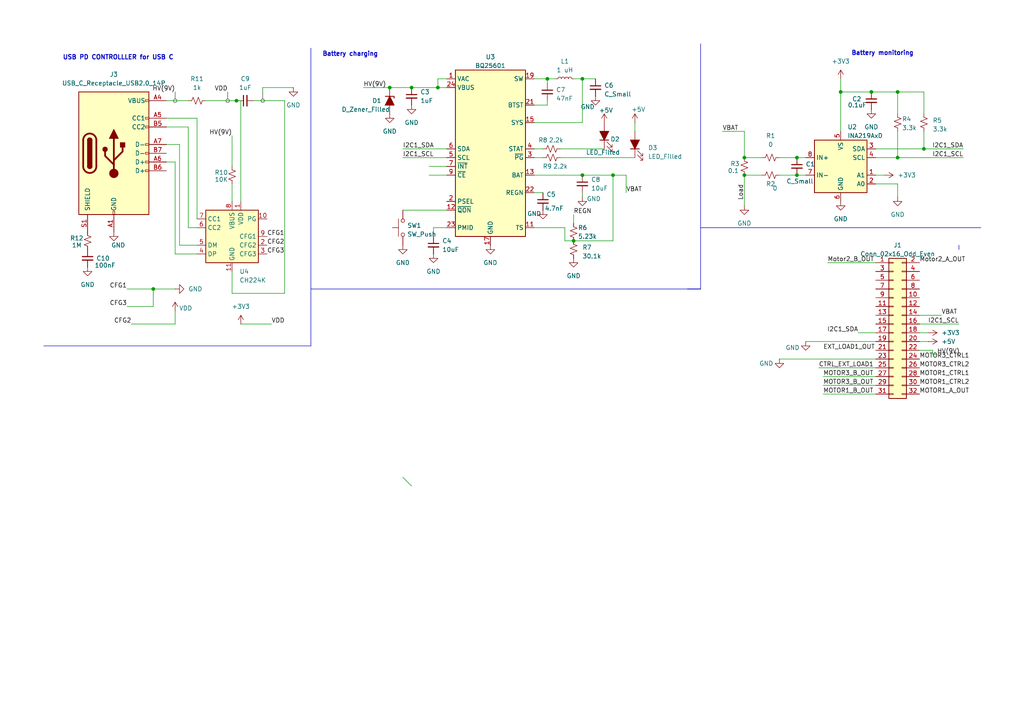
<source format=kicad_sch>
(kicad_sch
	(version 20250114)
	(generator "eeschema")
	(generator_version "9.0")
	(uuid "f73abcd7-9738-410f-87c2-f8d523fae1a1")
	(paper "A4")
	(lib_symbols
		(symbol "Battery_Management:BQ25601"
			(exclude_from_sim no)
			(in_bom yes)
			(on_board yes)
			(property "Reference" "U"
				(at -8.89 26.67 0)
				(effects
					(font
						(size 1.27 1.27)
					)
				)
			)
			(property "Value" "BQ25601"
				(at 6.35 26.67 0)
				(effects
					(font
						(size 1.27 1.27)
					)
				)
			)
			(property "Footprint" "Package_DFN_QFN:Texas_S-PWQFN-N24_EP2.7x2.7mm_ThermalVias"
				(at 0 29.21 0)
				(effects
					(font
						(size 1.27 1.27)
					)
					(hide yes)
				)
			)
			(property "Datasheet" "http://www.ti.com/lit/ds/symlink/bq25601.pdf"
				(at 0 35.56 0)
				(effects
					(font
						(size 1.27 1.27)
					)
					(hide yes)
				)
			)
			(property "Description" "I2C Controlled 3A Single-Cell Battery Charger for High Input Voltage and Narrow Voltage DC Power Path Management, WQFN-32"
				(at 0 0 0)
				(effects
					(font
						(size 1.27 1.27)
					)
					(hide yes)
				)
			)
			(property "ki_keywords" "LiPO charger"
				(at 0 0 0)
				(effects
					(font
						(size 1.27 1.27)
					)
					(hide yes)
				)
			)
			(property "ki_fp_filters" "Texas*S?PWQFN?N*EP*"
				(at 0 0 0)
				(effects
					(font
						(size 1.27 1.27)
					)
					(hide yes)
				)
			)
			(symbol "BQ25601_0_1"
				(rectangle
					(start -10.16 -22.86)
					(end 10.16 25.4)
					(stroke
						(width 0.254)
						(type default)
					)
					(fill
						(type background)
					)
				)
			)
			(symbol "BQ25601_1_1"
				(pin input line
					(at -12.7 22.86 0)
					(length 2.54)
					(name "VAC"
						(effects
							(font
								(size 1.27 1.27)
							)
						)
					)
					(number "1"
						(effects
							(font
								(size 1.27 1.27)
							)
						)
					)
				)
				(pin power_in line
					(at -12.7 20.32 0)
					(length 2.54)
					(name "VBUS"
						(effects
							(font
								(size 1.27 1.27)
							)
						)
					)
					(number "24"
						(effects
							(font
								(size 1.27 1.27)
							)
						)
					)
				)
				(pin bidirectional line
					(at -12.7 2.54 0)
					(length 2.54)
					(name "SDA"
						(effects
							(font
								(size 1.27 1.27)
							)
						)
					)
					(number "6"
						(effects
							(font
								(size 1.27 1.27)
							)
						)
					)
				)
				(pin input line
					(at -12.7 0 0)
					(length 2.54)
					(name "SCL"
						(effects
							(font
								(size 1.27 1.27)
							)
						)
					)
					(number "5"
						(effects
							(font
								(size 1.27 1.27)
							)
						)
					)
				)
				(pin open_collector line
					(at -12.7 -2.54 0)
					(length 2.54)
					(name "~{INT}"
						(effects
							(font
								(size 1.27 1.27)
							)
						)
					)
					(number "7"
						(effects
							(font
								(size 1.27 1.27)
							)
						)
					)
				)
				(pin input line
					(at -12.7 -5.08 0)
					(length 2.54)
					(name "~{CE}"
						(effects
							(font
								(size 1.27 1.27)
							)
						)
					)
					(number "9"
						(effects
							(font
								(size 1.27 1.27)
							)
						)
					)
				)
				(pin input line
					(at -12.7 -12.7 0)
					(length 2.54)
					(name "PSEL"
						(effects
							(font
								(size 1.27 1.27)
							)
						)
					)
					(number "2"
						(effects
							(font
								(size 1.27 1.27)
							)
						)
					)
				)
				(pin input line
					(at -12.7 -15.24 0)
					(length 2.54)
					(name "~{QON}"
						(effects
							(font
								(size 1.27 1.27)
							)
						)
					)
					(number "12"
						(effects
							(font
								(size 1.27 1.27)
							)
						)
					)
				)
				(pin passive line
					(at -12.7 -20.32 0)
					(length 2.54)
					(name "PMID"
						(effects
							(font
								(size 1.27 1.27)
							)
						)
					)
					(number "23"
						(effects
							(font
								(size 1.27 1.27)
							)
						)
					)
				)
				(pin no_connect line
					(at -10.16 15.24 0)
					(length 2.54)
					(hide yes)
					(name "NC"
						(effects
							(font
								(size 1.27 1.27)
							)
						)
					)
					(number "8"
						(effects
							(font
								(size 1.27 1.27)
							)
						)
					)
				)
				(pin no_connect line
					(at -10.16 12.7 0)
					(length 2.54)
					(hide yes)
					(name "NC"
						(effects
							(font
								(size 1.27 1.27)
							)
						)
					)
					(number "10"
						(effects
							(font
								(size 1.27 1.27)
							)
						)
					)
				)
				(pin power_in line
					(at 0 -25.4 90)
					(length 2.54)
					(name "GND"
						(effects
							(font
								(size 1.27 1.27)
							)
						)
					)
					(number "17"
						(effects
							(font
								(size 1.27 1.27)
							)
						)
					)
				)
				(pin passive line
					(at 0 -25.4 90)
					(length 2.54)
					(hide yes)
					(name "GND"
						(effects
							(font
								(size 1.27 1.27)
							)
						)
					)
					(number "18"
						(effects
							(font
								(size 1.27 1.27)
							)
						)
					)
				)
				(pin passive line
					(at 0 -25.4 90)
					(length 2.54)
					(hide yes)
					(name "GND"
						(effects
							(font
								(size 1.27 1.27)
							)
						)
					)
					(number "25"
						(effects
							(font
								(size 1.27 1.27)
							)
						)
					)
				)
				(pin passive line
					(at 12.7 22.86 180)
					(length 2.54)
					(name "SW"
						(effects
							(font
								(size 1.27 1.27)
							)
						)
					)
					(number "19"
						(effects
							(font
								(size 1.27 1.27)
							)
						)
					)
				)
				(pin passive line
					(at 12.7 22.86 180)
					(length 2.54)
					(hide yes)
					(name "SW"
						(effects
							(font
								(size 1.27 1.27)
							)
						)
					)
					(number "20"
						(effects
							(font
								(size 1.27 1.27)
							)
						)
					)
				)
				(pin input line
					(at 12.7 15.24 180)
					(length 2.54)
					(name "BTST"
						(effects
							(font
								(size 1.27 1.27)
							)
						)
					)
					(number "21"
						(effects
							(font
								(size 1.27 1.27)
							)
						)
					)
				)
				(pin passive line
					(at 12.7 10.16 180)
					(length 2.54)
					(name "SYS"
						(effects
							(font
								(size 1.27 1.27)
							)
						)
					)
					(number "15"
						(effects
							(font
								(size 1.27 1.27)
							)
						)
					)
				)
				(pin passive line
					(at 12.7 10.16 180)
					(length 2.54)
					(hide yes)
					(name "SYS"
						(effects
							(font
								(size 1.27 1.27)
							)
						)
					)
					(number "16"
						(effects
							(font
								(size 1.27 1.27)
							)
						)
					)
				)
				(pin open_collector line
					(at 12.7 2.54 180)
					(length 2.54)
					(name "STAT"
						(effects
							(font
								(size 1.27 1.27)
							)
						)
					)
					(number "4"
						(effects
							(font
								(size 1.27 1.27)
							)
						)
					)
				)
				(pin open_collector line
					(at 12.7 0 180)
					(length 2.54)
					(name "~{PG}"
						(effects
							(font
								(size 1.27 1.27)
							)
						)
					)
					(number "3"
						(effects
							(font
								(size 1.27 1.27)
							)
						)
					)
				)
				(pin power_in line
					(at 12.7 -5.08 180)
					(length 2.54)
					(name "BAT"
						(effects
							(font
								(size 1.27 1.27)
							)
						)
					)
					(number "13"
						(effects
							(font
								(size 1.27 1.27)
							)
						)
					)
				)
				(pin passive line
					(at 12.7 -5.08 180)
					(length 2.54)
					(hide yes)
					(name "BAT"
						(effects
							(font
								(size 1.27 1.27)
							)
						)
					)
					(number "14"
						(effects
							(font
								(size 1.27 1.27)
							)
						)
					)
				)
				(pin passive line
					(at 12.7 -10.16 180)
					(length 2.54)
					(name "REGN"
						(effects
							(font
								(size 1.27 1.27)
							)
						)
					)
					(number "22"
						(effects
							(font
								(size 1.27 1.27)
							)
						)
					)
				)
				(pin passive line
					(at 12.7 -20.32 180)
					(length 2.54)
					(name "TS"
						(effects
							(font
								(size 1.27 1.27)
							)
						)
					)
					(number "11"
						(effects
							(font
								(size 1.27 1.27)
							)
						)
					)
				)
			)
			(embedded_fonts no)
		)
		(symbol "Connector:USB_C_Receptacle_USB2.0_14P"
			(pin_names
				(offset 1.016)
			)
			(exclude_from_sim no)
			(in_bom yes)
			(on_board yes)
			(property "Reference" "J"
				(at 0 22.225 0)
				(effects
					(font
						(size 1.27 1.27)
					)
				)
			)
			(property "Value" "USB_C_Receptacle_USB2.0_14P"
				(at 0 19.685 0)
				(effects
					(font
						(size 1.27 1.27)
					)
				)
			)
			(property "Footprint" ""
				(at 3.81 0 0)
				(effects
					(font
						(size 1.27 1.27)
					)
					(hide yes)
				)
			)
			(property "Datasheet" "https://www.usb.org/sites/default/files/documents/usb_type-c.zip"
				(at 3.81 0 0)
				(effects
					(font
						(size 1.27 1.27)
					)
					(hide yes)
				)
			)
			(property "Description" "USB 2.0-only 14P Type-C Receptacle connector"
				(at 0 0 0)
				(effects
					(font
						(size 1.27 1.27)
					)
					(hide yes)
				)
			)
			(property "ki_keywords" "usb universal serial bus type-C USB2.0"
				(at 0 0 0)
				(effects
					(font
						(size 1.27 1.27)
					)
					(hide yes)
				)
			)
			(property "ki_fp_filters" "USB*C*Receptacle*"
				(at 0 0 0)
				(effects
					(font
						(size 1.27 1.27)
					)
					(hide yes)
				)
			)
			(symbol "USB_C_Receptacle_USB2.0_14P_0_0"
				(rectangle
					(start -0.254 -17.78)
					(end 0.254 -16.764)
					(stroke
						(width 0)
						(type default)
					)
					(fill
						(type none)
					)
				)
				(rectangle
					(start 10.16 15.494)
					(end 9.144 14.986)
					(stroke
						(width 0)
						(type default)
					)
					(fill
						(type none)
					)
				)
				(rectangle
					(start 10.16 10.414)
					(end 9.144 9.906)
					(stroke
						(width 0)
						(type default)
					)
					(fill
						(type none)
					)
				)
				(rectangle
					(start 10.16 7.874)
					(end 9.144 7.366)
					(stroke
						(width 0)
						(type default)
					)
					(fill
						(type none)
					)
				)
				(rectangle
					(start 10.16 2.794)
					(end 9.144 2.286)
					(stroke
						(width 0)
						(type default)
					)
					(fill
						(type none)
					)
				)
				(rectangle
					(start 10.16 0.254)
					(end 9.144 -0.254)
					(stroke
						(width 0)
						(type default)
					)
					(fill
						(type none)
					)
				)
				(rectangle
					(start 10.16 -2.286)
					(end 9.144 -2.794)
					(stroke
						(width 0)
						(type default)
					)
					(fill
						(type none)
					)
				)
				(rectangle
					(start 10.16 -4.826)
					(end 9.144 -5.334)
					(stroke
						(width 0)
						(type default)
					)
					(fill
						(type none)
					)
				)
			)
			(symbol "USB_C_Receptacle_USB2.0_14P_0_1"
				(rectangle
					(start -10.16 17.78)
					(end 10.16 -17.78)
					(stroke
						(width 0.254)
						(type default)
					)
					(fill
						(type background)
					)
				)
				(polyline
					(pts
						(xy -8.89 -3.81) (xy -8.89 3.81)
					)
					(stroke
						(width 0.508)
						(type default)
					)
					(fill
						(type none)
					)
				)
				(rectangle
					(start -7.62 -3.81)
					(end -6.35 3.81)
					(stroke
						(width 0.254)
						(type default)
					)
					(fill
						(type outline)
					)
				)
				(arc
					(start -7.62 3.81)
					(mid -6.985 4.4423)
					(end -6.35 3.81)
					(stroke
						(width 0.254)
						(type default)
					)
					(fill
						(type none)
					)
				)
				(arc
					(start -7.62 3.81)
					(mid -6.985 4.4423)
					(end -6.35 3.81)
					(stroke
						(width 0.254)
						(type default)
					)
					(fill
						(type outline)
					)
				)
				(arc
					(start -8.89 3.81)
					(mid -6.985 5.7067)
					(end -5.08 3.81)
					(stroke
						(width 0.508)
						(type default)
					)
					(fill
						(type none)
					)
				)
				(arc
					(start -5.08 -3.81)
					(mid -6.985 -5.7067)
					(end -8.89 -3.81)
					(stroke
						(width 0.508)
						(type default)
					)
					(fill
						(type none)
					)
				)
				(arc
					(start -6.35 -3.81)
					(mid -6.985 -4.4423)
					(end -7.62 -3.81)
					(stroke
						(width 0.254)
						(type default)
					)
					(fill
						(type none)
					)
				)
				(arc
					(start -6.35 -3.81)
					(mid -6.985 -4.4423)
					(end -7.62 -3.81)
					(stroke
						(width 0.254)
						(type default)
					)
					(fill
						(type outline)
					)
				)
				(polyline
					(pts
						(xy -5.08 3.81) (xy -5.08 -3.81)
					)
					(stroke
						(width 0.508)
						(type default)
					)
					(fill
						(type none)
					)
				)
				(circle
					(center -2.54 1.143)
					(radius 0.635)
					(stroke
						(width 0.254)
						(type default)
					)
					(fill
						(type outline)
					)
				)
				(polyline
					(pts
						(xy -1.27 4.318) (xy 0 6.858) (xy 1.27 4.318) (xy -1.27 4.318)
					)
					(stroke
						(width 0.254)
						(type default)
					)
					(fill
						(type outline)
					)
				)
				(polyline
					(pts
						(xy 0 -2.032) (xy 2.54 0.508) (xy 2.54 1.778)
					)
					(stroke
						(width 0.508)
						(type default)
					)
					(fill
						(type none)
					)
				)
				(polyline
					(pts
						(xy 0 -3.302) (xy -2.54 -0.762) (xy -2.54 0.508)
					)
					(stroke
						(width 0.508)
						(type default)
					)
					(fill
						(type none)
					)
				)
				(polyline
					(pts
						(xy 0 -5.842) (xy 0 4.318)
					)
					(stroke
						(width 0.508)
						(type default)
					)
					(fill
						(type none)
					)
				)
				(circle
					(center 0 -5.842)
					(radius 1.27)
					(stroke
						(width 0)
						(type default)
					)
					(fill
						(type outline)
					)
				)
				(rectangle
					(start 1.905 1.778)
					(end 3.175 3.048)
					(stroke
						(width 0.254)
						(type default)
					)
					(fill
						(type outline)
					)
				)
			)
			(symbol "USB_C_Receptacle_USB2.0_14P_1_1"
				(pin passive line
					(at -7.62 -22.86 90)
					(length 5.08)
					(name "SHIELD"
						(effects
							(font
								(size 1.27 1.27)
							)
						)
					)
					(number "S1"
						(effects
							(font
								(size 1.27 1.27)
							)
						)
					)
				)
				(pin passive line
					(at 0 -22.86 90)
					(length 5.08)
					(name "GND"
						(effects
							(font
								(size 1.27 1.27)
							)
						)
					)
					(number "A1"
						(effects
							(font
								(size 1.27 1.27)
							)
						)
					)
				)
				(pin passive line
					(at 0 -22.86 90)
					(length 5.08)
					(hide yes)
					(name "GND"
						(effects
							(font
								(size 1.27 1.27)
							)
						)
					)
					(number "A12"
						(effects
							(font
								(size 1.27 1.27)
							)
						)
					)
				)
				(pin passive line
					(at 0 -22.86 90)
					(length 5.08)
					(hide yes)
					(name "GND"
						(effects
							(font
								(size 1.27 1.27)
							)
						)
					)
					(number "B1"
						(effects
							(font
								(size 1.27 1.27)
							)
						)
					)
				)
				(pin passive line
					(at 0 -22.86 90)
					(length 5.08)
					(hide yes)
					(name "GND"
						(effects
							(font
								(size 1.27 1.27)
							)
						)
					)
					(number "B12"
						(effects
							(font
								(size 1.27 1.27)
							)
						)
					)
				)
				(pin passive line
					(at 15.24 15.24 180)
					(length 5.08)
					(name "VBUS"
						(effects
							(font
								(size 1.27 1.27)
							)
						)
					)
					(number "A4"
						(effects
							(font
								(size 1.27 1.27)
							)
						)
					)
				)
				(pin passive line
					(at 15.24 15.24 180)
					(length 5.08)
					(hide yes)
					(name "VBUS"
						(effects
							(font
								(size 1.27 1.27)
							)
						)
					)
					(number "A9"
						(effects
							(font
								(size 1.27 1.27)
							)
						)
					)
				)
				(pin passive line
					(at 15.24 15.24 180)
					(length 5.08)
					(hide yes)
					(name "VBUS"
						(effects
							(font
								(size 1.27 1.27)
							)
						)
					)
					(number "B4"
						(effects
							(font
								(size 1.27 1.27)
							)
						)
					)
				)
				(pin passive line
					(at 15.24 15.24 180)
					(length 5.08)
					(hide yes)
					(name "VBUS"
						(effects
							(font
								(size 1.27 1.27)
							)
						)
					)
					(number "B9"
						(effects
							(font
								(size 1.27 1.27)
							)
						)
					)
				)
				(pin bidirectional line
					(at 15.24 10.16 180)
					(length 5.08)
					(name "CC1"
						(effects
							(font
								(size 1.27 1.27)
							)
						)
					)
					(number "A5"
						(effects
							(font
								(size 1.27 1.27)
							)
						)
					)
				)
				(pin bidirectional line
					(at 15.24 7.62 180)
					(length 5.08)
					(name "CC2"
						(effects
							(font
								(size 1.27 1.27)
							)
						)
					)
					(number "B5"
						(effects
							(font
								(size 1.27 1.27)
							)
						)
					)
				)
				(pin bidirectional line
					(at 15.24 2.54 180)
					(length 5.08)
					(name "D-"
						(effects
							(font
								(size 1.27 1.27)
							)
						)
					)
					(number "A7"
						(effects
							(font
								(size 1.27 1.27)
							)
						)
					)
				)
				(pin bidirectional line
					(at 15.24 0 180)
					(length 5.08)
					(name "D-"
						(effects
							(font
								(size 1.27 1.27)
							)
						)
					)
					(number "B7"
						(effects
							(font
								(size 1.27 1.27)
							)
						)
					)
				)
				(pin bidirectional line
					(at 15.24 -2.54 180)
					(length 5.08)
					(name "D+"
						(effects
							(font
								(size 1.27 1.27)
							)
						)
					)
					(number "A6"
						(effects
							(font
								(size 1.27 1.27)
							)
						)
					)
				)
				(pin bidirectional line
					(at 15.24 -5.08 180)
					(length 5.08)
					(name "D+"
						(effects
							(font
								(size 1.27 1.27)
							)
						)
					)
					(number "B6"
						(effects
							(font
								(size 1.27 1.27)
							)
						)
					)
				)
			)
			(embedded_fonts no)
		)
		(symbol "Connector_Generic:Conn_02x16_Odd_Even"
			(pin_names
				(offset 1.016)
				(hide yes)
			)
			(exclude_from_sim no)
			(in_bom yes)
			(on_board yes)
			(property "Reference" "J"
				(at 1.27 20.32 0)
				(effects
					(font
						(size 1.27 1.27)
					)
				)
			)
			(property "Value" "Conn_02x16_Odd_Even"
				(at 1.27 -22.86 0)
				(effects
					(font
						(size 1.27 1.27)
					)
				)
			)
			(property "Footprint" ""
				(at 0 0 0)
				(effects
					(font
						(size 1.27 1.27)
					)
					(hide yes)
				)
			)
			(property "Datasheet" "~"
				(at 0 0 0)
				(effects
					(font
						(size 1.27 1.27)
					)
					(hide yes)
				)
			)
			(property "Description" "Generic connector, double row, 02x16, odd/even pin numbering scheme (row 1 odd numbers, row 2 even numbers), script generated (kicad-library-utils/schlib/autogen/connector/)"
				(at 0 0 0)
				(effects
					(font
						(size 1.27 1.27)
					)
					(hide yes)
				)
			)
			(property "ki_keywords" "connector"
				(at 0 0 0)
				(effects
					(font
						(size 1.27 1.27)
					)
					(hide yes)
				)
			)
			(property "ki_fp_filters" "Connector*:*_2x??_*"
				(at 0 0 0)
				(effects
					(font
						(size 1.27 1.27)
					)
					(hide yes)
				)
			)
			(symbol "Conn_02x16_Odd_Even_1_1"
				(rectangle
					(start -1.27 19.05)
					(end 3.81 -21.59)
					(stroke
						(width 0.254)
						(type default)
					)
					(fill
						(type background)
					)
				)
				(rectangle
					(start -1.27 17.907)
					(end 0 17.653)
					(stroke
						(width 0.1524)
						(type default)
					)
					(fill
						(type none)
					)
				)
				(rectangle
					(start -1.27 15.367)
					(end 0 15.113)
					(stroke
						(width 0.1524)
						(type default)
					)
					(fill
						(type none)
					)
				)
				(rectangle
					(start -1.27 12.827)
					(end 0 12.573)
					(stroke
						(width 0.1524)
						(type default)
					)
					(fill
						(type none)
					)
				)
				(rectangle
					(start -1.27 10.287)
					(end 0 10.033)
					(stroke
						(width 0.1524)
						(type default)
					)
					(fill
						(type none)
					)
				)
				(rectangle
					(start -1.27 7.747)
					(end 0 7.493)
					(stroke
						(width 0.1524)
						(type default)
					)
					(fill
						(type none)
					)
				)
				(rectangle
					(start -1.27 5.207)
					(end 0 4.953)
					(stroke
						(width 0.1524)
						(type default)
					)
					(fill
						(type none)
					)
				)
				(rectangle
					(start -1.27 2.667)
					(end 0 2.413)
					(stroke
						(width 0.1524)
						(type default)
					)
					(fill
						(type none)
					)
				)
				(rectangle
					(start -1.27 0.127)
					(end 0 -0.127)
					(stroke
						(width 0.1524)
						(type default)
					)
					(fill
						(type none)
					)
				)
				(rectangle
					(start -1.27 -2.413)
					(end 0 -2.667)
					(stroke
						(width 0.1524)
						(type default)
					)
					(fill
						(type none)
					)
				)
				(rectangle
					(start -1.27 -4.953)
					(end 0 -5.207)
					(stroke
						(width 0.1524)
						(type default)
					)
					(fill
						(type none)
					)
				)
				(rectangle
					(start -1.27 -7.493)
					(end 0 -7.747)
					(stroke
						(width 0.1524)
						(type default)
					)
					(fill
						(type none)
					)
				)
				(rectangle
					(start -1.27 -10.033)
					(end 0 -10.287)
					(stroke
						(width 0.1524)
						(type default)
					)
					(fill
						(type none)
					)
				)
				(rectangle
					(start -1.27 -12.573)
					(end 0 -12.827)
					(stroke
						(width 0.1524)
						(type default)
					)
					(fill
						(type none)
					)
				)
				(rectangle
					(start -1.27 -15.113)
					(end 0 -15.367)
					(stroke
						(width 0.1524)
						(type default)
					)
					(fill
						(type none)
					)
				)
				(rectangle
					(start -1.27 -17.653)
					(end 0 -17.907)
					(stroke
						(width 0.1524)
						(type default)
					)
					(fill
						(type none)
					)
				)
				(rectangle
					(start -1.27 -20.193)
					(end 0 -20.447)
					(stroke
						(width 0.1524)
						(type default)
					)
					(fill
						(type none)
					)
				)
				(rectangle
					(start 3.81 17.907)
					(end 2.54 17.653)
					(stroke
						(width 0.1524)
						(type default)
					)
					(fill
						(type none)
					)
				)
				(rectangle
					(start 3.81 15.367)
					(end 2.54 15.113)
					(stroke
						(width 0.1524)
						(type default)
					)
					(fill
						(type none)
					)
				)
				(rectangle
					(start 3.81 12.827)
					(end 2.54 12.573)
					(stroke
						(width 0.1524)
						(type default)
					)
					(fill
						(type none)
					)
				)
				(rectangle
					(start 3.81 10.287)
					(end 2.54 10.033)
					(stroke
						(width 0.1524)
						(type default)
					)
					(fill
						(type none)
					)
				)
				(rectangle
					(start 3.81 7.747)
					(end 2.54 7.493)
					(stroke
						(width 0.1524)
						(type default)
					)
					(fill
						(type none)
					)
				)
				(rectangle
					(start 3.81 5.207)
					(end 2.54 4.953)
					(stroke
						(width 0.1524)
						(type default)
					)
					(fill
						(type none)
					)
				)
				(rectangle
					(start 3.81 2.667)
					(end 2.54 2.413)
					(stroke
						(width 0.1524)
						(type default)
					)
					(fill
						(type none)
					)
				)
				(rectangle
					(start 3.81 0.127)
					(end 2.54 -0.127)
					(stroke
						(width 0.1524)
						(type default)
					)
					(fill
						(type none)
					)
				)
				(rectangle
					(start 3.81 -2.413)
					(end 2.54 -2.667)
					(stroke
						(width 0.1524)
						(type default)
					)
					(fill
						(type none)
					)
				)
				(rectangle
					(start 3.81 -4.953)
					(end 2.54 -5.207)
					(stroke
						(width 0.1524)
						(type default)
					)
					(fill
						(type none)
					)
				)
				(rectangle
					(start 3.81 -7.493)
					(end 2.54 -7.747)
					(stroke
						(width 0.1524)
						(type default)
					)
					(fill
						(type none)
					)
				)
				(rectangle
					(start 3.81 -10.033)
					(end 2.54 -10.287)
					(stroke
						(width 0.1524)
						(type default)
					)
					(fill
						(type none)
					)
				)
				(rectangle
					(start 3.81 -12.573)
					(end 2.54 -12.827)
					(stroke
						(width 0.1524)
						(type default)
					)
					(fill
						(type none)
					)
				)
				(rectangle
					(start 3.81 -15.113)
					(end 2.54 -15.367)
					(stroke
						(width 0.1524)
						(type default)
					)
					(fill
						(type none)
					)
				)
				(rectangle
					(start 3.81 -17.653)
					(end 2.54 -17.907)
					(stroke
						(width 0.1524)
						(type default)
					)
					(fill
						(type none)
					)
				)
				(rectangle
					(start 3.81 -20.193)
					(end 2.54 -20.447)
					(stroke
						(width 0.1524)
						(type default)
					)
					(fill
						(type none)
					)
				)
				(pin passive line
					(at -5.08 17.78 0)
					(length 3.81)
					(name "Pin_1"
						(effects
							(font
								(size 1.27 1.27)
							)
						)
					)
					(number "1"
						(effects
							(font
								(size 1.27 1.27)
							)
						)
					)
				)
				(pin passive line
					(at -5.08 15.24 0)
					(length 3.81)
					(name "Pin_3"
						(effects
							(font
								(size 1.27 1.27)
							)
						)
					)
					(number "3"
						(effects
							(font
								(size 1.27 1.27)
							)
						)
					)
				)
				(pin passive line
					(at -5.08 12.7 0)
					(length 3.81)
					(name "Pin_5"
						(effects
							(font
								(size 1.27 1.27)
							)
						)
					)
					(number "5"
						(effects
							(font
								(size 1.27 1.27)
							)
						)
					)
				)
				(pin passive line
					(at -5.08 10.16 0)
					(length 3.81)
					(name "Pin_7"
						(effects
							(font
								(size 1.27 1.27)
							)
						)
					)
					(number "7"
						(effects
							(font
								(size 1.27 1.27)
							)
						)
					)
				)
				(pin passive line
					(at -5.08 7.62 0)
					(length 3.81)
					(name "Pin_9"
						(effects
							(font
								(size 1.27 1.27)
							)
						)
					)
					(number "9"
						(effects
							(font
								(size 1.27 1.27)
							)
						)
					)
				)
				(pin passive line
					(at -5.08 5.08 0)
					(length 3.81)
					(name "Pin_11"
						(effects
							(font
								(size 1.27 1.27)
							)
						)
					)
					(number "11"
						(effects
							(font
								(size 1.27 1.27)
							)
						)
					)
				)
				(pin passive line
					(at -5.08 2.54 0)
					(length 3.81)
					(name "Pin_13"
						(effects
							(font
								(size 1.27 1.27)
							)
						)
					)
					(number "13"
						(effects
							(font
								(size 1.27 1.27)
							)
						)
					)
				)
				(pin passive line
					(at -5.08 0 0)
					(length 3.81)
					(name "Pin_15"
						(effects
							(font
								(size 1.27 1.27)
							)
						)
					)
					(number "15"
						(effects
							(font
								(size 1.27 1.27)
							)
						)
					)
				)
				(pin passive line
					(at -5.08 -2.54 0)
					(length 3.81)
					(name "Pin_17"
						(effects
							(font
								(size 1.27 1.27)
							)
						)
					)
					(number "17"
						(effects
							(font
								(size 1.27 1.27)
							)
						)
					)
				)
				(pin passive line
					(at -5.08 -5.08 0)
					(length 3.81)
					(name "Pin_19"
						(effects
							(font
								(size 1.27 1.27)
							)
						)
					)
					(number "19"
						(effects
							(font
								(size 1.27 1.27)
							)
						)
					)
				)
				(pin passive line
					(at -5.08 -7.62 0)
					(length 3.81)
					(name "Pin_21"
						(effects
							(font
								(size 1.27 1.27)
							)
						)
					)
					(number "21"
						(effects
							(font
								(size 1.27 1.27)
							)
						)
					)
				)
				(pin passive line
					(at -5.08 -10.16 0)
					(length 3.81)
					(name "Pin_23"
						(effects
							(font
								(size 1.27 1.27)
							)
						)
					)
					(number "23"
						(effects
							(font
								(size 1.27 1.27)
							)
						)
					)
				)
				(pin passive line
					(at -5.08 -12.7 0)
					(length 3.81)
					(name "Pin_25"
						(effects
							(font
								(size 1.27 1.27)
							)
						)
					)
					(number "25"
						(effects
							(font
								(size 1.27 1.27)
							)
						)
					)
				)
				(pin passive line
					(at -5.08 -15.24 0)
					(length 3.81)
					(name "Pin_27"
						(effects
							(font
								(size 1.27 1.27)
							)
						)
					)
					(number "27"
						(effects
							(font
								(size 1.27 1.27)
							)
						)
					)
				)
				(pin passive line
					(at -5.08 -17.78 0)
					(length 3.81)
					(name "Pin_29"
						(effects
							(font
								(size 1.27 1.27)
							)
						)
					)
					(number "29"
						(effects
							(font
								(size 1.27 1.27)
							)
						)
					)
				)
				(pin passive line
					(at -5.08 -20.32 0)
					(length 3.81)
					(name "Pin_31"
						(effects
							(font
								(size 1.27 1.27)
							)
						)
					)
					(number "31"
						(effects
							(font
								(size 1.27 1.27)
							)
						)
					)
				)
				(pin passive line
					(at 7.62 17.78 180)
					(length 3.81)
					(name "Pin_2"
						(effects
							(font
								(size 1.27 1.27)
							)
						)
					)
					(number "2"
						(effects
							(font
								(size 1.27 1.27)
							)
						)
					)
				)
				(pin passive line
					(at 7.62 15.24 180)
					(length 3.81)
					(name "Pin_4"
						(effects
							(font
								(size 1.27 1.27)
							)
						)
					)
					(number "4"
						(effects
							(font
								(size 1.27 1.27)
							)
						)
					)
				)
				(pin passive line
					(at 7.62 12.7 180)
					(length 3.81)
					(name "Pin_6"
						(effects
							(font
								(size 1.27 1.27)
							)
						)
					)
					(number "6"
						(effects
							(font
								(size 1.27 1.27)
							)
						)
					)
				)
				(pin passive line
					(at 7.62 10.16 180)
					(length 3.81)
					(name "Pin_8"
						(effects
							(font
								(size 1.27 1.27)
							)
						)
					)
					(number "8"
						(effects
							(font
								(size 1.27 1.27)
							)
						)
					)
				)
				(pin passive line
					(at 7.62 7.62 180)
					(length 3.81)
					(name "Pin_10"
						(effects
							(font
								(size 1.27 1.27)
							)
						)
					)
					(number "10"
						(effects
							(font
								(size 1.27 1.27)
							)
						)
					)
				)
				(pin passive line
					(at 7.62 5.08 180)
					(length 3.81)
					(name "Pin_12"
						(effects
							(font
								(size 1.27 1.27)
							)
						)
					)
					(number "12"
						(effects
							(font
								(size 1.27 1.27)
							)
						)
					)
				)
				(pin passive line
					(at 7.62 2.54 180)
					(length 3.81)
					(name "Pin_14"
						(effects
							(font
								(size 1.27 1.27)
							)
						)
					)
					(number "14"
						(effects
							(font
								(size 1.27 1.27)
							)
						)
					)
				)
				(pin passive line
					(at 7.62 0 180)
					(length 3.81)
					(name "Pin_16"
						(effects
							(font
								(size 1.27 1.27)
							)
						)
					)
					(number "16"
						(effects
							(font
								(size 1.27 1.27)
							)
						)
					)
				)
				(pin passive line
					(at 7.62 -2.54 180)
					(length 3.81)
					(name "Pin_18"
						(effects
							(font
								(size 1.27 1.27)
							)
						)
					)
					(number "18"
						(effects
							(font
								(size 1.27 1.27)
							)
						)
					)
				)
				(pin passive line
					(at 7.62 -5.08 180)
					(length 3.81)
					(name "Pin_20"
						(effects
							(font
								(size 1.27 1.27)
							)
						)
					)
					(number "20"
						(effects
							(font
								(size 1.27 1.27)
							)
						)
					)
				)
				(pin passive line
					(at 7.62 -7.62 180)
					(length 3.81)
					(name "Pin_22"
						(effects
							(font
								(size 1.27 1.27)
							)
						)
					)
					(number "22"
						(effects
							(font
								(size 1.27 1.27)
							)
						)
					)
				)
				(pin passive line
					(at 7.62 -10.16 180)
					(length 3.81)
					(name "Pin_24"
						(effects
							(font
								(size 1.27 1.27)
							)
						)
					)
					(number "24"
						(effects
							(font
								(size 1.27 1.27)
							)
						)
					)
				)
				(pin passive line
					(at 7.62 -12.7 180)
					(length 3.81)
					(name "Pin_26"
						(effects
							(font
								(size 1.27 1.27)
							)
						)
					)
					(number "26"
						(effects
							(font
								(size 1.27 1.27)
							)
						)
					)
				)
				(pin passive line
					(at 7.62 -15.24 180)
					(length 3.81)
					(name "Pin_28"
						(effects
							(font
								(size 1.27 1.27)
							)
						)
					)
					(number "28"
						(effects
							(font
								(size 1.27 1.27)
							)
						)
					)
				)
				(pin passive line
					(at 7.62 -17.78 180)
					(length 3.81)
					(name "Pin_30"
						(effects
							(font
								(size 1.27 1.27)
							)
						)
					)
					(number "30"
						(effects
							(font
								(size 1.27 1.27)
							)
						)
					)
				)
				(pin passive line
					(at 7.62 -20.32 180)
					(length 3.81)
					(name "Pin_32"
						(effects
							(font
								(size 1.27 1.27)
							)
						)
					)
					(number "32"
						(effects
							(font
								(size 1.27 1.27)
							)
						)
					)
				)
			)
			(embedded_fonts no)
		)
		(symbol "Device:C_Small"
			(pin_numbers
				(hide yes)
			)
			(pin_names
				(offset 0.254)
				(hide yes)
			)
			(exclude_from_sim no)
			(in_bom yes)
			(on_board yes)
			(property "Reference" "C"
				(at 0.254 1.778 0)
				(effects
					(font
						(size 1.27 1.27)
					)
					(justify left)
				)
			)
			(property "Value" "C_Small"
				(at 0.254 -2.032 0)
				(effects
					(font
						(size 1.27 1.27)
					)
					(justify left)
				)
			)
			(property "Footprint" ""
				(at 0 0 0)
				(effects
					(font
						(size 1.27 1.27)
					)
					(hide yes)
				)
			)
			(property "Datasheet" "~"
				(at 0 0 0)
				(effects
					(font
						(size 1.27 1.27)
					)
					(hide yes)
				)
			)
			(property "Description" "Unpolarized capacitor, small symbol"
				(at 0 0 0)
				(effects
					(font
						(size 1.27 1.27)
					)
					(hide yes)
				)
			)
			(property "ki_keywords" "capacitor cap"
				(at 0 0 0)
				(effects
					(font
						(size 1.27 1.27)
					)
					(hide yes)
				)
			)
			(property "ki_fp_filters" "C_*"
				(at 0 0 0)
				(effects
					(font
						(size 1.27 1.27)
					)
					(hide yes)
				)
			)
			(symbol "C_Small_0_1"
				(polyline
					(pts
						(xy -1.524 0.508) (xy 1.524 0.508)
					)
					(stroke
						(width 0.3048)
						(type default)
					)
					(fill
						(type none)
					)
				)
				(polyline
					(pts
						(xy -1.524 -0.508) (xy 1.524 -0.508)
					)
					(stroke
						(width 0.3302)
						(type default)
					)
					(fill
						(type none)
					)
				)
			)
			(symbol "C_Small_1_1"
				(pin passive line
					(at 0 2.54 270)
					(length 2.032)
					(name "~"
						(effects
							(font
								(size 1.27 1.27)
							)
						)
					)
					(number "1"
						(effects
							(font
								(size 1.27 1.27)
							)
						)
					)
				)
				(pin passive line
					(at 0 -2.54 90)
					(length 2.032)
					(name "~"
						(effects
							(font
								(size 1.27 1.27)
							)
						)
					)
					(number "2"
						(effects
							(font
								(size 1.27 1.27)
							)
						)
					)
				)
			)
			(embedded_fonts no)
		)
		(symbol "Device:D_Zener_Filled"
			(pin_numbers
				(hide yes)
			)
			(pin_names
				(offset 1.016)
				(hide yes)
			)
			(exclude_from_sim no)
			(in_bom yes)
			(on_board yes)
			(property "Reference" "D"
				(at 0 2.54 0)
				(effects
					(font
						(size 1.27 1.27)
					)
				)
			)
			(property "Value" "D_Zener_Filled"
				(at 0 -2.54 0)
				(effects
					(font
						(size 1.27 1.27)
					)
				)
			)
			(property "Footprint" ""
				(at 0 0 0)
				(effects
					(font
						(size 1.27 1.27)
					)
					(hide yes)
				)
			)
			(property "Datasheet" "~"
				(at 0 0 0)
				(effects
					(font
						(size 1.27 1.27)
					)
					(hide yes)
				)
			)
			(property "Description" "Zener diode, filled shape"
				(at 0 0 0)
				(effects
					(font
						(size 1.27 1.27)
					)
					(hide yes)
				)
			)
			(property "ki_keywords" "diode"
				(at 0 0 0)
				(effects
					(font
						(size 1.27 1.27)
					)
					(hide yes)
				)
			)
			(property "ki_fp_filters" "TO-???* *_Diode_* *SingleDiode* D_*"
				(at 0 0 0)
				(effects
					(font
						(size 1.27 1.27)
					)
					(hide yes)
				)
			)
			(symbol "D_Zener_Filled_0_1"
				(polyline
					(pts
						(xy -1.27 -1.27) (xy -1.27 1.27) (xy -0.762 1.27)
					)
					(stroke
						(width 0.254)
						(type default)
					)
					(fill
						(type none)
					)
				)
				(polyline
					(pts
						(xy 1.27 0) (xy -1.27 0)
					)
					(stroke
						(width 0)
						(type default)
					)
					(fill
						(type none)
					)
				)
				(polyline
					(pts
						(xy 1.27 -1.27) (xy 1.27 1.27) (xy -1.27 0) (xy 1.27 -1.27)
					)
					(stroke
						(width 0.254)
						(type default)
					)
					(fill
						(type outline)
					)
				)
			)
			(symbol "D_Zener_Filled_1_1"
				(pin passive line
					(at -3.81 0 0)
					(length 2.54)
					(name "K"
						(effects
							(font
								(size 1.27 1.27)
							)
						)
					)
					(number "1"
						(effects
							(font
								(size 1.27 1.27)
							)
						)
					)
				)
				(pin passive line
					(at 3.81 0 180)
					(length 2.54)
					(name "A"
						(effects
							(font
								(size 1.27 1.27)
							)
						)
					)
					(number "2"
						(effects
							(font
								(size 1.27 1.27)
							)
						)
					)
				)
			)
			(embedded_fonts no)
		)
		(symbol "Device:LED_Filled"
			(pin_numbers
				(hide yes)
			)
			(pin_names
				(offset 1.016)
				(hide yes)
			)
			(exclude_from_sim no)
			(in_bom yes)
			(on_board yes)
			(property "Reference" "D"
				(at 0 2.54 0)
				(effects
					(font
						(size 1.27 1.27)
					)
				)
			)
			(property "Value" "LED_Filled"
				(at 0 -2.54 0)
				(effects
					(font
						(size 1.27 1.27)
					)
				)
			)
			(property "Footprint" ""
				(at 0 0 0)
				(effects
					(font
						(size 1.27 1.27)
					)
					(hide yes)
				)
			)
			(property "Datasheet" "~"
				(at 0 0 0)
				(effects
					(font
						(size 1.27 1.27)
					)
					(hide yes)
				)
			)
			(property "Description" "Light emitting diode, filled shape"
				(at 0 0 0)
				(effects
					(font
						(size 1.27 1.27)
					)
					(hide yes)
				)
			)
			(property "ki_keywords" "LED diode"
				(at 0 0 0)
				(effects
					(font
						(size 1.27 1.27)
					)
					(hide yes)
				)
			)
			(property "ki_fp_filters" "LED* LED_SMD:* LED_THT:*"
				(at 0 0 0)
				(effects
					(font
						(size 1.27 1.27)
					)
					(hide yes)
				)
			)
			(symbol "LED_Filled_0_1"
				(polyline
					(pts
						(xy -3.048 -0.762) (xy -4.572 -2.286) (xy -3.81 -2.286) (xy -4.572 -2.286) (xy -4.572 -1.524)
					)
					(stroke
						(width 0)
						(type default)
					)
					(fill
						(type none)
					)
				)
				(polyline
					(pts
						(xy -1.778 -0.762) (xy -3.302 -2.286) (xy -2.54 -2.286) (xy -3.302 -2.286) (xy -3.302 -1.524)
					)
					(stroke
						(width 0)
						(type default)
					)
					(fill
						(type none)
					)
				)
				(polyline
					(pts
						(xy -1.27 0) (xy 1.27 0)
					)
					(stroke
						(width 0)
						(type default)
					)
					(fill
						(type none)
					)
				)
				(polyline
					(pts
						(xy -1.27 -1.27) (xy -1.27 1.27)
					)
					(stroke
						(width 0.254)
						(type default)
					)
					(fill
						(type none)
					)
				)
				(polyline
					(pts
						(xy 1.27 -1.27) (xy 1.27 1.27) (xy -1.27 0) (xy 1.27 -1.27)
					)
					(stroke
						(width 0.254)
						(type default)
					)
					(fill
						(type outline)
					)
				)
			)
			(symbol "LED_Filled_1_1"
				(pin passive line
					(at -3.81 0 0)
					(length 2.54)
					(name "K"
						(effects
							(font
								(size 1.27 1.27)
							)
						)
					)
					(number "1"
						(effects
							(font
								(size 1.27 1.27)
							)
						)
					)
				)
				(pin passive line
					(at 3.81 0 180)
					(length 2.54)
					(name "A"
						(effects
							(font
								(size 1.27 1.27)
							)
						)
					)
					(number "2"
						(effects
							(font
								(size 1.27 1.27)
							)
						)
					)
				)
			)
			(embedded_fonts no)
		)
		(symbol "Device:L_Small"
			(pin_numbers
				(hide yes)
			)
			(pin_names
				(offset 0.254)
				(hide yes)
			)
			(exclude_from_sim no)
			(in_bom yes)
			(on_board yes)
			(property "Reference" "L"
				(at 0.762 1.016 0)
				(effects
					(font
						(size 1.27 1.27)
					)
					(justify left)
				)
			)
			(property "Value" "L_Small"
				(at 0.762 -1.016 0)
				(effects
					(font
						(size 1.27 1.27)
					)
					(justify left)
				)
			)
			(property "Footprint" ""
				(at 0 0 0)
				(effects
					(font
						(size 1.27 1.27)
					)
					(hide yes)
				)
			)
			(property "Datasheet" "~"
				(at 0 0 0)
				(effects
					(font
						(size 1.27 1.27)
					)
					(hide yes)
				)
			)
			(property "Description" "Inductor, small symbol"
				(at 0 0 0)
				(effects
					(font
						(size 1.27 1.27)
					)
					(hide yes)
				)
			)
			(property "ki_keywords" "inductor choke coil reactor magnetic"
				(at 0 0 0)
				(effects
					(font
						(size 1.27 1.27)
					)
					(hide yes)
				)
			)
			(property "ki_fp_filters" "Choke_* *Coil* Inductor_* L_*"
				(at 0 0 0)
				(effects
					(font
						(size 1.27 1.27)
					)
					(hide yes)
				)
			)
			(symbol "L_Small_0_1"
				(arc
					(start 0 2.032)
					(mid 0.5058 1.524)
					(end 0 1.016)
					(stroke
						(width 0)
						(type default)
					)
					(fill
						(type none)
					)
				)
				(arc
					(start 0 1.016)
					(mid 0.5058 0.508)
					(end 0 0)
					(stroke
						(width 0)
						(type default)
					)
					(fill
						(type none)
					)
				)
				(arc
					(start 0 0)
					(mid 0.5058 -0.508)
					(end 0 -1.016)
					(stroke
						(width 0)
						(type default)
					)
					(fill
						(type none)
					)
				)
				(arc
					(start 0 -1.016)
					(mid 0.5058 -1.524)
					(end 0 -2.032)
					(stroke
						(width 0)
						(type default)
					)
					(fill
						(type none)
					)
				)
			)
			(symbol "L_Small_1_1"
				(pin passive line
					(at 0 2.54 270)
					(length 0.508)
					(name "~"
						(effects
							(font
								(size 1.27 1.27)
							)
						)
					)
					(number "1"
						(effects
							(font
								(size 1.27 1.27)
							)
						)
					)
				)
				(pin passive line
					(at 0 -2.54 90)
					(length 0.508)
					(name "~"
						(effects
							(font
								(size 1.27 1.27)
							)
						)
					)
					(number "2"
						(effects
							(font
								(size 1.27 1.27)
							)
						)
					)
				)
			)
			(embedded_fonts no)
		)
		(symbol "Device:R_Small_US"
			(pin_numbers
				(hide yes)
			)
			(pin_names
				(offset 0.254)
				(hide yes)
			)
			(exclude_from_sim no)
			(in_bom yes)
			(on_board yes)
			(property "Reference" "R"
				(at 0.762 0.508 0)
				(effects
					(font
						(size 1.27 1.27)
					)
					(justify left)
				)
			)
			(property "Value" "R_Small_US"
				(at 0.762 -1.016 0)
				(effects
					(font
						(size 1.27 1.27)
					)
					(justify left)
				)
			)
			(property "Footprint" ""
				(at 0 0 0)
				(effects
					(font
						(size 1.27 1.27)
					)
					(hide yes)
				)
			)
			(property "Datasheet" "~"
				(at 0 0 0)
				(effects
					(font
						(size 1.27 1.27)
					)
					(hide yes)
				)
			)
			(property "Description" "Resistor, small US symbol"
				(at 0 0 0)
				(effects
					(font
						(size 1.27 1.27)
					)
					(hide yes)
				)
			)
			(property "ki_keywords" "r resistor"
				(at 0 0 0)
				(effects
					(font
						(size 1.27 1.27)
					)
					(hide yes)
				)
			)
			(property "ki_fp_filters" "R_*"
				(at 0 0 0)
				(effects
					(font
						(size 1.27 1.27)
					)
					(hide yes)
				)
			)
			(symbol "R_Small_US_1_1"
				(polyline
					(pts
						(xy 0 1.524) (xy 1.016 1.143) (xy 0 0.762) (xy -1.016 0.381) (xy 0 0)
					)
					(stroke
						(width 0)
						(type default)
					)
					(fill
						(type none)
					)
				)
				(polyline
					(pts
						(xy 0 0) (xy 1.016 -0.381) (xy 0 -0.762) (xy -1.016 -1.143) (xy 0 -1.524)
					)
					(stroke
						(width 0)
						(type default)
					)
					(fill
						(type none)
					)
				)
				(pin passive line
					(at 0 2.54 270)
					(length 1.016)
					(name "~"
						(effects
							(font
								(size 1.27 1.27)
							)
						)
					)
					(number "1"
						(effects
							(font
								(size 1.27 1.27)
							)
						)
					)
				)
				(pin passive line
					(at 0 -2.54 90)
					(length 1.016)
					(name "~"
						(effects
							(font
								(size 1.27 1.27)
							)
						)
					)
					(number "2"
						(effects
							(font
								(size 1.27 1.27)
							)
						)
					)
				)
			)
			(embedded_fonts no)
		)
		(symbol "GND_1"
			(power)
			(pin_numbers
				(hide yes)
			)
			(pin_names
				(offset 0)
				(hide yes)
			)
			(exclude_from_sim no)
			(in_bom yes)
			(on_board yes)
			(property "Reference" "#PWR"
				(at 0 -6.35 0)
				(effects
					(font
						(size 1.27 1.27)
					)
					(hide yes)
				)
			)
			(property "Value" "GND"
				(at 0 -3.81 0)
				(effects
					(font
						(size 1.27 1.27)
					)
				)
			)
			(property "Footprint" ""
				(at 0 0 0)
				(effects
					(font
						(size 1.27 1.27)
					)
					(hide yes)
				)
			)
			(property "Datasheet" ""
				(at 0 0 0)
				(effects
					(font
						(size 1.27 1.27)
					)
					(hide yes)
				)
			)
			(property "Description" "Power symbol creates a global label with name \"GND\" , ground"
				(at 0 0 0)
				(effects
					(font
						(size 1.27 1.27)
					)
					(hide yes)
				)
			)
			(property "ki_keywords" "global power"
				(at 0 0 0)
				(effects
					(font
						(size 1.27 1.27)
					)
					(hide yes)
				)
			)
			(symbol "GND_1_0_1"
				(polyline
					(pts
						(xy 0 0) (xy 0 -1.27) (xy 1.27 -1.27) (xy 0 -2.54) (xy -1.27 -1.27) (xy 0 -1.27)
					)
					(stroke
						(width 0)
						(type default)
					)
					(fill
						(type none)
					)
				)
			)
			(symbol "GND_1_1_1"
				(pin power_in line
					(at 0 0 270)
					(length 0)
					(name "~"
						(effects
							(font
								(size 1.27 1.27)
							)
						)
					)
					(number "1"
						(effects
							(font
								(size 1.27 1.27)
							)
						)
					)
				)
			)
			(embedded_fonts no)
		)
		(symbol "GND_10"
			(power)
			(pin_numbers
				(hide yes)
			)
			(pin_names
				(offset 0)
				(hide yes)
			)
			(exclude_from_sim no)
			(in_bom yes)
			(on_board yes)
			(property "Reference" "#PWR"
				(at 0 -6.35 0)
				(effects
					(font
						(size 1.27 1.27)
					)
					(hide yes)
				)
			)
			(property "Value" "GND"
				(at 0 -3.81 0)
				(effects
					(font
						(size 1.27 1.27)
					)
				)
			)
			(property "Footprint" ""
				(at 0 0 0)
				(effects
					(font
						(size 1.27 1.27)
					)
					(hide yes)
				)
			)
			(property "Datasheet" ""
				(at 0 0 0)
				(effects
					(font
						(size 1.27 1.27)
					)
					(hide yes)
				)
			)
			(property "Description" "Power symbol creates a global label with name \"GND\" , ground"
				(at 0 0 0)
				(effects
					(font
						(size 1.27 1.27)
					)
					(hide yes)
				)
			)
			(property "ki_keywords" "global power"
				(at 0 0 0)
				(effects
					(font
						(size 1.27 1.27)
					)
					(hide yes)
				)
			)
			(symbol "GND_10_0_1"
				(polyline
					(pts
						(xy 0 0) (xy 0 -1.27) (xy 1.27 -1.27) (xy 0 -2.54) (xy -1.27 -1.27) (xy 0 -1.27)
					)
					(stroke
						(width 0)
						(type default)
					)
					(fill
						(type none)
					)
				)
			)
			(symbol "GND_10_1_1"
				(pin power_in line
					(at 0 0 270)
					(length 0)
					(name "~"
						(effects
							(font
								(size 1.27 1.27)
							)
						)
					)
					(number "1"
						(effects
							(font
								(size 1.27 1.27)
							)
						)
					)
				)
			)
			(embedded_fonts no)
		)
		(symbol "GND_11"
			(power)
			(pin_numbers
				(hide yes)
			)
			(pin_names
				(offset 0)
				(hide yes)
			)
			(exclude_from_sim no)
			(in_bom yes)
			(on_board yes)
			(property "Reference" "#PWR"
				(at 0 -6.35 0)
				(effects
					(font
						(size 1.27 1.27)
					)
					(hide yes)
				)
			)
			(property "Value" "GND"
				(at 0 -3.81 0)
				(effects
					(font
						(size 1.27 1.27)
					)
				)
			)
			(property "Footprint" ""
				(at 0 0 0)
				(effects
					(font
						(size 1.27 1.27)
					)
					(hide yes)
				)
			)
			(property "Datasheet" ""
				(at 0 0 0)
				(effects
					(font
						(size 1.27 1.27)
					)
					(hide yes)
				)
			)
			(property "Description" "Power symbol creates a global label with name \"GND\" , ground"
				(at 0 0 0)
				(effects
					(font
						(size 1.27 1.27)
					)
					(hide yes)
				)
			)
			(property "ki_keywords" "global power"
				(at 0 0 0)
				(effects
					(font
						(size 1.27 1.27)
					)
					(hide yes)
				)
			)
			(symbol "GND_11_0_1"
				(polyline
					(pts
						(xy 0 0) (xy 0 -1.27) (xy 1.27 -1.27) (xy 0 -2.54) (xy -1.27 -1.27) (xy 0 -1.27)
					)
					(stroke
						(width 0)
						(type default)
					)
					(fill
						(type none)
					)
				)
			)
			(symbol "GND_11_1_1"
				(pin power_in line
					(at 0 0 270)
					(length 0)
					(name "~"
						(effects
							(font
								(size 1.27 1.27)
							)
						)
					)
					(number "1"
						(effects
							(font
								(size 1.27 1.27)
							)
						)
					)
				)
			)
			(embedded_fonts no)
		)
		(symbol "GND_12"
			(power)
			(pin_numbers
				(hide yes)
			)
			(pin_names
				(offset 0)
				(hide yes)
			)
			(exclude_from_sim no)
			(in_bom yes)
			(on_board yes)
			(property "Reference" "#PWR"
				(at 0 -6.35 0)
				(effects
					(font
						(size 1.27 1.27)
					)
					(hide yes)
				)
			)
			(property "Value" "GND"
				(at 0 -3.81 0)
				(effects
					(font
						(size 1.27 1.27)
					)
				)
			)
			(property "Footprint" ""
				(at 0 0 0)
				(effects
					(font
						(size 1.27 1.27)
					)
					(hide yes)
				)
			)
			(property "Datasheet" ""
				(at 0 0 0)
				(effects
					(font
						(size 1.27 1.27)
					)
					(hide yes)
				)
			)
			(property "Description" "Power symbol creates a global label with name \"GND\" , ground"
				(at 0 0 0)
				(effects
					(font
						(size 1.27 1.27)
					)
					(hide yes)
				)
			)
			(property "ki_keywords" "global power"
				(at 0 0 0)
				(effects
					(font
						(size 1.27 1.27)
					)
					(hide yes)
				)
			)
			(symbol "GND_12_0_1"
				(polyline
					(pts
						(xy 0 0) (xy 0 -1.27) (xy 1.27 -1.27) (xy 0 -2.54) (xy -1.27 -1.27) (xy 0 -1.27)
					)
					(stroke
						(width 0)
						(type default)
					)
					(fill
						(type none)
					)
				)
			)
			(symbol "GND_12_1_1"
				(pin power_in line
					(at 0 0 270)
					(length 0)
					(name "~"
						(effects
							(font
								(size 1.27 1.27)
							)
						)
					)
					(number "1"
						(effects
							(font
								(size 1.27 1.27)
							)
						)
					)
				)
			)
			(embedded_fonts no)
		)
		(symbol "GND_13"
			(power)
			(pin_numbers
				(hide yes)
			)
			(pin_names
				(offset 0)
				(hide yes)
			)
			(exclude_from_sim no)
			(in_bom yes)
			(on_board yes)
			(property "Reference" "#PWR"
				(at 0 -6.35 0)
				(effects
					(font
						(size 1.27 1.27)
					)
					(hide yes)
				)
			)
			(property "Value" "GND"
				(at 0 -3.81 0)
				(effects
					(font
						(size 1.27 1.27)
					)
				)
			)
			(property "Footprint" ""
				(at 0 0 0)
				(effects
					(font
						(size 1.27 1.27)
					)
					(hide yes)
				)
			)
			(property "Datasheet" ""
				(at 0 0 0)
				(effects
					(font
						(size 1.27 1.27)
					)
					(hide yes)
				)
			)
			(property "Description" "Power symbol creates a global label with name \"GND\" , ground"
				(at 0 0 0)
				(effects
					(font
						(size 1.27 1.27)
					)
					(hide yes)
				)
			)
			(property "ki_keywords" "global power"
				(at 0 0 0)
				(effects
					(font
						(size 1.27 1.27)
					)
					(hide yes)
				)
			)
			(symbol "GND_13_0_1"
				(polyline
					(pts
						(xy 0 0) (xy 0 -1.27) (xy 1.27 -1.27) (xy 0 -2.54) (xy -1.27 -1.27) (xy 0 -1.27)
					)
					(stroke
						(width 0)
						(type default)
					)
					(fill
						(type none)
					)
				)
			)
			(symbol "GND_13_1_1"
				(pin power_in line
					(at 0 0 270)
					(length 0)
					(name "~"
						(effects
							(font
								(size 1.27 1.27)
							)
						)
					)
					(number "1"
						(effects
							(font
								(size 1.27 1.27)
							)
						)
					)
				)
			)
			(embedded_fonts no)
		)
		(symbol "GND_14"
			(power)
			(pin_numbers
				(hide yes)
			)
			(pin_names
				(offset 0)
				(hide yes)
			)
			(exclude_from_sim no)
			(in_bom yes)
			(on_board yes)
			(property "Reference" "#PWR"
				(at 0 -6.35 0)
				(effects
					(font
						(size 1.27 1.27)
					)
					(hide yes)
				)
			)
			(property "Value" "GND"
				(at 0 -3.81 0)
				(effects
					(font
						(size 1.27 1.27)
					)
				)
			)
			(property "Footprint" ""
				(at 0 0 0)
				(effects
					(font
						(size 1.27 1.27)
					)
					(hide yes)
				)
			)
			(property "Datasheet" ""
				(at 0 0 0)
				(effects
					(font
						(size 1.27 1.27)
					)
					(hide yes)
				)
			)
			(property "Description" "Power symbol creates a global label with name \"GND\" , ground"
				(at 0 0 0)
				(effects
					(font
						(size 1.27 1.27)
					)
					(hide yes)
				)
			)
			(property "ki_keywords" "global power"
				(at 0 0 0)
				(effects
					(font
						(size 1.27 1.27)
					)
					(hide yes)
				)
			)
			(symbol "GND_14_0_1"
				(polyline
					(pts
						(xy 0 0) (xy 0 -1.27) (xy 1.27 -1.27) (xy 0 -2.54) (xy -1.27 -1.27) (xy 0 -1.27)
					)
					(stroke
						(width 0)
						(type default)
					)
					(fill
						(type none)
					)
				)
			)
			(symbol "GND_14_1_1"
				(pin power_in line
					(at 0 0 270)
					(length 0)
					(name "~"
						(effects
							(font
								(size 1.27 1.27)
							)
						)
					)
					(number "1"
						(effects
							(font
								(size 1.27 1.27)
							)
						)
					)
				)
			)
			(embedded_fonts no)
		)
		(symbol "GND_15"
			(power)
			(pin_numbers
				(hide yes)
			)
			(pin_names
				(offset 0)
				(hide yes)
			)
			(exclude_from_sim no)
			(in_bom yes)
			(on_board yes)
			(property "Reference" "#PWR"
				(at 0 -6.35 0)
				(effects
					(font
						(size 1.27 1.27)
					)
					(hide yes)
				)
			)
			(property "Value" "GND"
				(at 0 -3.81 0)
				(effects
					(font
						(size 1.27 1.27)
					)
				)
			)
			(property "Footprint" ""
				(at 0 0 0)
				(effects
					(font
						(size 1.27 1.27)
					)
					(hide yes)
				)
			)
			(property "Datasheet" ""
				(at 0 0 0)
				(effects
					(font
						(size 1.27 1.27)
					)
					(hide yes)
				)
			)
			(property "Description" "Power symbol creates a global label with name \"GND\" , ground"
				(at 0 0 0)
				(effects
					(font
						(size 1.27 1.27)
					)
					(hide yes)
				)
			)
			(property "ki_keywords" "global power"
				(at 0 0 0)
				(effects
					(font
						(size 1.27 1.27)
					)
					(hide yes)
				)
			)
			(symbol "GND_15_0_1"
				(polyline
					(pts
						(xy 0 0) (xy 0 -1.27) (xy 1.27 -1.27) (xy 0 -2.54) (xy -1.27 -1.27) (xy 0 -1.27)
					)
					(stroke
						(width 0)
						(type default)
					)
					(fill
						(type none)
					)
				)
			)
			(symbol "GND_15_1_1"
				(pin power_in line
					(at 0 0 270)
					(length 0)
					(name "~"
						(effects
							(font
								(size 1.27 1.27)
							)
						)
					)
					(number "1"
						(effects
							(font
								(size 1.27 1.27)
							)
						)
					)
				)
			)
			(embedded_fonts no)
		)
		(symbol "GND_16"
			(power)
			(pin_numbers
				(hide yes)
			)
			(pin_names
				(offset 0)
				(hide yes)
			)
			(exclude_from_sim no)
			(in_bom yes)
			(on_board yes)
			(property "Reference" "#PWR"
				(at 0 -6.35 0)
				(effects
					(font
						(size 1.27 1.27)
					)
					(hide yes)
				)
			)
			(property "Value" "GND"
				(at 0 -3.81 0)
				(effects
					(font
						(size 1.27 1.27)
					)
				)
			)
			(property "Footprint" ""
				(at 0 0 0)
				(effects
					(font
						(size 1.27 1.27)
					)
					(hide yes)
				)
			)
			(property "Datasheet" ""
				(at 0 0 0)
				(effects
					(font
						(size 1.27 1.27)
					)
					(hide yes)
				)
			)
			(property "Description" "Power symbol creates a global label with name \"GND\" , ground"
				(at 0 0 0)
				(effects
					(font
						(size 1.27 1.27)
					)
					(hide yes)
				)
			)
			(property "ki_keywords" "global power"
				(at 0 0 0)
				(effects
					(font
						(size 1.27 1.27)
					)
					(hide yes)
				)
			)
			(symbol "GND_16_0_1"
				(polyline
					(pts
						(xy 0 0) (xy 0 -1.27) (xy 1.27 -1.27) (xy 0 -2.54) (xy -1.27 -1.27) (xy 0 -1.27)
					)
					(stroke
						(width 0)
						(type default)
					)
					(fill
						(type none)
					)
				)
			)
			(symbol "GND_16_1_1"
				(pin power_in line
					(at 0 0 270)
					(length 0)
					(name "~"
						(effects
							(font
								(size 1.27 1.27)
							)
						)
					)
					(number "1"
						(effects
							(font
								(size 1.27 1.27)
							)
						)
					)
				)
			)
			(embedded_fonts no)
		)
		(symbol "GND_17"
			(power)
			(pin_numbers
				(hide yes)
			)
			(pin_names
				(offset 0)
				(hide yes)
			)
			(exclude_from_sim no)
			(in_bom yes)
			(on_board yes)
			(property "Reference" "#PWR"
				(at 0 -6.35 0)
				(effects
					(font
						(size 1.27 1.27)
					)
					(hide yes)
				)
			)
			(property "Value" "GND"
				(at 0 -3.81 0)
				(effects
					(font
						(size 1.27 1.27)
					)
				)
			)
			(property "Footprint" ""
				(at 0 0 0)
				(effects
					(font
						(size 1.27 1.27)
					)
					(hide yes)
				)
			)
			(property "Datasheet" ""
				(at 0 0 0)
				(effects
					(font
						(size 1.27 1.27)
					)
					(hide yes)
				)
			)
			(property "Description" "Power symbol creates a global label with name \"GND\" , ground"
				(at 0 0 0)
				(effects
					(font
						(size 1.27 1.27)
					)
					(hide yes)
				)
			)
			(property "ki_keywords" "global power"
				(at 0 0 0)
				(effects
					(font
						(size 1.27 1.27)
					)
					(hide yes)
				)
			)
			(symbol "GND_17_0_1"
				(polyline
					(pts
						(xy 0 0) (xy 0 -1.27) (xy 1.27 -1.27) (xy 0 -2.54) (xy -1.27 -1.27) (xy 0 -1.27)
					)
					(stroke
						(width 0)
						(type default)
					)
					(fill
						(type none)
					)
				)
			)
			(symbol "GND_17_1_1"
				(pin power_in line
					(at 0 0 270)
					(length 0)
					(name "~"
						(effects
							(font
								(size 1.27 1.27)
							)
						)
					)
					(number "1"
						(effects
							(font
								(size 1.27 1.27)
							)
						)
					)
				)
			)
			(embedded_fonts no)
		)
		(symbol "GND_18"
			(power)
			(pin_numbers
				(hide yes)
			)
			(pin_names
				(offset 0)
				(hide yes)
			)
			(exclude_from_sim no)
			(in_bom yes)
			(on_board yes)
			(property "Reference" "#PWR"
				(at 0 -6.35 0)
				(effects
					(font
						(size 1.27 1.27)
					)
					(hide yes)
				)
			)
			(property "Value" "GND"
				(at 0 -3.81 0)
				(effects
					(font
						(size 1.27 1.27)
					)
				)
			)
			(property "Footprint" ""
				(at 0 0 0)
				(effects
					(font
						(size 1.27 1.27)
					)
					(hide yes)
				)
			)
			(property "Datasheet" ""
				(at 0 0 0)
				(effects
					(font
						(size 1.27 1.27)
					)
					(hide yes)
				)
			)
			(property "Description" "Power symbol creates a global label with name \"GND\" , ground"
				(at 0 0 0)
				(effects
					(font
						(size 1.27 1.27)
					)
					(hide yes)
				)
			)
			(property "ki_keywords" "global power"
				(at 0 0 0)
				(effects
					(font
						(size 1.27 1.27)
					)
					(hide yes)
				)
			)
			(symbol "GND_18_0_1"
				(polyline
					(pts
						(xy 0 0) (xy 0 -1.27) (xy 1.27 -1.27) (xy 0 -2.54) (xy -1.27 -1.27) (xy 0 -1.27)
					)
					(stroke
						(width 0)
						(type default)
					)
					(fill
						(type none)
					)
				)
			)
			(symbol "GND_18_1_1"
				(pin power_in line
					(at 0 0 270)
					(length 0)
					(name "~"
						(effects
							(font
								(size 1.27 1.27)
							)
						)
					)
					(number "1"
						(effects
							(font
								(size 1.27 1.27)
							)
						)
					)
				)
			)
			(embedded_fonts no)
		)
		(symbol "GND_19"
			(power)
			(pin_numbers
				(hide yes)
			)
			(pin_names
				(offset 0)
				(hide yes)
			)
			(exclude_from_sim no)
			(in_bom yes)
			(on_board yes)
			(property "Reference" "#PWR"
				(at 0 -6.35 0)
				(effects
					(font
						(size 1.27 1.27)
					)
					(hide yes)
				)
			)
			(property "Value" "GND"
				(at 0 -3.81 0)
				(effects
					(font
						(size 1.27 1.27)
					)
				)
			)
			(property "Footprint" ""
				(at 0 0 0)
				(effects
					(font
						(size 1.27 1.27)
					)
					(hide yes)
				)
			)
			(property "Datasheet" ""
				(at 0 0 0)
				(effects
					(font
						(size 1.27 1.27)
					)
					(hide yes)
				)
			)
			(property "Description" "Power symbol creates a global label with name \"GND\" , ground"
				(at 0 0 0)
				(effects
					(font
						(size 1.27 1.27)
					)
					(hide yes)
				)
			)
			(property "ki_keywords" "global power"
				(at 0 0 0)
				(effects
					(font
						(size 1.27 1.27)
					)
					(hide yes)
				)
			)
			(symbol "GND_19_0_1"
				(polyline
					(pts
						(xy 0 0) (xy 0 -1.27) (xy 1.27 -1.27) (xy 0 -2.54) (xy -1.27 -1.27) (xy 0 -1.27)
					)
					(stroke
						(width 0)
						(type default)
					)
					(fill
						(type none)
					)
				)
			)
			(symbol "GND_19_1_1"
				(pin power_in line
					(at 0 0 270)
					(length 0)
					(name "~"
						(effects
							(font
								(size 1.27 1.27)
							)
						)
					)
					(number "1"
						(effects
							(font
								(size 1.27 1.27)
							)
						)
					)
				)
			)
			(embedded_fonts no)
		)
		(symbol "GND_2"
			(power)
			(pin_numbers
				(hide yes)
			)
			(pin_names
				(offset 0)
				(hide yes)
			)
			(exclude_from_sim no)
			(in_bom yes)
			(on_board yes)
			(property "Reference" "#PWR"
				(at 0 -6.35 0)
				(effects
					(font
						(size 1.27 1.27)
					)
					(hide yes)
				)
			)
			(property "Value" "GND"
				(at 0 -3.81 0)
				(effects
					(font
						(size 1.27 1.27)
					)
				)
			)
			(property "Footprint" ""
				(at 0 0 0)
				(effects
					(font
						(size 1.27 1.27)
					)
					(hide yes)
				)
			)
			(property "Datasheet" ""
				(at 0 0 0)
				(effects
					(font
						(size 1.27 1.27)
					)
					(hide yes)
				)
			)
			(property "Description" "Power symbol creates a global label with name \"GND\" , ground"
				(at 0 0 0)
				(effects
					(font
						(size 1.27 1.27)
					)
					(hide yes)
				)
			)
			(property "ki_keywords" "global power"
				(at 0 0 0)
				(effects
					(font
						(size 1.27 1.27)
					)
					(hide yes)
				)
			)
			(symbol "GND_2_0_1"
				(polyline
					(pts
						(xy 0 0) (xy 0 -1.27) (xy 1.27 -1.27) (xy 0 -2.54) (xy -1.27 -1.27) (xy 0 -1.27)
					)
					(stroke
						(width 0)
						(type default)
					)
					(fill
						(type none)
					)
				)
			)
			(symbol "GND_2_1_1"
				(pin power_in line
					(at 0 0 270)
					(length 0)
					(name "~"
						(effects
							(font
								(size 1.27 1.27)
							)
						)
					)
					(number "1"
						(effects
							(font
								(size 1.27 1.27)
							)
						)
					)
				)
			)
			(embedded_fonts no)
		)
		(symbol "GND_3"
			(power)
			(pin_numbers
				(hide yes)
			)
			(pin_names
				(offset 0)
				(hide yes)
			)
			(exclude_from_sim no)
			(in_bom yes)
			(on_board yes)
			(property "Reference" "#PWR"
				(at 0 -6.35 0)
				(effects
					(font
						(size 1.27 1.27)
					)
					(hide yes)
				)
			)
			(property "Value" "GND"
				(at 0 -3.81 0)
				(effects
					(font
						(size 1.27 1.27)
					)
				)
			)
			(property "Footprint" ""
				(at 0 0 0)
				(effects
					(font
						(size 1.27 1.27)
					)
					(hide yes)
				)
			)
			(property "Datasheet" ""
				(at 0 0 0)
				(effects
					(font
						(size 1.27 1.27)
					)
					(hide yes)
				)
			)
			(property "Description" "Power symbol creates a global label with name \"GND\" , ground"
				(at 0 0 0)
				(effects
					(font
						(size 1.27 1.27)
					)
					(hide yes)
				)
			)
			(property "ki_keywords" "global power"
				(at 0 0 0)
				(effects
					(font
						(size 1.27 1.27)
					)
					(hide yes)
				)
			)
			(symbol "GND_3_0_1"
				(polyline
					(pts
						(xy 0 0) (xy 0 -1.27) (xy 1.27 -1.27) (xy 0 -2.54) (xy -1.27 -1.27) (xy 0 -1.27)
					)
					(stroke
						(width 0)
						(type default)
					)
					(fill
						(type none)
					)
				)
			)
			(symbol "GND_3_1_1"
				(pin power_in line
					(at 0 0 270)
					(length 0)
					(name "~"
						(effects
							(font
								(size 1.27 1.27)
							)
						)
					)
					(number "1"
						(effects
							(font
								(size 1.27 1.27)
							)
						)
					)
				)
			)
			(embedded_fonts no)
		)
		(symbol "GND_4"
			(power)
			(pin_numbers
				(hide yes)
			)
			(pin_names
				(offset 0)
				(hide yes)
			)
			(exclude_from_sim no)
			(in_bom yes)
			(on_board yes)
			(property "Reference" "#PWR"
				(at 0 -6.35 0)
				(effects
					(font
						(size 1.27 1.27)
					)
					(hide yes)
				)
			)
			(property "Value" "GND"
				(at 0 -3.81 0)
				(effects
					(font
						(size 1.27 1.27)
					)
				)
			)
			(property "Footprint" ""
				(at 0 0 0)
				(effects
					(font
						(size 1.27 1.27)
					)
					(hide yes)
				)
			)
			(property "Datasheet" ""
				(at 0 0 0)
				(effects
					(font
						(size 1.27 1.27)
					)
					(hide yes)
				)
			)
			(property "Description" "Power symbol creates a global label with name \"GND\" , ground"
				(at 0 0 0)
				(effects
					(font
						(size 1.27 1.27)
					)
					(hide yes)
				)
			)
			(property "ki_keywords" "global power"
				(at 0 0 0)
				(effects
					(font
						(size 1.27 1.27)
					)
					(hide yes)
				)
			)
			(symbol "GND_4_0_1"
				(polyline
					(pts
						(xy 0 0) (xy 0 -1.27) (xy 1.27 -1.27) (xy 0 -2.54) (xy -1.27 -1.27) (xy 0 -1.27)
					)
					(stroke
						(width 0)
						(type default)
					)
					(fill
						(type none)
					)
				)
			)
			(symbol "GND_4_1_1"
				(pin power_in line
					(at 0 0 270)
					(length 0)
					(name "~"
						(effects
							(font
								(size 1.27 1.27)
							)
						)
					)
					(number "1"
						(effects
							(font
								(size 1.27 1.27)
							)
						)
					)
				)
			)
			(embedded_fonts no)
		)
		(symbol "GND_5"
			(power)
			(pin_numbers
				(hide yes)
			)
			(pin_names
				(offset 0)
				(hide yes)
			)
			(exclude_from_sim no)
			(in_bom yes)
			(on_board yes)
			(property "Reference" "#PWR"
				(at 0 -6.35 0)
				(effects
					(font
						(size 1.27 1.27)
					)
					(hide yes)
				)
			)
			(property "Value" "GND"
				(at 0 -3.81 0)
				(effects
					(font
						(size 1.27 1.27)
					)
				)
			)
			(property "Footprint" ""
				(at 0 0 0)
				(effects
					(font
						(size 1.27 1.27)
					)
					(hide yes)
				)
			)
			(property "Datasheet" ""
				(at 0 0 0)
				(effects
					(font
						(size 1.27 1.27)
					)
					(hide yes)
				)
			)
			(property "Description" "Power symbol creates a global label with name \"GND\" , ground"
				(at 0 0 0)
				(effects
					(font
						(size 1.27 1.27)
					)
					(hide yes)
				)
			)
			(property "ki_keywords" "global power"
				(at 0 0 0)
				(effects
					(font
						(size 1.27 1.27)
					)
					(hide yes)
				)
			)
			(symbol "GND_5_0_1"
				(polyline
					(pts
						(xy 0 0) (xy 0 -1.27) (xy 1.27 -1.27) (xy 0 -2.54) (xy -1.27 -1.27) (xy 0 -1.27)
					)
					(stroke
						(width 0)
						(type default)
					)
					(fill
						(type none)
					)
				)
			)
			(symbol "GND_5_1_1"
				(pin power_in line
					(at 0 0 270)
					(length 0)
					(name "~"
						(effects
							(font
								(size 1.27 1.27)
							)
						)
					)
					(number "1"
						(effects
							(font
								(size 1.27 1.27)
							)
						)
					)
				)
			)
			(embedded_fonts no)
		)
		(symbol "GND_6"
			(power)
			(pin_numbers
				(hide yes)
			)
			(pin_names
				(offset 0)
				(hide yes)
			)
			(exclude_from_sim no)
			(in_bom yes)
			(on_board yes)
			(property "Reference" "#PWR"
				(at 0 -6.35 0)
				(effects
					(font
						(size 1.27 1.27)
					)
					(hide yes)
				)
			)
			(property "Value" "GND"
				(at 0 -3.81 0)
				(effects
					(font
						(size 1.27 1.27)
					)
				)
			)
			(property "Footprint" ""
				(at 0 0 0)
				(effects
					(font
						(size 1.27 1.27)
					)
					(hide yes)
				)
			)
			(property "Datasheet" ""
				(at 0 0 0)
				(effects
					(font
						(size 1.27 1.27)
					)
					(hide yes)
				)
			)
			(property "Description" "Power symbol creates a global label with name \"GND\" , ground"
				(at 0 0 0)
				(effects
					(font
						(size 1.27 1.27)
					)
					(hide yes)
				)
			)
			(property "ki_keywords" "global power"
				(at 0 0 0)
				(effects
					(font
						(size 1.27 1.27)
					)
					(hide yes)
				)
			)
			(symbol "GND_6_0_1"
				(polyline
					(pts
						(xy 0 0) (xy 0 -1.27) (xy 1.27 -1.27) (xy 0 -2.54) (xy -1.27 -1.27) (xy 0 -1.27)
					)
					(stroke
						(width 0)
						(type default)
					)
					(fill
						(type none)
					)
				)
			)
			(symbol "GND_6_1_1"
				(pin power_in line
					(at 0 0 270)
					(length 0)
					(name "~"
						(effects
							(font
								(size 1.27 1.27)
							)
						)
					)
					(number "1"
						(effects
							(font
								(size 1.27 1.27)
							)
						)
					)
				)
			)
			(embedded_fonts no)
		)
		(symbol "GND_7"
			(power)
			(pin_numbers
				(hide yes)
			)
			(pin_names
				(offset 0)
				(hide yes)
			)
			(exclude_from_sim no)
			(in_bom yes)
			(on_board yes)
			(property "Reference" "#PWR"
				(at 0 -6.35 0)
				(effects
					(font
						(size 1.27 1.27)
					)
					(hide yes)
				)
			)
			(property "Value" "GND"
				(at 0 -3.81 0)
				(effects
					(font
						(size 1.27 1.27)
					)
				)
			)
			(property "Footprint" ""
				(at 0 0 0)
				(effects
					(font
						(size 1.27 1.27)
					)
					(hide yes)
				)
			)
			(property "Datasheet" ""
				(at 0 0 0)
				(effects
					(font
						(size 1.27 1.27)
					)
					(hide yes)
				)
			)
			(property "Description" "Power symbol creates a global label with name \"GND\" , ground"
				(at 0 0 0)
				(effects
					(font
						(size 1.27 1.27)
					)
					(hide yes)
				)
			)
			(property "ki_keywords" "global power"
				(at 0 0 0)
				(effects
					(font
						(size 1.27 1.27)
					)
					(hide yes)
				)
			)
			(symbol "GND_7_0_1"
				(polyline
					(pts
						(xy 0 0) (xy 0 -1.27) (xy 1.27 -1.27) (xy 0 -2.54) (xy -1.27 -1.27) (xy 0 -1.27)
					)
					(stroke
						(width 0)
						(type default)
					)
					(fill
						(type none)
					)
				)
			)
			(symbol "GND_7_1_1"
				(pin power_in line
					(at 0 0 270)
					(length 0)
					(name "~"
						(effects
							(font
								(size 1.27 1.27)
							)
						)
					)
					(number "1"
						(effects
							(font
								(size 1.27 1.27)
							)
						)
					)
				)
			)
			(embedded_fonts no)
		)
		(symbol "GND_8"
			(power)
			(pin_numbers
				(hide yes)
			)
			(pin_names
				(offset 0)
				(hide yes)
			)
			(exclude_from_sim no)
			(in_bom yes)
			(on_board yes)
			(property "Reference" "#PWR"
				(at 0 -6.35 0)
				(effects
					(font
						(size 1.27 1.27)
					)
					(hide yes)
				)
			)
			(property "Value" "GND"
				(at 0 -3.81 0)
				(effects
					(font
						(size 1.27 1.27)
					)
				)
			)
			(property "Footprint" ""
				(at 0 0 0)
				(effects
					(font
						(size 1.27 1.27)
					)
					(hide yes)
				)
			)
			(property "Datasheet" ""
				(at 0 0 0)
				(effects
					(font
						(size 1.27 1.27)
					)
					(hide yes)
				)
			)
			(property "Description" "Power symbol creates a global label with name \"GND\" , ground"
				(at 0 0 0)
				(effects
					(font
						(size 1.27 1.27)
					)
					(hide yes)
				)
			)
			(property "ki_keywords" "global power"
				(at 0 0 0)
				(effects
					(font
						(size 1.27 1.27)
					)
					(hide yes)
				)
			)
			(symbol "GND_8_0_1"
				(polyline
					(pts
						(xy 0 0) (xy 0 -1.27) (xy 1.27 -1.27) (xy 0 -2.54) (xy -1.27 -1.27) (xy 0 -1.27)
					)
					(stroke
						(width 0)
						(type default)
					)
					(fill
						(type none)
					)
				)
			)
			(symbol "GND_8_1_1"
				(pin power_in line
					(at 0 0 270)
					(length 0)
					(name "~"
						(effects
							(font
								(size 1.27 1.27)
							)
						)
					)
					(number "1"
						(effects
							(font
								(size 1.27 1.27)
							)
						)
					)
				)
			)
			(embedded_fonts no)
		)
		(symbol "GND_9"
			(power)
			(pin_numbers
				(hide yes)
			)
			(pin_names
				(offset 0)
				(hide yes)
			)
			(exclude_from_sim no)
			(in_bom yes)
			(on_board yes)
			(property "Reference" "#PWR"
				(at 0 -6.35 0)
				(effects
					(font
						(size 1.27 1.27)
					)
					(hide yes)
				)
			)
			(property "Value" "GND"
				(at 0 -3.81 0)
				(effects
					(font
						(size 1.27 1.27)
					)
				)
			)
			(property "Footprint" ""
				(at 0 0 0)
				(effects
					(font
						(size 1.27 1.27)
					)
					(hide yes)
				)
			)
			(property "Datasheet" ""
				(at 0 0 0)
				(effects
					(font
						(size 1.27 1.27)
					)
					(hide yes)
				)
			)
			(property "Description" "Power symbol creates a global label with name \"GND\" , ground"
				(at 0 0 0)
				(effects
					(font
						(size 1.27 1.27)
					)
					(hide yes)
				)
			)
			(property "ki_keywords" "global power"
				(at 0 0 0)
				(effects
					(font
						(size 1.27 1.27)
					)
					(hide yes)
				)
			)
			(symbol "GND_9_0_1"
				(polyline
					(pts
						(xy 0 0) (xy 0 -1.27) (xy 1.27 -1.27) (xy 0 -2.54) (xy -1.27 -1.27) (xy 0 -1.27)
					)
					(stroke
						(width 0)
						(type default)
					)
					(fill
						(type none)
					)
				)
			)
			(symbol "GND_9_1_1"
				(pin power_in line
					(at 0 0 270)
					(length 0)
					(name "~"
						(effects
							(font
								(size 1.27 1.27)
							)
						)
					)
					(number "1"
						(effects
							(font
								(size 1.27 1.27)
							)
						)
					)
				)
			)
			(embedded_fonts no)
		)
		(symbol "Interface_USB:CH224K"
			(exclude_from_sim no)
			(in_bom yes)
			(on_board yes)
			(property "Reference" "U"
				(at -7.874 -8.89 0)
				(effects
					(font
						(size 1.27 1.27)
					)
					(justify left)
				)
			)
			(property "Value" "CH224K"
				(at 3.048 -8.89 0)
				(effects
					(font
						(size 1.27 1.27)
					)
					(justify left)
				)
			)
			(property "Footprint" "Package_SO:SSOP-10-1EP_3.9x4.9mm_P1mm_EP2.1x3.3mm"
				(at 0 -24.13 0)
				(effects
					(font
						(size 1.27 1.27)
					)
					(hide yes)
				)
			)
			(property "Datasheet" "https://www.wch.cn/downloads/file/301.html"
				(at 0 13.97 0)
				(effects
					(font
						(size 1.27 1.27)
					)
					(hide yes)
				)
			)
			(property "Description" "100W USB Type-C PD3.0/2.0, BC1.2 Sink Controller, SSOP-10"
				(at 0 0 0)
				(effects
					(font
						(size 1.27 1.27)
					)
					(hide yes)
				)
			)
			(property "ki_keywords" "USB-C WCH powered-device"
				(at 0 0 0)
				(effects
					(font
						(size 1.27 1.27)
					)
					(hide yes)
				)
			)
			(property "ki_fp_filters" "SSOP*3.9x4.9mm*P1mm*EP2.1x3.3mm*"
				(at 0 0 0)
				(effects
					(font
						(size 1.27 1.27)
					)
					(hide yes)
				)
			)
			(symbol "CH224K_1_1"
				(rectangle
					(start -7.62 7.62)
					(end 7.62 -7.62)
					(stroke
						(width 0.254)
						(type default)
					)
					(fill
						(type background)
					)
				)
				(pin bidirectional line
					(at -10.16 5.08 0)
					(length 2.54)
					(name "CC1"
						(effects
							(font
								(size 1.27 1.27)
							)
						)
					)
					(number "7"
						(effects
							(font
								(size 1.27 1.27)
							)
						)
					)
				)
				(pin bidirectional line
					(at -10.16 2.54 0)
					(length 2.54)
					(name "CC2"
						(effects
							(font
								(size 1.27 1.27)
							)
						)
					)
					(number "6"
						(effects
							(font
								(size 1.27 1.27)
							)
						)
					)
				)
				(pin bidirectional line
					(at -10.16 -2.54 0)
					(length 2.54)
					(name "DM"
						(effects
							(font
								(size 1.27 1.27)
							)
						)
					)
					(number "5"
						(effects
							(font
								(size 1.27 1.27)
							)
						)
					)
				)
				(pin bidirectional line
					(at -10.16 -5.08 0)
					(length 2.54)
					(name "DP"
						(effects
							(font
								(size 1.27 1.27)
							)
						)
					)
					(number "4"
						(effects
							(font
								(size 1.27 1.27)
							)
						)
					)
				)
				(pin passive line
					(at 0 10.16 270)
					(length 2.54)
					(name "VBUS"
						(effects
							(font
								(size 1.27 1.27)
							)
						)
					)
					(number "8"
						(effects
							(font
								(size 1.27 1.27)
							)
						)
					)
				)
				(pin power_in line
					(at 0 -10.16 90)
					(length 2.54)
					(name "GND"
						(effects
							(font
								(size 1.27 1.27)
							)
						)
					)
					(number "11"
						(effects
							(font
								(size 1.27 1.27)
							)
						)
					)
				)
				(pin power_in line
					(at 2.54 10.16 270)
					(length 2.54)
					(name "VDD"
						(effects
							(font
								(size 1.27 1.27)
							)
						)
					)
					(number "1"
						(effects
							(font
								(size 1.27 1.27)
							)
						)
					)
				)
				(pin open_collector line
					(at 10.16 5.08 180)
					(length 2.54)
					(name "PG"
						(effects
							(font
								(size 1.27 1.27)
							)
						)
					)
					(number "10"
						(effects
							(font
								(size 1.27 1.27)
							)
						)
					)
				)
				(pin passive line
					(at 10.16 0 180)
					(length 2.54)
					(name "CFG1"
						(effects
							(font
								(size 1.27 1.27)
							)
						)
					)
					(number "9"
						(effects
							(font
								(size 1.27 1.27)
							)
						)
					)
				)
				(pin passive line
					(at 10.16 -2.54 180)
					(length 2.54)
					(name "CFG2"
						(effects
							(font
								(size 1.27 1.27)
							)
						)
					)
					(number "2"
						(effects
							(font
								(size 1.27 1.27)
							)
						)
					)
				)
				(pin passive line
					(at 10.16 -5.08 180)
					(length 2.54)
					(name "CFG3"
						(effects
							(font
								(size 1.27 1.27)
							)
						)
					)
					(number "3"
						(effects
							(font
								(size 1.27 1.27)
							)
						)
					)
				)
			)
			(embedded_fonts no)
		)
		(symbol "Sensor_Energy:INA219AxD"
			(exclude_from_sim no)
			(in_bom yes)
			(on_board yes)
			(property "Reference" "U"
				(at -6.35 8.89 0)
				(effects
					(font
						(size 1.27 1.27)
					)
				)
			)
			(property "Value" "INA219AxD"
				(at 5.08 8.89 0)
				(effects
					(font
						(size 1.27 1.27)
					)
				)
			)
			(property "Footprint" "Package_SO:SOIC-8_3.9x4.9mm_P1.27mm"
				(at 20.32 -8.89 0)
				(effects
					(font
						(size 1.27 1.27)
					)
					(hide yes)
				)
			)
			(property "Datasheet" "http://www.ti.com/lit/ds/symlink/ina219.pdf"
				(at 8.89 -2.54 0)
				(effects
					(font
						(size 1.27 1.27)
					)
					(hide yes)
				)
			)
			(property "Description" "Zero-Drift, Bidirectional Current/Power Monitor (0-26V) With I2C Interface, SOIC-8"
				(at 0 0 0)
				(effects
					(font
						(size 1.27 1.27)
					)
					(hide yes)
				)
			)
			(property "ki_keywords" "ADC I2C 16-Bit Oversampling Current Shunt"
				(at 0 0 0)
				(effects
					(font
						(size 1.27 1.27)
					)
					(hide yes)
				)
			)
			(property "ki_fp_filters" "SOIC*3.9x4.9mm*P1.27mm*"
				(at 0 0 0)
				(effects
					(font
						(size 1.27 1.27)
					)
					(hide yes)
				)
			)
			(symbol "INA219AxD_0_1"
				(rectangle
					(start -7.62 7.62)
					(end 7.62 -7.62)
					(stroke
						(width 0.254)
						(type default)
					)
					(fill
						(type background)
					)
				)
			)
			(symbol "INA219AxD_1_1"
				(pin input line
					(at -10.16 2.54 0)
					(length 2.54)
					(name "IN+"
						(effects
							(font
								(size 1.27 1.27)
							)
						)
					)
					(number "8"
						(effects
							(font
								(size 1.27 1.27)
							)
						)
					)
				)
				(pin input line
					(at -10.16 -2.54 0)
					(length 2.54)
					(name "IN-"
						(effects
							(font
								(size 1.27 1.27)
							)
						)
					)
					(number "7"
						(effects
							(font
								(size 1.27 1.27)
							)
						)
					)
				)
				(pin power_in line
					(at 0 10.16 270)
					(length 2.54)
					(name "VS"
						(effects
							(font
								(size 1.27 1.27)
							)
						)
					)
					(number "5"
						(effects
							(font
								(size 1.27 1.27)
							)
						)
					)
				)
				(pin power_in line
					(at 0 -10.16 90)
					(length 2.54)
					(name "GND"
						(effects
							(font
								(size 1.27 1.27)
							)
						)
					)
					(number "6"
						(effects
							(font
								(size 1.27 1.27)
							)
						)
					)
				)
				(pin bidirectional line
					(at 10.16 5.08 180)
					(length 2.54)
					(name "SDA"
						(effects
							(font
								(size 1.27 1.27)
							)
						)
					)
					(number "3"
						(effects
							(font
								(size 1.27 1.27)
							)
						)
					)
				)
				(pin input line
					(at 10.16 2.54 180)
					(length 2.54)
					(name "SCL"
						(effects
							(font
								(size 1.27 1.27)
							)
						)
					)
					(number "4"
						(effects
							(font
								(size 1.27 1.27)
							)
						)
					)
				)
				(pin input line
					(at 10.16 -2.54 180)
					(length 2.54)
					(name "A1"
						(effects
							(font
								(size 1.27 1.27)
							)
						)
					)
					(number "1"
						(effects
							(font
								(size 1.27 1.27)
							)
						)
					)
				)
				(pin input line
					(at 10.16 -5.08 180)
					(length 2.54)
					(name "A0"
						(effects
							(font
								(size 1.27 1.27)
							)
						)
					)
					(number "2"
						(effects
							(font
								(size 1.27 1.27)
							)
						)
					)
				)
			)
			(embedded_fonts no)
		)
		(symbol "Switch:SW_Push"
			(pin_numbers
				(hide yes)
			)
			(pin_names
				(offset 1.016)
				(hide yes)
			)
			(exclude_from_sim no)
			(in_bom yes)
			(on_board yes)
			(property "Reference" "SW"
				(at 1.27 2.54 0)
				(effects
					(font
						(size 1.27 1.27)
					)
					(justify left)
				)
			)
			(property "Value" "SW_Push"
				(at 0 -1.524 0)
				(effects
					(font
						(size 1.27 1.27)
					)
				)
			)
			(property "Footprint" ""
				(at 0 5.08 0)
				(effects
					(font
						(size 1.27 1.27)
					)
					(hide yes)
				)
			)
			(property "Datasheet" "~"
				(at 0 5.08 0)
				(effects
					(font
						(size 1.27 1.27)
					)
					(hide yes)
				)
			)
			(property "Description" "Push button switch, generic, two pins"
				(at 0 0 0)
				(effects
					(font
						(size 1.27 1.27)
					)
					(hide yes)
				)
			)
			(property "ki_keywords" "switch normally-open pushbutton push-button"
				(at 0 0 0)
				(effects
					(font
						(size 1.27 1.27)
					)
					(hide yes)
				)
			)
			(symbol "SW_Push_0_1"
				(circle
					(center -2.032 0)
					(radius 0.508)
					(stroke
						(width 0)
						(type default)
					)
					(fill
						(type none)
					)
				)
				(polyline
					(pts
						(xy 0 1.27) (xy 0 3.048)
					)
					(stroke
						(width 0)
						(type default)
					)
					(fill
						(type none)
					)
				)
				(circle
					(center 2.032 0)
					(radius 0.508)
					(stroke
						(width 0)
						(type default)
					)
					(fill
						(type none)
					)
				)
				(polyline
					(pts
						(xy 2.54 1.27) (xy -2.54 1.27)
					)
					(stroke
						(width 0)
						(type default)
					)
					(fill
						(type none)
					)
				)
				(pin passive line
					(at -5.08 0 0)
					(length 2.54)
					(name "1"
						(effects
							(font
								(size 1.27 1.27)
							)
						)
					)
					(number "1"
						(effects
							(font
								(size 1.27 1.27)
							)
						)
					)
				)
				(pin passive line
					(at 5.08 0 180)
					(length 2.54)
					(name "2"
						(effects
							(font
								(size 1.27 1.27)
							)
						)
					)
					(number "2"
						(effects
							(font
								(size 1.27 1.27)
							)
						)
					)
				)
			)
			(embedded_fonts no)
		)
		(symbol "power:+3V3"
			(power)
			(pin_numbers
				(hide yes)
			)
			(pin_names
				(offset 0)
				(hide yes)
			)
			(exclude_from_sim no)
			(in_bom yes)
			(on_board yes)
			(property "Reference" "#PWR"
				(at 0 -3.81 0)
				(effects
					(font
						(size 1.27 1.27)
					)
					(hide yes)
				)
			)
			(property "Value" "+3V3"
				(at 0 3.556 0)
				(effects
					(font
						(size 1.27 1.27)
					)
				)
			)
			(property "Footprint" ""
				(at 0 0 0)
				(effects
					(font
						(size 1.27 1.27)
					)
					(hide yes)
				)
			)
			(property "Datasheet" ""
				(at 0 0 0)
				(effects
					(font
						(size 1.27 1.27)
					)
					(hide yes)
				)
			)
			(property "Description" "Power symbol creates a global label with name \"+3V3\""
				(at 0 0 0)
				(effects
					(font
						(size 1.27 1.27)
					)
					(hide yes)
				)
			)
			(property "ki_keywords" "global power"
				(at 0 0 0)
				(effects
					(font
						(size 1.27 1.27)
					)
					(hide yes)
				)
			)
			(symbol "+3V3_0_1"
				(polyline
					(pts
						(xy -0.762 1.27) (xy 0 2.54)
					)
					(stroke
						(width 0)
						(type default)
					)
					(fill
						(type none)
					)
				)
				(polyline
					(pts
						(xy 0 2.54) (xy 0.762 1.27)
					)
					(stroke
						(width 0)
						(type default)
					)
					(fill
						(type none)
					)
				)
				(polyline
					(pts
						(xy 0 0) (xy 0 2.54)
					)
					(stroke
						(width 0)
						(type default)
					)
					(fill
						(type none)
					)
				)
			)
			(symbol "+3V3_1_1"
				(pin power_in line
					(at 0 0 90)
					(length 0)
					(name "~"
						(effects
							(font
								(size 1.27 1.27)
							)
						)
					)
					(number "1"
						(effects
							(font
								(size 1.27 1.27)
							)
						)
					)
				)
			)
			(embedded_fonts no)
		)
		(symbol "power:+5V"
			(power)
			(pin_numbers
				(hide yes)
			)
			(pin_names
				(offset 0)
				(hide yes)
			)
			(exclude_from_sim no)
			(in_bom yes)
			(on_board yes)
			(property "Reference" "#PWR"
				(at 0 -3.81 0)
				(effects
					(font
						(size 1.27 1.27)
					)
					(hide yes)
				)
			)
			(property "Value" "+5V"
				(at 0 3.556 0)
				(effects
					(font
						(size 1.27 1.27)
					)
				)
			)
			(property "Footprint" ""
				(at 0 0 0)
				(effects
					(font
						(size 1.27 1.27)
					)
					(hide yes)
				)
			)
			(property "Datasheet" ""
				(at 0 0 0)
				(effects
					(font
						(size 1.27 1.27)
					)
					(hide yes)
				)
			)
			(property "Description" "Power symbol creates a global label with name \"+5V\""
				(at 0 0 0)
				(effects
					(font
						(size 1.27 1.27)
					)
					(hide yes)
				)
			)
			(property "ki_keywords" "global power"
				(at 0 0 0)
				(effects
					(font
						(size 1.27 1.27)
					)
					(hide yes)
				)
			)
			(symbol "+5V_0_1"
				(polyline
					(pts
						(xy -0.762 1.27) (xy 0 2.54)
					)
					(stroke
						(width 0)
						(type default)
					)
					(fill
						(type none)
					)
				)
				(polyline
					(pts
						(xy 0 2.54) (xy 0.762 1.27)
					)
					(stroke
						(width 0)
						(type default)
					)
					(fill
						(type none)
					)
				)
				(polyline
					(pts
						(xy 0 0) (xy 0 2.54)
					)
					(stroke
						(width 0)
						(type default)
					)
					(fill
						(type none)
					)
				)
			)
			(symbol "+5V_1_1"
				(pin power_in line
					(at 0 0 90)
					(length 0)
					(name "~"
						(effects
							(font
								(size 1.27 1.27)
							)
						)
					)
					(number "1"
						(effects
							(font
								(size 1.27 1.27)
							)
						)
					)
				)
			)
			(embedded_fonts no)
		)
		(symbol "power:VDD"
			(power)
			(pin_numbers
				(hide yes)
			)
			(pin_names
				(offset 0)
				(hide yes)
			)
			(exclude_from_sim no)
			(in_bom yes)
			(on_board yes)
			(property "Reference" "#PWR"
				(at 0 -3.81 0)
				(effects
					(font
						(size 1.27 1.27)
					)
					(hide yes)
				)
			)
			(property "Value" "VDD"
				(at 0 3.556 0)
				(effects
					(font
						(size 1.27 1.27)
					)
				)
			)
			(property "Footprint" ""
				(at 0 0 0)
				(effects
					(font
						(size 1.27 1.27)
					)
					(hide yes)
				)
			)
			(property "Datasheet" ""
				(at 0 0 0)
				(effects
					(font
						(size 1.27 1.27)
					)
					(hide yes)
				)
			)
			(property "Description" "Power symbol creates a global label with name \"VDD\""
				(at 0 0 0)
				(effects
					(font
						(size 1.27 1.27)
					)
					(hide yes)
				)
			)
			(property "ki_keywords" "global power"
				(at 0 0 0)
				(effects
					(font
						(size 1.27 1.27)
					)
					(hide yes)
				)
			)
			(symbol "VDD_0_1"
				(polyline
					(pts
						(xy -0.762 1.27) (xy 0 2.54)
					)
					(stroke
						(width 0)
						(type default)
					)
					(fill
						(type none)
					)
				)
				(polyline
					(pts
						(xy 0 2.54) (xy 0.762 1.27)
					)
					(stroke
						(width 0)
						(type default)
					)
					(fill
						(type none)
					)
				)
				(polyline
					(pts
						(xy 0 0) (xy 0 2.54)
					)
					(stroke
						(width 0)
						(type default)
					)
					(fill
						(type none)
					)
				)
			)
			(symbol "VDD_1_1"
				(pin power_in line
					(at 0 0 90)
					(length 0)
					(name "~"
						(effects
							(font
								(size 1.27 1.27)
							)
						)
					)
					(number "1"
						(effects
							(font
								(size 1.27 1.27)
							)
						)
					)
				)
			)
			(embedded_fonts no)
		)
	)
	(text "USB PD CONTROLLLER for USB C"
		(exclude_from_sim no)
		(at 34.29 16.764 0)
		(effects
			(font
				(size 1.27 1.27)
				(thickness 0.254)
				(bold yes)
			)
		)
		(uuid "71628d4d-d3c9-45fe-96a9-51e19ceb8b8a")
	)
	(text "Battery charging"
		(exclude_from_sim no)
		(at 93.472 16.51 0)
		(effects
			(font
				(size 1.27 1.27)
				(thickness 0.254)
				(bold yes)
			)
			(justify left bottom)
		)
		(uuid "89a0b534-5fdd-49d8-aa12-bbb678d762a8")
	)
	(text "Battery monitoring"
		(exclude_from_sim no)
		(at 246.888 16.256 0)
		(effects
			(font
				(size 1.27 1.27)
				(thickness 0.254)
				(bold yes)
			)
			(justify left bottom)
		)
		(uuid "b44a66aa-d971-4ee0-9463-726036059806")
	)
	(junction
		(at 260.35 45.72)
		(diameter 0)
		(color 0 0 0 0)
		(uuid "23ddcd78-d450-4b25-9a18-c5acfaa3b545")
	)
	(junction
		(at 215.9 45.72)
		(diameter 0)
		(color 0 0 0 0)
		(uuid "30099656-7a76-4b89-bed9-08c273234104")
	)
	(junction
		(at 231.14 50.8)
		(diameter 0)
		(color 0 0 0 0)
		(uuid "33ea2c52-7ee4-4151-882d-908a76726a1d")
	)
	(junction
		(at 231.14 45.72)
		(diameter 0)
		(color 0 0 0 0)
		(uuid "492e0932-418e-4d8e-8976-60da225e1cc2")
	)
	(junction
		(at 166.37 69.85)
		(diameter 0)
		(color 0 0 0 0)
		(uuid "4d4f0689-21a2-4eb9-914a-5bb6db6444e0")
	)
	(junction
		(at 215.9 50.8)
		(diameter 0)
		(color 0 0 0 0)
		(uuid "536320f5-fb1b-45fd-8558-82943fe2b91e")
	)
	(junction
		(at 168.91 22.86)
		(diameter 0)
		(color 0 0 0 0)
		(uuid "580bb538-71db-44bf-bfa5-a23bfe1210b5")
	)
	(junction
		(at 243.84 26.67)
		(diameter 0)
		(color 0 0 0 0)
		(uuid "6ff08dff-31cd-4a21-b781-ec6af81d0938")
	)
	(junction
		(at 267.97 43.18)
		(diameter 0)
		(color 0 0 0 0)
		(uuid "729751b1-d970-440a-8e1d-df9d91c7cedd")
	)
	(junction
		(at 113.03 25.4)
		(diameter 0)
		(color 0 0 0 0)
		(uuid "7a33ba89-a56a-4990-a7d2-32a061aa03d8")
	)
	(junction
		(at 168.91 50.8)
		(diameter 0)
		(color 0 0 0 0)
		(uuid "8afcac6a-8d62-4e7a-86a1-6aba6eab5d3e")
	)
	(junction
		(at 119.38 25.4)
		(diameter 0)
		(color 0 0 0 0)
		(uuid "95cd2f67-7ed5-43aa-9712-c762fdb92533")
	)
	(junction
		(at 252.73 26.67)
		(diameter 0)
		(color 0 0 0 0)
		(uuid "aaebafbf-e2a5-431a-9f93-627944941f61")
	)
	(junction
		(at 68.58 29.21)
		(diameter 0)
		(color 0 0 0 0)
		(uuid "c36f7e73-52f0-4cae-8296-54e8dba830bd")
	)
	(junction
		(at 44.45 83.82)
		(diameter 0)
		(color 0 0 0 0)
		(uuid "cb8129e2-f003-4a6a-8ed3-2efae9e2aecb")
	)
	(junction
		(at 127 25.4)
		(diameter 0)
		(color 0 0 0 0)
		(uuid "dd040c4a-2357-48ab-b99b-f44024a15515")
	)
	(junction
		(at 260.35 26.67)
		(diameter 0)
		(color 0 0 0 0)
		(uuid "dd9fb19b-36e9-4bdb-8968-3e377a08195e")
	)
	(junction
		(at 177.8 50.8)
		(diameter 0)
		(color 0 0 0 0)
		(uuid "f02348c7-56ac-499a-8f1d-6a6a6db184c3")
	)
	(junction
		(at 158.75 22.86)
		(diameter 0)
		(color 0 0 0 0)
		(uuid "fa088d0e-a236-4e55-a377-baa3ecf6635a")
	)
	(bus_entry
		(at 116.84 138.43)
		(size 2.54 2.54)
		(stroke
			(width 0)
			(type default)
		)
		(uuid "6b0a4a8a-370e-41fc-aa08-b1c2e52d7df7")
	)
	(wire
		(pts
			(xy 127 25.4) (xy 129.54 25.4)
		)
		(stroke
			(width 0)
			(type default)
		)
		(uuid "00a6b167-344f-456e-9ffc-12e7bca928b9")
	)
	(polyline
		(pts
			(xy 203.2 83.82) (xy 203.2 66.04)
		)
		(stroke
			(width 0)
			(type default)
		)
		(uuid "0e95d5d7-36d8-47a9-89c3-729f57d52caa")
	)
	(wire
		(pts
			(xy 52.07 71.12) (xy 57.15 71.12)
		)
		(stroke
			(width 0)
			(type default)
		)
		(uuid "10868f06-a3fd-4ea7-bf49-0b111f0b720e")
	)
	(wire
		(pts
			(xy 68.58 29.21) (xy 69.85 29.21)
		)
		(stroke
			(width 0)
			(type default)
		)
		(uuid "10b6fe3c-6987-4378-b3dc-580bcd82abc2")
	)
	(wire
		(pts
			(xy 184.15 35.56) (xy 184.15 38.1)
		)
		(stroke
			(width 0)
			(type default)
		)
		(uuid "10fdd444-1d66-4c2f-a6f5-c6ff874d56f6")
	)
	(wire
		(pts
			(xy 266.7 93.98) (xy 278.13 93.98)
		)
		(stroke
			(width 0)
			(type default)
		)
		(uuid "137c3230-4fc1-44e1-ae55-cd82780aff93")
	)
	(wire
		(pts
			(xy 243.84 26.67) (xy 252.73 26.67)
		)
		(stroke
			(width 0)
			(type default)
		)
		(uuid "153b3f68-ead4-4162-bfc1-520dff2ffd1e")
	)
	(wire
		(pts
			(xy 105.41 25.4) (xy 113.03 25.4)
		)
		(stroke
			(width 0)
			(type default)
		)
		(uuid "18dfd7cb-f5eb-47aa-a247-c2a01d3e0523")
	)
	(wire
		(pts
			(xy 154.94 30.48) (xy 158.75 30.48)
		)
		(stroke
			(width 0)
			(type default)
		)
		(uuid "1fb88e42-7513-4c4e-98ca-4fe0b5c66b39")
	)
	(wire
		(pts
			(xy 54.61 36.83) (xy 54.61 66.04)
		)
		(stroke
			(width 0)
			(type default)
		)
		(uuid "2051d5fd-cad1-4fff-9830-1c65ad20daf4")
	)
	(wire
		(pts
			(xy 124.46 50.8) (xy 129.54 50.8)
		)
		(stroke
			(width 0)
			(type default)
		)
		(uuid "21355082-dad0-4131-8839-1e159ddb8926")
	)
	(wire
		(pts
			(xy 158.75 22.86) (xy 158.75 24.13)
		)
		(stroke
			(width 0)
			(type default)
		)
		(uuid "21ac6a19-3ce1-4a98-9960-bde860d72b67")
	)
	(wire
		(pts
			(xy 240.03 76.2) (xy 254 76.2)
		)
		(stroke
			(width 0)
			(type default)
		)
		(uuid "22d249b4-0c7e-486d-a43c-51704acc9041")
	)
	(wire
		(pts
			(xy 67.31 53.34) (xy 67.31 58.42)
		)
		(stroke
			(width 0)
			(type default)
		)
		(uuid "234c0a8f-81a9-44a8-b8f1-4bdce6416819")
	)
	(wire
		(pts
			(xy 260.35 45.72) (xy 279.4 45.72)
		)
		(stroke
			(width 0)
			(type default)
		)
		(uuid "2d94056c-6166-46f4-9a79-2ade238969bd")
	)
	(wire
		(pts
			(xy 270.51 101.6) (xy 266.7 101.6)
		)
		(stroke
			(width 0)
			(type default)
		)
		(uuid "30341133-86d1-49b8-96a1-e84bf8a12b41")
	)
	(wire
		(pts
			(xy 163.83 69.85) (xy 166.37 69.85)
		)
		(stroke
			(width 0)
			(type default)
		)
		(uuid "320869ca-8a2e-425a-b805-f763a95cff64")
	)
	(wire
		(pts
			(xy 44.45 83.82) (xy 50.8 83.82)
		)
		(stroke
			(width 0)
			(type default)
		)
		(uuid "37519df0-01c6-472e-8245-3feab1e94771")
	)
	(wire
		(pts
			(xy 254 53.34) (xy 260.35 53.34)
		)
		(stroke
			(width 0)
			(type default)
		)
		(uuid "39028101-da60-4bcd-be8f-e78cbba013dd")
	)
	(wire
		(pts
			(xy 209.55 38.1) (xy 215.9 38.1)
		)
		(stroke
			(width 0)
			(type default)
		)
		(uuid "3f7db939-fcea-4621-84e3-a66d7658bd70")
	)
	(wire
		(pts
			(xy 44.45 83.82) (xy 44.45 88.9)
		)
		(stroke
			(width 0)
			(type default)
		)
		(uuid "3f8a74b7-abf5-44bb-8943-5fd003d477d3")
	)
	(wire
		(pts
			(xy 69.85 93.98) (xy 78.74 93.98)
		)
		(stroke
			(width 0)
			(type default)
		)
		(uuid "424b63e0-5e37-4913-94af-755179a13c86")
	)
	(wire
		(pts
			(xy 231.14 50.8) (xy 233.68 50.8)
		)
		(stroke
			(width 0)
			(type default)
		)
		(uuid "425546ae-9ab2-4edc-b877-ddf0c0399ed7")
	)
	(wire
		(pts
			(xy 252.73 26.67) (xy 260.35 26.67)
		)
		(stroke
			(width 0)
			(type default)
		)
		(uuid "42b7bae0-af9a-49ce-842f-5730b4f52615")
	)
	(wire
		(pts
			(xy 270.51 102.87) (xy 270.51 101.6)
		)
		(stroke
			(width 0)
			(type default)
		)
		(uuid "44393b1f-1e95-4986-92d6-aa3b6054db10")
	)
	(wire
		(pts
			(xy 76.2 26.67) (xy 76.2 25.4)
		)
		(stroke
			(width 0)
			(type default)
		)
		(uuid "4557bae1-4d5e-47aa-abdf-409844640211")
	)
	(wire
		(pts
			(xy 59.69 29.21) (xy 68.58 29.21)
		)
		(stroke
			(width 0)
			(type default)
		)
		(uuid "49adfd10-2e3e-4321-84b0-c917f34448f1")
	)
	(wire
		(pts
			(xy 48.26 36.83) (xy 54.61 36.83)
		)
		(stroke
			(width 0)
			(type default)
		)
		(uuid "49dfa1d4-1108-4738-9c04-efa2d9abb83b")
	)
	(wire
		(pts
			(xy 243.84 22.86) (xy 243.84 26.67)
		)
		(stroke
			(width 0)
			(type default)
		)
		(uuid "4c0b7d49-da17-4f47-8e31-403aebe671de")
	)
	(wire
		(pts
			(xy 124.46 48.26) (xy 129.54 48.26)
		)
		(stroke
			(width 0)
			(type default)
		)
		(uuid "50637b20-8b56-4d0f-b051-edd815bc4cf8")
	)
	(polyline
		(pts
			(xy 203.2 12.7) (xy 203.2 66.04)
		)
		(stroke
			(width 0)
			(type default)
		)
		(uuid "50d04aaf-0106-42a3-88df-cd88dc44eb0d")
	)
	(wire
		(pts
			(xy 260.35 53.34) (xy 260.35 57.15)
		)
		(stroke
			(width 0)
			(type default)
		)
		(uuid "51229903-6983-4b40-9819-759f41a6db23")
	)
	(wire
		(pts
			(xy 267.97 26.67) (xy 267.97 33.02)
		)
		(stroke
			(width 0)
			(type default)
		)
		(uuid "515ed3dd-c1d6-4bb4-9bd1-d982a188f050")
	)
	(wire
		(pts
			(xy 238.76 111.76) (xy 254 111.76)
		)
		(stroke
			(width 0)
			(type default)
		)
		(uuid "5277fef5-53d3-4294-bbfa-d36c58333ff7")
	)
	(wire
		(pts
			(xy 69.85 29.21) (xy 69.85 58.42)
		)
		(stroke
			(width 0)
			(type default)
		)
		(uuid "547f63d4-ef16-424d-96f2-b5c9c8cd2c5d")
	)
	(wire
		(pts
			(xy 162.56 45.72) (xy 184.15 45.72)
		)
		(stroke
			(width 0)
			(type default)
		)
		(uuid "558ed723-b9dd-4112-a2f4-4cc3489fecf3")
	)
	(wire
		(pts
			(xy 226.06 104.14) (xy 254 104.14)
		)
		(stroke
			(width 0)
			(type default)
		)
		(uuid "5843a9b4-354b-4d00-b096-dbae7da04a5a")
	)
	(wire
		(pts
			(xy 215.9 45.72) (xy 220.98 45.72)
		)
		(stroke
			(width 0)
			(type default)
		)
		(uuid "5aeec186-ab45-4b9f-8498-d03ea6f5f7fc")
	)
	(wire
		(pts
			(xy 166.37 22.86) (xy 168.91 22.86)
		)
		(stroke
			(width 0)
			(type default)
		)
		(uuid "5c5987cd-8fd4-4638-9651-3b7c63be28da")
	)
	(wire
		(pts
			(xy 231.14 45.72) (xy 233.68 45.72)
		)
		(stroke
			(width 0)
			(type default)
		)
		(uuid "5cb721bd-5003-45fe-ae09-3172d13b5728")
	)
	(wire
		(pts
			(xy 129.54 22.86) (xy 127 22.86)
		)
		(stroke
			(width 0)
			(type default)
		)
		(uuid "6065d813-6ed8-466f-ae64-1af43ef88b1f")
	)
	(wire
		(pts
			(xy 238.76 109.22) (xy 254 109.22)
		)
		(stroke
			(width 0)
			(type default)
		)
		(uuid "60ed52df-f29b-47ef-8790-919a58ef601f")
	)
	(wire
		(pts
			(xy 50.8 73.66) (xy 57.15 73.66)
		)
		(stroke
			(width 0)
			(type default)
		)
		(uuid "66901584-472a-4e7f-9305-a0d5c74602e7")
	)
	(wire
		(pts
			(xy 237.49 106.68) (xy 254 106.68)
		)
		(stroke
			(width 0)
			(type default)
		)
		(uuid "6868100e-e3f4-49d9-8207-eeec15794a9c")
	)
	(polyline
		(pts
			(xy 90.17 13.97) (xy 90.17 100.33)
		)
		(stroke
			(width 0)
			(type default)
		)
		(uuid "68a4ff97-4a35-434e-bd76-522ce80b2f85")
	)
	(wire
		(pts
			(xy 166.37 69.85) (xy 177.8 69.85)
		)
		(stroke
			(width 0)
			(type default)
		)
		(uuid "6a00d961-d5c4-4b74-85f9-06ad668eb46c")
	)
	(wire
		(pts
			(xy 52.07 41.91) (xy 52.07 71.12)
		)
		(stroke
			(width 0)
			(type default)
		)
		(uuid "6c49e0d0-0400-475c-9c0a-cc23bbd13eb8")
	)
	(wire
		(pts
			(xy 254 50.8) (xy 256.54 50.8)
		)
		(stroke
			(width 0)
			(type default)
		)
		(uuid "6d1c0749-6f85-44ff-8b9e-50ad1ef9adde")
	)
	(wire
		(pts
			(xy 248.92 96.52) (xy 254 96.52)
		)
		(stroke
			(width 0)
			(type default)
		)
		(uuid "6edcfd7a-0e42-4a72-a922-2ad5d3fa99c9")
	)
	(wire
		(pts
			(xy 67.31 85.09) (xy 67.31 78.74)
		)
		(stroke
			(width 0)
			(type default)
		)
		(uuid "6f0137ea-9969-42a8-9afb-30a533ff3959")
	)
	(polyline
		(pts
			(xy 199.39 83.82) (xy 203.2 83.82)
		)
		(stroke
			(width 0)
			(type default)
		)
		(uuid "70b89c02-6a32-48eb-9168-6b1ea19dad08")
	)
	(wire
		(pts
			(xy 116.84 45.72) (xy 129.54 45.72)
		)
		(stroke
			(width 0)
			(type default)
		)
		(uuid "719960af-5d3c-4f19-88b8-66802e024a03")
	)
	(wire
		(pts
			(xy 48.26 29.21) (xy 54.61 29.21)
		)
		(stroke
			(width 0)
			(type default)
		)
		(uuid "734b1de3-880b-44c8-8d15-1f8f298c070a")
	)
	(wire
		(pts
			(xy 36.83 88.9) (xy 44.45 88.9)
		)
		(stroke
			(width 0)
			(type default)
		)
		(uuid "75e5fc78-28fa-4cee-8002-00655f0cd2cb")
	)
	(wire
		(pts
			(xy 267.97 43.18) (xy 279.4 43.18)
		)
		(stroke
			(width 0)
			(type default)
		)
		(uuid "7d75f5f8-ae07-488a-a6f4-af1033739ae8")
	)
	(wire
		(pts
			(xy 38.1 93.98) (xy 50.8 93.98)
		)
		(stroke
			(width 0)
			(type default)
		)
		(uuid "7f99432d-0175-4016-a599-e33701ce7db4")
	)
	(wire
		(pts
			(xy 154.94 35.56) (xy 168.91 35.56)
		)
		(stroke
			(width 0)
			(type default)
		)
		(uuid "808feb15-fe0d-41dd-af71-a4d2a2e6100d")
	)
	(wire
		(pts
			(xy 266.7 91.44) (xy 273.05 91.44)
		)
		(stroke
			(width 0)
			(type default)
		)
		(uuid "81642d43-0123-49bd-9bf9-a6214ea7d67d")
	)
	(wire
		(pts
			(xy 267.97 38.1) (xy 267.97 43.18)
		)
		(stroke
			(width 0)
			(type default)
		)
		(uuid "824c0ea5-d6b0-4bfc-b1ea-070658e522d5")
	)
	(wire
		(pts
			(xy 48.26 41.91) (xy 52.07 41.91)
		)
		(stroke
			(width 0)
			(type default)
		)
		(uuid "83cc94b4-75ca-4123-b8f5-026a69cd9c48")
	)
	(wire
		(pts
			(xy 177.8 50.8) (xy 181.61 50.8)
		)
		(stroke
			(width 0)
			(type default)
		)
		(uuid "88701c89-d702-4bfb-9114-19887162aa92")
	)
	(wire
		(pts
			(xy 226.06 50.8) (xy 231.14 50.8)
		)
		(stroke
			(width 0)
			(type default)
		)
		(uuid "895d9539-4cbe-4caa-913b-5050fdbbd440")
	)
	(wire
		(pts
			(xy 116.84 43.18) (xy 129.54 43.18)
		)
		(stroke
			(width 0)
			(type default)
		)
		(uuid "8e1a7ba4-5102-4ab7-8c88-5bcef326d000")
	)
	(wire
		(pts
			(xy 254 43.18) (xy 267.97 43.18)
		)
		(stroke
			(width 0)
			(type default)
		)
		(uuid "906efea2-14c4-4268-ac2b-90957aa8db2c")
	)
	(wire
		(pts
			(xy 48.26 34.29) (xy 57.15 34.29)
		)
		(stroke
			(width 0)
			(type default)
		)
		(uuid "91465f89-32ea-4710-9c40-8c8d3ec3e0cc")
	)
	(wire
		(pts
			(xy 177.8 50.8) (xy 177.8 69.85)
		)
		(stroke
			(width 0)
			(type default)
		)
		(uuid "95db8ef5-3d17-4c6e-ab1a-4a209d45d49c")
	)
	(wire
		(pts
			(xy 67.31 39.37) (xy 67.31 48.26)
		)
		(stroke
			(width 0)
			(type default)
		)
		(uuid "98696edf-ae9a-48b1-9c24-4d05161488b9")
	)
	(wire
		(pts
			(xy 271.78 102.87) (xy 270.51 102.87)
		)
		(stroke
			(width 0)
			(type default)
		)
		(uuid "99b8f0a9-eaaf-409c-aa75-1a7605f5ec95")
	)
	(wire
		(pts
			(xy 166.37 62.23) (xy 166.37 64.77)
		)
		(stroke
			(width 0)
			(type default)
		)
		(uuid "9c090171-5519-408d-b452-4b0c4341c171")
	)
	(wire
		(pts
			(xy 158.75 30.48) (xy 158.75 29.21)
		)
		(stroke
			(width 0)
			(type default)
		)
		(uuid "a04dcf9e-ff88-4a9d-a709-510e0bdce231")
	)
	(wire
		(pts
			(xy 54.61 66.04) (xy 57.15 66.04)
		)
		(stroke
			(width 0)
			(type default)
		)
		(uuid "a4b954bd-f7d5-488e-8530-f41ce99c5372")
	)
	(wire
		(pts
			(xy 73.66 29.21) (xy 82.55 29.21)
		)
		(stroke
			(width 0)
			(type default)
		)
		(uuid "a55b3472-3784-4b4f-b026-0129e94073e6")
	)
	(wire
		(pts
			(xy 181.61 50.8) (xy 181.61 55.88)
		)
		(stroke
			(width 0)
			(type default)
		)
		(uuid "a947778c-47f9-45e7-be61-10d5484f422a")
	)
	(wire
		(pts
			(xy 162.56 43.18) (xy 175.26 43.18)
		)
		(stroke
			(width 0)
			(type default)
		)
		(uuid "ab674206-75eb-4ef9-8453-cf1d8dace392")
	)
	(wire
		(pts
			(xy 82.55 85.09) (xy 67.31 85.09)
		)
		(stroke
			(width 0)
			(type default)
		)
		(uuid "ac1345fd-eb16-449c-a490-5e89e84d20a2")
	)
	(wire
		(pts
			(xy 154.94 45.72) (xy 157.48 45.72)
		)
		(stroke
			(width 0)
			(type default)
		)
		(uuid "af027c49-6d90-4492-b34d-147173aefc4d")
	)
	(wire
		(pts
			(xy 129.54 66.04) (xy 125.73 66.04)
		)
		(stroke
			(width 0)
			(type default)
		)
		(uuid "b04a7f00-e96e-4f4c-84a5-cff1e276883c")
	)
	(wire
		(pts
			(xy 48.26 46.99) (xy 50.8 46.99)
		)
		(stroke
			(width 0)
			(type default)
		)
		(uuid "b11effb0-6418-47b9-b94c-22609c6c2b5e")
	)
	(wire
		(pts
			(xy 158.75 22.86) (xy 161.29 22.86)
		)
		(stroke
			(width 0)
			(type default)
		)
		(uuid "b16e690a-c17e-412c-abd6-1eae2d78d4e2")
	)
	(wire
		(pts
			(xy 260.35 38.1) (xy 260.35 45.72)
		)
		(stroke
			(width 0)
			(type default)
		)
		(uuid "b60cbde0-5f3b-4a4d-8c14-61c47466ef14")
	)
	(wire
		(pts
			(xy 168.91 57.15) (xy 168.91 55.88)
		)
		(stroke
			(width 0)
			(type default)
		)
		(uuid "b81ad44e-44a3-444e-a8ce-a56cf58cb293")
	)
	(wire
		(pts
			(xy 125.73 66.04) (xy 125.73 68.58)
		)
		(stroke
			(width 0)
			(type default)
		)
		(uuid "b9da20f7-5ae8-436f-abca-5d85fe4d51ee")
	)
	(wire
		(pts
			(xy 266.7 96.52) (xy 269.24 96.52)
		)
		(stroke
			(width 0)
			(type default)
		)
		(uuid "bb99e5de-9e88-4c2c-9ad6-3ac521167c4f")
	)
	(wire
		(pts
			(xy 116.84 60.96) (xy 129.54 60.96)
		)
		(stroke
			(width 0)
			(type default)
		)
		(uuid "be8feb0d-3d30-4a95-9e9d-a4a70f5bc8b4")
	)
	(wire
		(pts
			(xy 127 22.86) (xy 127 25.4)
		)
		(stroke
			(width 0)
			(type default)
		)
		(uuid "c10ff40d-f9c2-4d31-b3e2-8953637d33f1")
	)
	(wire
		(pts
			(xy 50.8 90.17) (xy 50.8 93.98)
		)
		(stroke
			(width 0)
			(type default)
		)
		(uuid "c5cb334c-74ab-4602-ab50-592c4f981142")
	)
	(wire
		(pts
			(xy 154.94 50.8) (xy 168.91 50.8)
		)
		(stroke
			(width 0)
			(type default)
		)
		(uuid "c66ac1d9-8063-4a56-bff8-511bcae44d58")
	)
	(wire
		(pts
			(xy 36.83 83.82) (xy 44.45 83.82)
		)
		(stroke
			(width 0)
			(type default)
		)
		(uuid "c8af0b36-70ee-4548-ad14-a1a65ad456df")
	)
	(wire
		(pts
			(xy 168.91 22.86) (xy 168.91 35.56)
		)
		(stroke
			(width 0)
			(type default)
		)
		(uuid "ca8ef783-3b6f-44fe-8bc8-2b7cdad8a4ae")
	)
	(wire
		(pts
			(xy 254 45.72) (xy 260.35 45.72)
		)
		(stroke
			(width 0)
			(type default)
		)
		(uuid "cc211046-1f7a-4362-abc5-eea03781ad52")
	)
	(wire
		(pts
			(xy 163.83 66.04) (xy 154.94 66.04)
		)
		(stroke
			(width 0)
			(type default)
		)
		(uuid "cc2e5c7f-9ef6-4862-bc2c-67e6d994180a")
	)
	(polyline
		(pts
			(xy 12.7 100.33) (xy 90.17 100.33)
		)
		(stroke
			(width 0)
			(type default)
		)
		(uuid "d070b49c-fbcd-47cf-8627-d6c46457d605")
	)
	(wire
		(pts
			(xy 168.91 22.86) (xy 172.72 22.86)
		)
		(stroke
			(width 0)
			(type default)
		)
		(uuid "d279f0ce-e6a4-401a-9f4a-23432a441f8b")
	)
	(wire
		(pts
			(xy 157.48 55.88) (xy 154.94 55.88)
		)
		(stroke
			(width 0)
			(type default)
		)
		(uuid "d57303ac-356f-4d6b-a6a3-50a3480b34d2")
	)
	(wire
		(pts
			(xy 154.94 22.86) (xy 158.75 22.86)
		)
		(stroke
			(width 0)
			(type default)
		)
		(uuid "d7a072f1-712b-4d06-bfb3-26307270c218")
	)
	(polyline
		(pts
			(xy 278.13 71.12) (xy 278.13 72.39)
		)
		(stroke
			(width 0)
			(type default)
		)
		(uuid "d7a11443-1736-40e7-bd05-f01ab0e3acd2")
	)
	(wire
		(pts
			(xy 243.84 26.67) (xy 243.84 38.1)
		)
		(stroke
			(width 0)
			(type default)
		)
		(uuid "da64a2ae-4ca7-4b92-b092-8f80ebcc9d86")
	)
	(polyline
		(pts
			(xy 203.2 66.04) (xy 284.48 66.04)
		)
		(stroke
			(width 0)
			(type default)
		)
		(uuid "dd18bfe0-f8e2-42a8-a662-a40f4669cdd5")
	)
	(wire
		(pts
			(xy 215.9 50.8) (xy 215.9 59.69)
		)
		(stroke
			(width 0)
			(type default)
		)
		(uuid "ddb46227-e44e-4044-b01f-5f7fc9908f75")
	)
	(wire
		(pts
			(xy 238.76 114.3) (xy 254 114.3)
		)
		(stroke
			(width 0)
			(type default)
		)
		(uuid "e0731944-e3f6-49f2-bcea-6c37cfce27fb")
	)
	(wire
		(pts
			(xy 57.15 34.29) (xy 57.15 63.5)
		)
		(stroke
			(width 0)
			(type default)
		)
		(uuid "e158977c-18ef-43fd-a553-b4be0e639622")
	)
	(wire
		(pts
			(xy 113.03 25.4) (xy 119.38 25.4)
		)
		(stroke
			(width 0)
			(type default)
		)
		(uuid "e1bc8d45-b21b-4061-a4e0-24322947b023")
	)
	(wire
		(pts
			(xy 233.68 99.06) (xy 254 99.06)
		)
		(stroke
			(width 0)
			(type default)
		)
		(uuid "e1de69b3-7987-42ed-a922-51ea40691e79")
	)
	(polyline
		(pts
			(xy 90.17 83.82) (xy 203.2 83.82)
		)
		(stroke
			(width 0)
			(type default)
		)
		(uuid "e4ca3e9a-b912-4135-b23b-3855d6ce97c1")
	)
	(wire
		(pts
			(xy 168.91 50.8) (xy 177.8 50.8)
		)
		(stroke
			(width 0)
			(type default)
		)
		(uuid "e6e2c5db-e1bb-4a47-a1da-766f24491dda")
	)
	(wire
		(pts
			(xy 82.55 29.21) (xy 82.55 85.09)
		)
		(stroke
			(width 0)
			(type default)
		)
		(uuid "e9ea5bb6-0998-4e7b-97ee-45ee87aa2052")
	)
	(wire
		(pts
			(xy 266.7 99.06) (xy 269.24 99.06)
		)
		(stroke
			(width 0)
			(type default)
		)
		(uuid "ee6401e4-839c-4500-856b-b7d3b3427093")
	)
	(wire
		(pts
			(xy 119.38 25.4) (xy 127 25.4)
		)
		(stroke
			(width 0)
			(type default)
		)
		(uuid "eef9bb71-e8d6-4f3c-8656-216aa3daf816")
	)
	(wire
		(pts
			(xy 50.8 46.99) (xy 50.8 73.66)
		)
		(stroke
			(width 0)
			(type default)
		)
		(uuid "f3bf95ea-c2b7-4ecd-8c83-2de2456b7845")
	)
	(wire
		(pts
			(xy 154.94 43.18) (xy 157.48 43.18)
		)
		(stroke
			(width 0)
			(type default)
		)
		(uuid "f5f965b6-9b4c-45ef-ad95-382d69cad226")
	)
	(wire
		(pts
			(xy 76.2 25.4) (xy 85.09 25.4)
		)
		(stroke
			(width 0)
			(type default)
		)
		(uuid "f6664549-97dd-4157-b74c-fa0cbd101196")
	)
	(wire
		(pts
			(xy 215.9 38.1) (xy 215.9 45.72)
		)
		(stroke
			(width 0)
			(type default)
		)
		(uuid "f73525a7-6a83-4a31-a645-31827968ca86")
	)
	(wire
		(pts
			(xy 226.06 45.72) (xy 231.14 45.72)
		)
		(stroke
			(width 0)
			(type default)
		)
		(uuid "f8ab82ef-1847-49ee-bf8f-1f1ee628cb90")
	)
	(wire
		(pts
			(xy 260.35 26.67) (xy 267.97 26.67)
		)
		(stroke
			(width 0)
			(type default)
		)
		(uuid "f91dcd3b-6a7a-40dc-b3b6-0c7482d83a8a")
	)
	(wire
		(pts
			(xy 163.83 69.85) (xy 163.83 66.04)
		)
		(stroke
			(width 0)
			(type default)
		)
		(uuid "f93b12f3-24ad-4bda-838b-2b1a24296b9b")
	)
	(wire
		(pts
			(xy 260.35 26.67) (xy 260.35 33.02)
		)
		(stroke
			(width 0)
			(type default)
		)
		(uuid "f98393ad-0727-4acc-9dc1-aaf5ad6f4e4f")
	)
	(wire
		(pts
			(xy 215.9 50.8) (xy 220.98 50.8)
		)
		(stroke
			(width 0)
			(type default)
		)
		(uuid "ffc63b01-730b-441c-976c-03052f197c9a")
	)
	(label "REGN"
		(at 166.37 62.23 0)
		(effects
			(font
				(size 1.27 1.27)
			)
			(justify left bottom)
		)
		(uuid "00112972-d2b5-491b-a937-34dad155faec")
	)
	(label "I2C1_SCL"
		(at 278.13 93.98 180)
		(effects
			(font
				(size 1.27 1.27)
			)
			(justify right bottom)
		)
		(uuid "039419db-9747-468e-a0fb-244a73456780")
	)
	(label "Load"
		(at 215.9 53.34 270)
		(effects
			(font
				(size 1.27 1.27)
			)
			(justify right bottom)
		)
		(uuid "08380121-47d5-4946-a5dd-9f1298689e43")
	)
	(label "CFG1"
		(at 77.47 68.58 0)
		(effects
			(font
				(size 1.27 1.27)
			)
			(justify left bottom)
		)
		(uuid "092cca6f-fa90-4b7d-a197-c096f5dfe413")
	)
	(label "MOTOR3_CTRL2"
		(at 266.7 106.68 0)
		(effects
			(font
				(size 1.27 1.27)
			)
			(justify left bottom)
		)
		(uuid "0e815110-cd90-4457-b151-ee9f08bce049")
	)
	(label "MOTOR1_CTRL1"
		(at 266.7 109.22 0)
		(effects
			(font
				(size 1.27 1.27)
			)
			(justify left bottom)
		)
		(uuid "20dbc5b4-4fbd-42fb-8c9b-acda52d801d2")
	)
	(label "CFG3"
		(at 77.47 73.66 0)
		(effects
			(font
				(size 1.27 1.27)
			)
			(justify left bottom)
		)
		(uuid "219b1e19-20f2-422f-82e4-d5b10e6b32e8")
	)
	(label "VBAT"
		(at 181.61 55.88 0)
		(effects
			(font
				(size 1.27 1.27)
			)
			(justify left bottom)
		)
		(uuid "2612ee44-b472-4d0e-ba4c-ce01be77bd32")
	)
	(label "HV(9V)"
		(at 271.78 102.87 0)
		(effects
			(font
				(size 1.27 1.27)
			)
			(justify left bottom)
		)
		(uuid "2e932e1b-8289-4533-8def-304cbb0c81a2")
	)
	(label "CFG2"
		(at 77.47 71.12 0)
		(effects
			(font
				(size 1.27 1.27)
			)
			(justify left bottom)
		)
		(uuid "2fa0387e-97c1-46c4-91c3-bbdd52b65f28")
	)
	(label "Motor2_A_OUT"
		(at 266.7 76.2 0)
		(effects
			(font
				(size 1.27 1.27)
			)
			(justify left bottom)
		)
		(uuid "302ea16b-1074-4fc2-87ad-896de9361210")
	)
	(label "VBAT"
		(at 273.05 91.44 0)
		(effects
			(font
				(size 1.27 1.27)
			)
			(justify left bottom)
		)
		(uuid "3bfbf633-59d3-4386-b3dd-77c44bcce5c2")
	)
	(label "I2C1_SDA"
		(at 279.4 43.18 180)
		(effects
			(font
				(size 1.27 1.27)
			)
			(justify right bottom)
		)
		(uuid "43150ae6-9eb5-415b-9dce-7f1a23ba29aa")
	)
	(label "HV(9V)"
		(at 67.31 39.37 180)
		(effects
			(font
				(size 1.27 1.27)
			)
			(justify right bottom)
		)
		(uuid "44e23265-6141-4366-a670-467e145820ab")
	)
	(label "MOTOR3_CTRL1"
		(at 266.7 104.14 0)
		(effects
			(font
				(size 1.27 1.27)
			)
			(justify left bottom)
		)
		(uuid "459cc82a-b2a7-4b00-b52a-4eca3a51f593")
	)
	(label "Motor2_B_OUT"
		(at 240.03 76.2 0)
		(effects
			(font
				(size 1.27 1.27)
			)
			(justify left bottom)
		)
		(uuid "530ab94d-735a-4b23-b9fe-6a988df42618")
	)
	(label "I2C1_SCL"
		(at 116.84 45.72 0)
		(effects
			(font
				(size 1.27 1.27)
			)
			(justify left bottom)
		)
		(uuid "5acee0f7-8f5c-46d0-a156-653c1d77e575")
	)
	(label "I2C1_SDA"
		(at 116.84 43.18 0)
		(effects
			(font
				(size 1.27 1.27)
			)
			(justify left bottom)
		)
		(uuid "5c1638a5-36e1-494d-8dec-0da463ed440f")
	)
	(label "CTRL_EXT_LOAD1"
		(at 237.49 106.68 0)
		(effects
			(font
				(size 1.27 1.27)
			)
			(justify left bottom)
		)
		(uuid "5d25d47e-5616-4171-84c9-8132d201838d")
	)
	(label "CFG1"
		(at 36.83 83.82 180)
		(effects
			(font
				(size 1.27 1.27)
			)
			(justify right bottom)
		)
		(uuid "5f0a1e9d-4224-4940-8475-183d75855dce")
	)
	(label "EXT_LOAD1_OUT"
		(at 238.76 101.6 0)
		(effects
			(font
				(size 1.27 1.27)
			)
			(justify left bottom)
		)
		(uuid "6a33ed1f-39f7-438e-acd4-999329d51d90")
	)
	(label "HV(9V)"
		(at 105.41 25.4 0)
		(effects
			(font
				(size 1.27 1.27)
			)
			(justify left bottom)
		)
		(uuid "8475e84c-022c-4b76-8628-8db0064b6cfe")
	)
	(label "MOTOR3_B_OUT"
		(at 238.76 111.76 0)
		(effects
			(font
				(size 1.27 1.27)
			)
			(justify left bottom)
		)
		(uuid "851a26e5-bb0b-4735-a868-cb019b2833b7")
	)
	(label "VDD"
		(at 78.74 93.98 0)
		(effects
			(font
				(size 1.27 1.27)
			)
			(justify left bottom)
		)
		(uuid "8b25c197-d908-450a-ae3f-4fe67cce761e")
	)
	(label "MOTOR3_B_OUT"
		(at 238.76 109.22 0)
		(effects
			(font
				(size 1.27 1.27)
			)
			(justify left bottom)
		)
		(uuid "923c10d1-a504-456b-b549-507aed2ec237")
	)
	(label "HV(9V)"
		(at 50.8 26.67 180)
		(effects
			(font
				(size 1.27 1.27)
			)
			(justify right bottom)
		)
		(uuid "998f43ff-1d8d-4f6e-bc6e-ac74b270f935")
	)
	(label "I2C1_SDA"
		(at 248.92 96.52 180)
		(effects
			(font
				(size 1.27 1.27)
			)
			(justify right bottom)
		)
		(uuid "a051c2d8-c565-4694-b34b-014aef4e383e")
	)
	(label "CFG3"
		(at 36.83 88.9 180)
		(effects
			(font
				(size 1.27 1.27)
			)
			(justify right bottom)
		)
		(uuid "a75e05aa-9817-4c67-9cf0-471c2e445dd9")
	)
	(label "CFG2"
		(at 38.1 93.98 180)
		(effects
			(font
				(size 1.27 1.27)
			)
			(justify right bottom)
		)
		(uuid "c2e5e4e4-6ae9-4cc5-b9d6-bad00728da60")
	)
	(label "I2C1_SCL"
		(at 279.4 45.72 180)
		(effects
			(font
				(size 1.27 1.27)
			)
			(justify right bottom)
		)
		(uuid "dcd1fb8b-6d91-420f-8c50-54beaf10b366")
	)
	(label "MOTOR1_CTRL2"
		(at 266.7 111.76 0)
		(effects
			(font
				(size 1.27 1.27)
			)
			(justify left bottom)
		)
		(uuid "dd006f9d-e464-4985-90f3-ad0859022de7")
	)
	(label "MOTOR1_A_OUT"
		(at 266.7 114.3 0)
		(effects
			(font
				(size 1.27 1.27)
			)
			(justify left bottom)
		)
		(uuid "e025c412-b974-49a2-b1cb-d3a7c0e6c9b7")
	)
	(label "VDD"
		(at 66.04 26.67 180)
		(effects
			(font
				(size 1.27 1.27)
			)
			(justify right bottom)
		)
		(uuid "e3fa061e-d25e-4552-b657-ea73a30834ff")
	)
	(label "MOTOR1_B_OUT"
		(at 238.76 114.3 0)
		(effects
			(font
				(size 1.27 1.27)
			)
			(justify left bottom)
		)
		(uuid "e7057fa1-454f-4093-899d-bce8421fe8ad")
	)
	(label "VBAT"
		(at 209.55 38.1 0)
		(effects
			(font
				(size 1.27 1.27)
			)
			(justify left bottom)
		)
		(uuid "f0929e51-bd32-41d9-9b47-bb8e659134dc")
	)
	(netclass_flag ""
		(length 2.54)
		(shape round)
		(at 66.04 26.67 180)
		(fields_autoplaced yes)
		(effects
			(font
				(size 1.27 1.27)
			)
			(justify right bottom)
		)
		(uuid "46ff7721-c500-451f-810b-8b665de522e6")
		(property "Netclass" ""
			(at 0 -95.25 0)
			(effects
				(font
					(size 1.27 1.27)
				)
			)
		)
		(property "Component Class" ""
			(at 0 -95.25 0)
			(effects
				(font
					(size 1.27 1.27)
					(italic yes)
				)
			)
		)
	)
	(netclass_flag ""
		(length 2.54)
		(shape round)
		(at 50.8 26.67 180)
		(fields_autoplaced yes)
		(effects
			(font
				(size 1.27 1.27)
			)
			(justify right bottom)
		)
		(uuid "92700acb-212b-48c0-904e-1eeb5ea0f67d")
		(property "Netclass" ""
			(at -127 -124.46 0)
			(effects
				(font
					(size 1.27 1.27)
				)
			)
		)
		(property "Component Class" ""
			(at -127 -124.46 0)
			(effects
				(font
					(size 1.27 1.27)
					(italic yes)
				)
			)
		)
	)
	(netclass_flag ""
		(length 2.54)
		(shape round)
		(at 76.2 26.67 180)
		(fields_autoplaced yes)
		(effects
			(font
				(size 1.27 1.27)
			)
			(justify right bottom)
		)
		(uuid "b049562b-88e6-4867-a03c-228419db1922")
		(property "Netclass" ""
			(at 1.27 -95.25 0)
			(effects
				(font
					(size 1.27 1.27)
				)
			)
		)
		(property "Component Class" ""
			(at 1.27 -95.25 0)
			(effects
				(font
					(size 1.27 1.27)
					(italic yes)
				)
			)
		)
	)
	(symbol
		(lib_id "power:+5V")
		(at 184.15 35.56 0)
		(unit 1)
		(exclude_from_sim no)
		(in_bom yes)
		(on_board yes)
		(dnp no)
		(uuid "02c88771-55f0-4fd0-a644-114d75997030")
		(property "Reference" "#PWR014"
			(at 184.15 39.37 0)
			(effects
				(font
					(size 1.27 1.27)
				)
				(hide yes)
			)
		)
		(property "Value" "+5V"
			(at 185.166 31.75 0)
			(effects
				(font
					(size 1.27 1.27)
				)
			)
		)
		(property "Footprint" ""
			(at 184.15 35.56 0)
			(effects
				(font
					(size 1.27 1.27)
				)
				(hide yes)
			)
		)
		(property "Datasheet" ""
			(at 184.15 35.56 0)
			(effects
				(font
					(size 1.27 1.27)
				)
				(hide yes)
			)
		)
		(property "Description" "Power symbol creates a global label with name \"+5V\""
			(at 184.15 35.56 0)
			(effects
				(font
					(size 1.27 1.27)
				)
				(hide yes)
			)
		)
		(pin "1"
			(uuid "ac45547c-b7bf-43cc-b6ce-aaf80dca3c1e")
		)
		(instances
			(project ""
				(path "/f73abcd7-9738-410f-87c2-f8d523fae1a1"
					(reference "#PWR014")
					(unit 1)
				)
			)
		)
	)
	(symbol
		(lib_id "Connector:USB_C_Receptacle_USB2.0_14P")
		(at 33.02 44.45 0)
		(unit 1)
		(exclude_from_sim no)
		(in_bom yes)
		(on_board yes)
		(dnp no)
		(fields_autoplaced yes)
		(uuid "044c056e-e55b-44bd-be3c-7f50fbbb2561")
		(property "Reference" "J3"
			(at 33.02 21.59 0)
			(effects
				(font
					(size 1.27 1.27)
				)
			)
		)
		(property "Value" "USB_C_Receptacle_USB2.0_14P"
			(at 33.02 24.13 0)
			(effects
				(font
					(size 1.27 1.27)
				)
			)
		)
		(property "Footprint" ""
			(at 36.83 44.45 0)
			(effects
				(font
					(size 1.27 1.27)
				)
				(hide yes)
			)
		)
		(property "Datasheet" "https://www.usb.org/sites/default/files/documents/usb_type-c.zip"
			(at 36.83 44.45 0)
			(effects
				(font
					(size 1.27 1.27)
				)
				(hide yes)
			)
		)
		(property "Description" "USB 2.0-only 14P Type-C Receptacle connector"
			(at 33.02 44.45 0)
			(effects
				(font
					(size 1.27 1.27)
				)
				(hide yes)
			)
		)
		(pin "S1"
			(uuid "710e99e5-0196-4530-885d-b21b4a224d01")
		)
		(pin "A9"
			(uuid "89f1c994-f295-4260-b6ed-69f7bc998656")
		)
		(pin "B9"
			(uuid "7be21626-7d5e-45ba-a96f-1a7cb862b913")
		)
		(pin "A6"
			(uuid "ddccc33b-837d-46a2-aa3f-db81188207ac")
		)
		(pin "B1"
			(uuid "815246e0-1954-4c83-9fba-07d86810a8e5")
		)
		(pin "A5"
			(uuid "8f4e2382-7cab-4473-bebd-269cd6927636")
		)
		(pin "A4"
			(uuid "3fd6509a-2ba7-4c39-ba0f-31361c5a93eb")
		)
		(pin "A1"
			(uuid "7628d623-0c88-46c9-9d23-2231275bc956")
		)
		(pin "B6"
			(uuid "8c04b3b4-b43e-4eca-8c18-db671530e07e")
		)
		(pin "A12"
			(uuid "17d3f0aa-a866-4a77-a09c-aaa1e095bbfe")
		)
		(pin "A7"
			(uuid "4babc94f-f0dd-4910-a3f2-dc0c76a3b325")
		)
		(pin "B7"
			(uuid "e60fc2d1-b558-4215-b552-3567a6cc300a")
		)
		(pin "B5"
			(uuid "08e582a9-fd4a-498c-92ea-859623c87381")
		)
		(pin "B12"
			(uuid "06eb76e5-f340-4cc0-9f11-c02d02d4b908")
		)
		(pin "B4"
			(uuid "21eeb38d-5b23-4637-b29b-d334110a3fc0")
		)
		(instances
			(project ""
				(path "/f73abcd7-9738-410f-87c2-f8d523fae1a1"
					(reference "J3")
					(unit 1)
				)
			)
		)
	)
	(symbol
		(lib_name "GND_8")
		(lib_id "power:GND")
		(at 215.9 59.69 0)
		(unit 1)
		(exclude_from_sim no)
		(in_bom yes)
		(on_board yes)
		(dnp no)
		(fields_autoplaced yes)
		(uuid "0c6e7b67-30f2-4612-a963-108ad08c085a")
		(property "Reference" "#PWR01"
			(at 215.9 66.04 0)
			(effects
				(font
					(size 1.27 1.27)
				)
				(hide yes)
			)
		)
		(property "Value" "GND"
			(at 215.9 64.77 0)
			(effects
				(font
					(size 1.27 1.27)
				)
			)
		)
		(property "Footprint" ""
			(at 215.9 59.69 0)
			(effects
				(font
					(size 1.27 1.27)
				)
				(hide yes)
			)
		)
		(property "Datasheet" ""
			(at 215.9 59.69 0)
			(effects
				(font
					(size 1.27 1.27)
				)
				(hide yes)
			)
		)
		(property "Description" "Power symbol creates a global label with name \"GND\" , ground"
			(at 215.9 59.69 0)
			(effects
				(font
					(size 1.27 1.27)
				)
				(hide yes)
			)
		)
		(pin "1"
			(uuid "605899a5-f5e3-4bb0-9f70-bfab151d77b6")
		)
		(instances
			(project ""
				(path "/f73abcd7-9738-410f-87c2-f8d523fae1a1"
					(reference "#PWR01")
					(unit 1)
				)
			)
		)
	)
	(symbol
		(lib_id "Device:C_Small")
		(at 168.91 53.34 0)
		(unit 1)
		(exclude_from_sim no)
		(in_bom yes)
		(on_board yes)
		(dnp no)
		(fields_autoplaced yes)
		(uuid "10e1630c-b4fa-4606-b49c-31306a37ab27")
		(property "Reference" "C8"
			(at 171.45 52.0762 0)
			(effects
				(font
					(size 1.27 1.27)
				)
				(justify left)
			)
		)
		(property "Value" "10uF"
			(at 171.45 54.6162 0)
			(effects
				(font
					(size 1.27 1.27)
				)
				(justify left)
			)
		)
		(property "Footprint" ""
			(at 168.91 53.34 0)
			(effects
				(font
					(size 1.27 1.27)
				)
				(hide yes)
			)
		)
		(property "Datasheet" "~"
			(at 168.91 53.34 0)
			(effects
				(font
					(size 1.27 1.27)
				)
				(hide yes)
			)
		)
		(property "Description" ""
			(at 168.91 53.34 0)
			(effects
				(font
					(size 1.27 1.27)
				)
			)
		)
		(pin "1"
			(uuid "57428196-2097-4d84-a4ee-b897bb136dc3")
		)
		(pin "2"
			(uuid "055b0523-8197-4796-9730-415b3cf0b679")
		)
		(instances
			(project "final"
				(path "/f73abcd7-9738-410f-87c2-f8d523fae1a1"
					(reference "C8")
					(unit 1)
				)
			)
		)
	)
	(symbol
		(lib_name "GND_15")
		(lib_id "power:GND")
		(at 172.72 27.94 0)
		(unit 1)
		(exclude_from_sim no)
		(in_bom yes)
		(on_board yes)
		(dnp no)
		(uuid "1158b044-b3cd-4745-8b99-2944f2700cbe")
		(property "Reference" "#PWR09"
			(at 172.72 34.29 0)
			(effects
				(font
					(size 1.27 1.27)
				)
				(hide yes)
			)
		)
		(property "Value" "GND"
			(at 170.434 30.988 0)
			(effects
				(font
					(size 1.27 1.27)
				)
			)
		)
		(property "Footprint" ""
			(at 172.72 27.94 0)
			(effects
				(font
					(size 1.27 1.27)
				)
				(hide yes)
			)
		)
		(property "Datasheet" ""
			(at 172.72 27.94 0)
			(effects
				(font
					(size 1.27 1.27)
				)
				(hide yes)
			)
		)
		(property "Description" "Power symbol creates a global label with name \"GND\" , ground"
			(at 172.72 27.94 0)
			(effects
				(font
					(size 1.27 1.27)
				)
				(hide yes)
			)
		)
		(pin "1"
			(uuid "28460752-a6c9-449c-a340-a5ca16db290d")
		)
		(instances
			(project ""
				(path "/f73abcd7-9738-410f-87c2-f8d523fae1a1"
					(reference "#PWR09")
					(unit 1)
				)
			)
		)
	)
	(symbol
		(lib_id "power:VDD")
		(at 50.8 90.17 0)
		(unit 1)
		(exclude_from_sim no)
		(in_bom yes)
		(on_board yes)
		(dnp no)
		(uuid "1655f879-a1ab-4b2f-8449-292fbff0f180")
		(property "Reference" "#PWR019"
			(at 50.8 93.98 0)
			(effects
				(font
					(size 1.27 1.27)
				)
				(hide yes)
			)
		)
		(property "Value" "VDD"
			(at 53.848 89.408 0)
			(effects
				(font
					(size 1.27 1.27)
				)
			)
		)
		(property "Footprint" ""
			(at 50.8 90.17 0)
			(effects
				(font
					(size 1.27 1.27)
				)
				(hide yes)
			)
		)
		(property "Datasheet" ""
			(at 50.8 90.17 0)
			(effects
				(font
					(size 1.27 1.27)
				)
				(hide yes)
			)
		)
		(property "Description" "Power symbol creates a global label with name \"VDD\""
			(at 50.8 90.17 0)
			(effects
				(font
					(size 1.27 1.27)
				)
				(hide yes)
			)
		)
		(pin "1"
			(uuid "6dd94334-f010-46f4-94be-dd48ba8101e9")
		)
		(instances
			(project ""
				(path "/f73abcd7-9738-410f-87c2-f8d523fae1a1"
					(reference "#PWR019")
					(unit 1)
				)
			)
		)
	)
	(symbol
		(lib_id "power:+5V")
		(at 269.24 99.06 270)
		(unit 1)
		(exclude_from_sim no)
		(in_bom yes)
		(on_board yes)
		(dnp no)
		(uuid "174545c6-f372-45d2-b2da-ccbc887e11b7")
		(property "Reference" "#PWR021"
			(at 265.43 99.06 0)
			(effects
				(font
					(size 1.27 1.27)
				)
				(hide yes)
			)
		)
		(property "Value" "+5V"
			(at 273.05 99.06 90)
			(effects
				(font
					(size 1.27 1.27)
				)
				(justify left)
			)
		)
		(property "Footprint" ""
			(at 269.24 99.06 0)
			(effects
				(font
					(size 1.27 1.27)
				)
				(hide yes)
			)
		)
		(property "Datasheet" ""
			(at 269.24 99.06 0)
			(effects
				(font
					(size 1.27 1.27)
				)
				(hide yes)
			)
		)
		(property "Description" "Power symbol creates a global label with name \"+5V\""
			(at 269.24 99.06 0)
			(effects
				(font
					(size 1.27 1.27)
				)
				(hide yes)
			)
		)
		(pin "1"
			(uuid "b15888ed-c82b-4542-8256-7a0721400960")
		)
		(instances
			(project ""
				(path "/f73abcd7-9738-410f-87c2-f8d523fae1a1"
					(reference "#PWR021")
					(unit 1)
				)
			)
		)
	)
	(symbol
		(lib_id "power:+3V3")
		(at 69.85 93.98 0)
		(unit 1)
		(exclude_from_sim no)
		(in_bom yes)
		(on_board yes)
		(dnp no)
		(fields_autoplaced yes)
		(uuid "1987d471-7779-44b1-b31c-090ff2c9c181")
		(property "Reference" "#PWR03"
			(at 69.85 97.79 0)
			(effects
				(font
					(size 1.27 1.27)
				)
				(hide yes)
			)
		)
		(property "Value" "+3V3"
			(at 69.85 88.9 0)
			(effects
				(font
					(size 1.27 1.27)
				)
			)
		)
		(property "Footprint" ""
			(at 69.85 93.98 0)
			(effects
				(font
					(size 1.27 1.27)
				)
				(hide yes)
			)
		)
		(property "Datasheet" ""
			(at 69.85 93.98 0)
			(effects
				(font
					(size 1.27 1.27)
				)
				(hide yes)
			)
		)
		(property "Description" "Power symbol creates a global label with name \"+3V3\""
			(at 69.85 93.98 0)
			(effects
				(font
					(size 1.27 1.27)
				)
				(hide yes)
			)
		)
		(pin "1"
			(uuid "c56567cc-87c7-473e-b0ac-65a83052de78")
		)
		(instances
			(project ""
				(path "/f73abcd7-9738-410f-87c2-f8d523fae1a1"
					(reference "#PWR03")
					(unit 1)
				)
			)
		)
	)
	(symbol
		(lib_id "Device:C_Small")
		(at 157.48 58.42 0)
		(unit 1)
		(exclude_from_sim no)
		(in_bom yes)
		(on_board yes)
		(dnp no)
		(uuid "1d465d4a-7296-4564-9dd6-79c52fbd4d45")
		(property "Reference" "C5"
			(at 158.496 56.388 0)
			(effects
				(font
					(size 1.27 1.27)
				)
				(justify left)
			)
		)
		(property "Value" "4.7nF"
			(at 157.988 60.452 0)
			(effects
				(font
					(size 1.27 1.27)
				)
				(justify left)
			)
		)
		(property "Footprint" ""
			(at 157.48 58.42 0)
			(effects
				(font
					(size 1.27 1.27)
				)
				(hide yes)
			)
		)
		(property "Datasheet" "~"
			(at 157.48 58.42 0)
			(effects
				(font
					(size 1.27 1.27)
				)
				(hide yes)
			)
		)
		(property "Description" ""
			(at 157.48 58.42 0)
			(effects
				(font
					(size 1.27 1.27)
				)
			)
		)
		(pin "1"
			(uuid "ba9f75fd-f921-4fb1-83c0-242a1164a20a")
		)
		(pin "2"
			(uuid "1079674a-ad16-4617-8623-dd987cd1ac38")
		)
		(instances
			(project "final"
				(path "/f73abcd7-9738-410f-87c2-f8d523fae1a1"
					(reference "C5")
					(unit 1)
				)
			)
		)
	)
	(symbol
		(lib_name "GND_4")
		(lib_id "power:GND")
		(at 50.8 83.82 90)
		(unit 1)
		(exclude_from_sim no)
		(in_bom yes)
		(on_board yes)
		(dnp no)
		(fields_autoplaced yes)
		(uuid "2551b010-83e9-461c-b366-925e67798a91")
		(property "Reference" "#PWR018"
			(at 57.15 83.82 0)
			(effects
				(font
					(size 1.27 1.27)
				)
				(hide yes)
			)
		)
		(property "Value" "GND"
			(at 54.61 83.8199 90)
			(effects
				(font
					(size 1.27 1.27)
				)
				(justify right)
			)
		)
		(property "Footprint" ""
			(at 50.8 83.82 0)
			(effects
				(font
					(size 1.27 1.27)
				)
				(hide yes)
			)
		)
		(property "Datasheet" ""
			(at 50.8 83.82 0)
			(effects
				(font
					(size 1.27 1.27)
				)
				(hide yes)
			)
		)
		(property "Description" "Power symbol creates a global label with name \"GND\" , ground"
			(at 50.8 83.82 0)
			(effects
				(font
					(size 1.27 1.27)
				)
				(hide yes)
			)
		)
		(pin "1"
			(uuid "cf751c13-d104-477f-acfc-9c4a9bd2c89f")
		)
		(instances
			(project ""
				(path "/f73abcd7-9738-410f-87c2-f8d523fae1a1"
					(reference "#PWR018")
					(unit 1)
				)
			)
		)
	)
	(symbol
		(lib_id "Battery_Management:BQ25601")
		(at 142.24 45.72 0)
		(unit 1)
		(exclude_from_sim no)
		(in_bom yes)
		(on_board yes)
		(dnp no)
		(fields_autoplaced yes)
		(uuid "256026ef-c8b6-439e-9092-b54b9e37b9c7")
		(property "Reference" "U3"
			(at 142.24 16.51 0)
			(effects
				(font
					(size 1.27 1.27)
				)
			)
		)
		(property "Value" "BQ25601"
			(at 142.24 19.05 0)
			(effects
				(font
					(size 1.27 1.27)
				)
			)
		)
		(property "Footprint" "Package_DFN_QFN:Texas_S-PWQFN-N24_EP2.7x2.7mm_ThermalVias"
			(at 142.24 16.51 0)
			(effects
				(font
					(size 1.27 1.27)
				)
				(hide yes)
			)
		)
		(property "Datasheet" "http://www.ti.com/lit/ds/symlink/bq25601.pdf"
			(at 142.24 10.16 0)
			(effects
				(font
					(size 1.27 1.27)
				)
				(hide yes)
			)
		)
		(property "Description" ""
			(at 142.24 45.72 0)
			(effects
				(font
					(size 1.27 1.27)
				)
			)
		)
		(pin "1"
			(uuid "a80e0842-142a-4598-813c-3dd465bb6ec9")
		)
		(pin "10"
			(uuid "3d072501-5f5d-4360-8752-68a4079f6562")
		)
		(pin "11"
			(uuid "404e79a9-4200-4eb6-8148-2093af353a01")
		)
		(pin "12"
			(uuid "82c406e9-a3ac-4fb5-959b-7ca8a47d6ef9")
		)
		(pin "13"
			(uuid "bff79a61-9902-4e01-8488-0e0b7c85b847")
		)
		(pin "14"
			(uuid "ba1a8d0c-9c2b-47ac-b5b7-1ad06c0825a1")
		)
		(pin "15"
			(uuid "836c2501-6c46-4529-bcf2-9c240473674a")
		)
		(pin "16"
			(uuid "5fc8b796-468a-457e-8c3d-156e4bdcdc1a")
		)
		(pin "17"
			(uuid "6203baf0-6116-4a2e-944b-e971ef6bf945")
		)
		(pin "18"
			(uuid "4a994e89-b0cb-45a1-81b3-b4648542ebaf")
		)
		(pin "19"
			(uuid "f5096098-d8e5-4f50-8342-84f7d318e317")
		)
		(pin "2"
			(uuid "928cee91-ead9-4940-922d-a96ae2b3fb00")
		)
		(pin "20"
			(uuid "123ef37c-9f77-44be-8887-fc063a8379df")
		)
		(pin "21"
			(uuid "53e2bb2d-27a4-49b5-88df-5487e41f31bd")
		)
		(pin "22"
			(uuid "5bbb0e1d-602a-42a6-a8ba-6037f1cbc5de")
		)
		(pin "23"
			(uuid "b6f95e1d-4300-4011-8169-3769e43390d2")
		)
		(pin "24"
			(uuid "f139062e-7d11-4a81-9abd-ca3a38ef77e7")
		)
		(pin "25"
			(uuid "56164a47-793a-4df9-bbfc-2969a3f83216")
		)
		(pin "3"
			(uuid "43c2230a-370d-4531-8078-8de8ce259ee8")
		)
		(pin "4"
			(uuid "29461cf1-78c5-42bb-bd18-b499270626b3")
		)
		(pin "5"
			(uuid "f0e15f3d-188e-42a4-af82-6d5dbfee4c55")
		)
		(pin "6"
			(uuid "d858b21d-a0e6-42f2-b274-369f9420d639")
		)
		(pin "7"
			(uuid "6a5db112-128a-401e-8fd4-ce3e2706b1ac")
		)
		(pin "8"
			(uuid "8a57e9ad-da24-4f20-bea4-af66a745ba9b")
		)
		(pin "9"
			(uuid "f5146614-c7cd-47b0-97f4-9209982fbc13")
		)
		(instances
			(project "final"
				(path "/f73abcd7-9738-410f-87c2-f8d523fae1a1"
					(reference "U3")
					(unit 1)
				)
			)
		)
	)
	(symbol
		(lib_name "GND_7")
		(lib_id "power:GND")
		(at 166.37 74.93 0)
		(unit 1)
		(exclude_from_sim no)
		(in_bom yes)
		(on_board yes)
		(dnp no)
		(fields_autoplaced yes)
		(uuid "293ed994-cc10-460e-b506-67a030711027")
		(property "Reference" "#PWR027"
			(at 166.37 81.28 0)
			(effects
				(font
					(size 1.27 1.27)
				)
				(hide yes)
			)
		)
		(property "Value" "GND"
			(at 166.37 80.01 0)
			(effects
				(font
					(size 1.27 1.27)
				)
			)
		)
		(property "Footprint" ""
			(at 166.37 74.93 0)
			(effects
				(font
					(size 1.27 1.27)
				)
				(hide yes)
			)
		)
		(property "Datasheet" ""
			(at 166.37 74.93 0)
			(effects
				(font
					(size 1.27 1.27)
				)
				(hide yes)
			)
		)
		(property "Description" "Power symbol creates a global label with name \"GND\" , ground"
			(at 166.37 74.93 0)
			(effects
				(font
					(size 1.27 1.27)
				)
				(hide yes)
			)
		)
		(pin "1"
			(uuid "a85a2093-03cc-4ddf-b528-833dfc7fab5a")
		)
		(instances
			(project ""
				(path "/f73abcd7-9738-410f-87c2-f8d523fae1a1"
					(reference "#PWR027")
					(unit 1)
				)
			)
		)
	)
	(symbol
		(lib_id "Device:R_Small_US")
		(at 166.37 72.39 0)
		(unit 1)
		(exclude_from_sim no)
		(in_bom yes)
		(on_board yes)
		(dnp no)
		(uuid "332ecf1b-dfa8-4f12-b2be-7c4a0c5b6bfe")
		(property "Reference" "R7"
			(at 168.91 71.755 0)
			(effects
				(font
					(size 1.27 1.27)
				)
				(justify left)
			)
		)
		(property "Value" "30.1k"
			(at 168.91 74.295 0)
			(effects
				(font
					(size 1.27 1.27)
				)
				(justify left)
			)
		)
		(property "Footprint" ""
			(at 166.37 72.39 0)
			(effects
				(font
					(size 1.27 1.27)
				)
				(hide yes)
			)
		)
		(property "Datasheet" "~"
			(at 166.37 72.39 0)
			(effects
				(font
					(size 1.27 1.27)
				)
				(hide yes)
			)
		)
		(property "Description" ""
			(at 166.37 72.39 0)
			(effects
				(font
					(size 1.27 1.27)
				)
			)
		)
		(pin "1"
			(uuid "b1391c16-f3cd-4c74-b554-ac4c0dcad961")
		)
		(pin "2"
			(uuid "1c486618-44e8-46c4-a791-949de7cec906")
		)
		(instances
			(project "final"
				(path "/f73abcd7-9738-410f-87c2-f8d523fae1a1"
					(reference "R7")
					(unit 1)
				)
			)
		)
	)
	(symbol
		(lib_id "Device:R_Small_US")
		(at 223.52 45.72 90)
		(unit 1)
		(exclude_from_sim no)
		(in_bom yes)
		(on_board yes)
		(dnp no)
		(fields_autoplaced yes)
		(uuid "4c2a4016-12ee-46f1-8f30-ae47ddfc7180")
		(property "Reference" "R1"
			(at 223.52 39.37 90)
			(effects
				(font
					(size 1.27 1.27)
				)
			)
		)
		(property "Value" "0"
			(at 223.52 41.91 90)
			(effects
				(font
					(size 1.27 1.27)
				)
			)
		)
		(property "Footprint" ""
			(at 223.52 45.72 0)
			(effects
				(font
					(size 1.27 1.27)
				)
				(hide yes)
			)
		)
		(property "Datasheet" "~"
			(at 223.52 45.72 0)
			(effects
				(font
					(size 1.27 1.27)
				)
				(hide yes)
			)
		)
		(property "Description" ""
			(at 223.52 45.72 0)
			(effects
				(font
					(size 1.27 1.27)
				)
			)
		)
		(pin "1"
			(uuid "0d4272d5-f96f-49da-a376-7ed8cba3d63d")
		)
		(pin "2"
			(uuid "ffad6bec-40c0-4e18-94bb-278ef5935199")
		)
		(instances
			(project "final"
				(path "/f73abcd7-9738-410f-87c2-f8d523fae1a1"
					(reference "R1")
					(unit 1)
				)
			)
		)
	)
	(symbol
		(lib_name "GND_14")
		(lib_id "power:GND")
		(at 119.38 30.48 0)
		(unit 1)
		(exclude_from_sim no)
		(in_bom yes)
		(on_board yes)
		(dnp no)
		(fields_autoplaced yes)
		(uuid "51c14254-9c18-4b9e-9c04-fad3068445f1")
		(property "Reference" "#PWR06"
			(at 119.38 36.83 0)
			(effects
				(font
					(size 1.27 1.27)
				)
				(hide yes)
			)
		)
		(property "Value" "GND"
			(at 119.38 35.56 0)
			(effects
				(font
					(size 1.27 1.27)
				)
			)
		)
		(property "Footprint" ""
			(at 119.38 30.48 0)
			(effects
				(font
					(size 1.27 1.27)
				)
				(hide yes)
			)
		)
		(property "Datasheet" ""
			(at 119.38 30.48 0)
			(effects
				(font
					(size 1.27 1.27)
				)
				(hide yes)
			)
		)
		(property "Description" "Power symbol creates a global label with name \"GND\" , ground"
			(at 119.38 30.48 0)
			(effects
				(font
					(size 1.27 1.27)
				)
				(hide yes)
			)
		)
		(pin "1"
			(uuid "9dd9cd9d-b665-4329-95f9-a79856b9ca84")
		)
		(instances
			(project ""
				(path "/f73abcd7-9738-410f-87c2-f8d523fae1a1"
					(reference "#PWR06")
					(unit 1)
				)
			)
		)
	)
	(symbol
		(lib_id "Switch:SW_Push")
		(at 116.84 66.04 90)
		(unit 1)
		(exclude_from_sim no)
		(in_bom yes)
		(on_board yes)
		(dnp no)
		(fields_autoplaced yes)
		(uuid "54ccbed3-d615-4643-9851-2a4857861aa0")
		(property "Reference" "SW1"
			(at 118.11 65.405 90)
			(effects
				(font
					(size 1.27 1.27)
				)
				(justify right)
			)
		)
		(property "Value" "SW_Push"
			(at 118.11 67.945 90)
			(effects
				(font
					(size 1.27 1.27)
				)
				(justify right)
			)
		)
		(property "Footprint" ""
			(at 111.76 66.04 0)
			(effects
				(font
					(size 1.27 1.27)
				)
				(hide yes)
			)
		)
		(property "Datasheet" "~"
			(at 111.76 66.04 0)
			(effects
				(font
					(size 1.27 1.27)
				)
				(hide yes)
			)
		)
		(property "Description" ""
			(at 116.84 66.04 0)
			(effects
				(font
					(size 1.27 1.27)
				)
			)
		)
		(pin "1"
			(uuid "0fac8b4b-dd3b-4717-b144-6d191251b68c")
		)
		(pin "2"
			(uuid "eb8856e7-5f55-4dbe-8d9d-3e2eccffec94")
		)
		(instances
			(project "final"
				(path "/f73abcd7-9738-410f-87c2-f8d523fae1a1"
					(reference "SW1")
					(unit 1)
				)
			)
		)
	)
	(symbol
		(lib_id "Device:R_Small_US")
		(at 160.02 43.18 90)
		(unit 1)
		(exclude_from_sim no)
		(in_bom yes)
		(on_board yes)
		(dnp no)
		(uuid "551eac07-01a4-43b5-879b-08a77c5f78ec")
		(property "Reference" "R8"
			(at 157.48 40.64 90)
			(effects
				(font
					(size 1.27 1.27)
				)
			)
		)
		(property "Value" "2.2k"
			(at 161.29 40.64 90)
			(effects
				(font
					(size 1.27 1.27)
				)
			)
		)
		(property "Footprint" ""
			(at 160.02 43.18 0)
			(effects
				(font
					(size 1.27 1.27)
				)
				(hide yes)
			)
		)
		(property "Datasheet" "~"
			(at 160.02 43.18 0)
			(effects
				(font
					(size 1.27 1.27)
				)
				(hide yes)
			)
		)
		(property "Description" ""
			(at 160.02 43.18 0)
			(effects
				(font
					(size 1.27 1.27)
				)
			)
		)
		(pin "1"
			(uuid "48da86f3-eca3-4b4d-ab2b-34d280e7528d")
		)
		(pin "2"
			(uuid "056beee1-8374-452b-a053-8bf8d077fd63")
		)
		(instances
			(project "final"
				(path "/f73abcd7-9738-410f-87c2-f8d523fae1a1"
					(reference "R8")
					(unit 1)
				)
			)
		)
	)
	(symbol
		(lib_name "GND_5")
		(lib_id "power:GND")
		(at 233.68 99.06 0)
		(unit 1)
		(exclude_from_sim no)
		(in_bom yes)
		(on_board yes)
		(dnp no)
		(uuid "56b48319-d4d6-4e6d-a69e-f64c43b88faa")
		(property "Reference" "#PWR022"
			(at 233.68 105.41 0)
			(effects
				(font
					(size 1.27 1.27)
				)
				(hide yes)
			)
		)
		(property "Value" "GND"
			(at 229.87 100.838 0)
			(effects
				(font
					(size 1.27 1.27)
				)
			)
		)
		(property "Footprint" ""
			(at 233.68 99.06 0)
			(effects
				(font
					(size 1.27 1.27)
				)
				(hide yes)
			)
		)
		(property "Datasheet" ""
			(at 233.68 99.06 0)
			(effects
				(font
					(size 1.27 1.27)
				)
				(hide yes)
			)
		)
		(property "Description" "Power symbol creates a global label with name \"GND\" , ground"
			(at 233.68 99.06 0)
			(effects
				(font
					(size 1.27 1.27)
				)
				(hide yes)
			)
		)
		(pin "1"
			(uuid "71871bd5-ad97-4e60-856b-3aca539e5c6c")
		)
		(instances
			(project ""
				(path "/f73abcd7-9738-410f-87c2-f8d523fae1a1"
					(reference "#PWR022")
					(unit 1)
				)
			)
		)
	)
	(symbol
		(lib_id "Interface_USB:CH224K")
		(at 67.31 68.58 0)
		(unit 1)
		(exclude_from_sim no)
		(in_bom yes)
		(on_board yes)
		(dnp no)
		(fields_autoplaced yes)
		(uuid "58cca218-06df-4ffa-b2bb-7879376ae0eb")
		(property "Reference" "U4"
			(at 69.4533 78.74 0)
			(effects
				(font
					(size 1.27 1.27)
				)
				(justify left)
			)
		)
		(property "Value" "CH224K"
			(at 69.4533 81.28 0)
			(effects
				(font
					(size 1.27 1.27)
				)
				(justify left)
			)
		)
		(property "Footprint" "Package_SO:SSOP-10-1EP_3.9x4.9mm_P1mm_EP2.1x3.3mm"
			(at 67.31 92.71 0)
			(effects
				(font
					(size 1.27 1.27)
				)
				(hide yes)
			)
		)
		(property "Datasheet" "https://www.wch.cn/downloads/file/301.html"
			(at 67.31 54.61 0)
			(effects
				(font
					(size 1.27 1.27)
				)
				(hide yes)
			)
		)
		(property "Description" "100W USB Type-C PD3.0/2.0, BC1.2 Sink Controller, SSOP-10"
			(at 67.31 68.58 0)
			(effects
				(font
					(size 1.27 1.27)
				)
				(hide yes)
			)
		)
		(pin "6"
			(uuid "89eafa71-630f-4426-8c3a-e184c3fe294d")
		)
		(pin "4"
			(uuid "8818546f-81a0-40a0-852b-0e7144b398af")
		)
		(pin "7"
			(uuid "f4f73044-1c1c-431e-955e-b8baba6a955e")
		)
		(pin "5"
			(uuid "18dd7fad-e3db-4788-9f59-47bc02dd502e")
		)
		(pin "1"
			(uuid "b806e8fe-7490-4eb8-9ba9-28776510d842")
		)
		(pin "10"
			(uuid "57a50991-b70c-4317-b756-14a0f1603444")
		)
		(pin "9"
			(uuid "321eb25f-6ace-4894-b3d5-5866830b6ea6")
		)
		(pin "2"
			(uuid "759bbec4-f46c-4445-abcc-b7e0cd1f1284")
		)
		(pin "3"
			(uuid "f7587056-9159-49dc-af23-9e21e2634c88")
		)
		(pin "11"
			(uuid "e31a45ab-e815-4821-aa2d-1b7f51506d37")
		)
		(pin "8"
			(uuid "7d822d5b-6d5e-4687-aea5-569c027fcfb3")
		)
		(instances
			(project ""
				(path "/f73abcd7-9738-410f-87c2-f8d523fae1a1"
					(reference "U4")
					(unit 1)
				)
			)
		)
	)
	(symbol
		(lib_name "GND_17")
		(lib_id "power:GND")
		(at 243.84 58.42 0)
		(unit 1)
		(exclude_from_sim no)
		(in_bom yes)
		(on_board yes)
		(dnp no)
		(fields_autoplaced yes)
		(uuid "5b1e082b-3887-4b86-bd73-9ba0d93fb3c8")
		(property "Reference" "#PWR02"
			(at 243.84 64.77 0)
			(effects
				(font
					(size 1.27 1.27)
				)
				(hide yes)
			)
		)
		(property "Value" "GND"
			(at 243.84 63.5 0)
			(effects
				(font
					(size 1.27 1.27)
				)
			)
		)
		(property "Footprint" ""
			(at 243.84 58.42 0)
			(effects
				(font
					(size 1.27 1.27)
				)
				(hide yes)
			)
		)
		(property "Datasheet" ""
			(at 243.84 58.42 0)
			(effects
				(font
					(size 1.27 1.27)
				)
				(hide yes)
			)
		)
		(property "Description" "Power symbol creates a global label with name \"GND\" , ground"
			(at 243.84 58.42 0)
			(effects
				(font
					(size 1.27 1.27)
				)
				(hide yes)
			)
		)
		(pin "1"
			(uuid "6ea4e342-7d61-4be8-8daa-44f187825d0a")
		)
		(instances
			(project ""
				(path "/f73abcd7-9738-410f-87c2-f8d523fae1a1"
					(reference "#PWR02")
					(unit 1)
				)
			)
		)
	)
	(symbol
		(lib_id "power:+3V3")
		(at 269.24 96.52 270)
		(unit 1)
		(exclude_from_sim no)
		(in_bom yes)
		(on_board yes)
		(dnp no)
		(fields_autoplaced yes)
		(uuid "5f08bf80-891d-462d-92ba-8b2be62f7874")
		(property "Reference" "#PWR020"
			(at 265.43 96.52 0)
			(effects
				(font
					(size 1.27 1.27)
				)
				(hide yes)
			)
		)
		(property "Value" "+3V3"
			(at 273.05 96.5199 90)
			(effects
				(font
					(size 1.27 1.27)
				)
				(justify left)
			)
		)
		(property "Footprint" ""
			(at 269.24 96.52 0)
			(effects
				(font
					(size 1.27 1.27)
				)
				(hide yes)
			)
		)
		(property "Datasheet" ""
			(at 269.24 96.52 0)
			(effects
				(font
					(size 1.27 1.27)
				)
				(hide yes)
			)
		)
		(property "Description" "Power symbol creates a global label with name \"+3V3\""
			(at 269.24 96.52 0)
			(effects
				(font
					(size 1.27 1.27)
				)
				(hide yes)
			)
		)
		(pin "1"
			(uuid "b8b0a069-084a-4d20-934c-5d7afaf5c504")
		)
		(instances
			(project ""
				(path "/f73abcd7-9738-410f-87c2-f8d523fae1a1"
					(reference "#PWR020")
					(unit 1)
				)
			)
		)
	)
	(symbol
		(lib_id "Device:R_Small_US")
		(at 166.37 67.31 0)
		(unit 1)
		(exclude_from_sim no)
		(in_bom yes)
		(on_board yes)
		(dnp no)
		(uuid "5fdcbaf2-1bd9-41d7-b087-1551b7cabba1")
		(property "Reference" "R6"
			(at 167.64 66.04 0)
			(effects
				(font
					(size 1.27 1.27)
				)
				(justify left)
			)
		)
		(property "Value" "5.23k"
			(at 167.64 68.58 0)
			(effects
				(font
					(size 1.27 1.27)
				)
				(justify left)
			)
		)
		(property "Footprint" ""
			(at 166.37 67.31 0)
			(effects
				(font
					(size 1.27 1.27)
				)
				(hide yes)
			)
		)
		(property "Datasheet" "~"
			(at 166.37 67.31 0)
			(effects
				(font
					(size 1.27 1.27)
				)
				(hide yes)
			)
		)
		(property "Description" ""
			(at 166.37 67.31 0)
			(effects
				(font
					(size 1.27 1.27)
				)
			)
		)
		(pin "1"
			(uuid "f1c76fde-3e65-4d6d-b17e-0a1ae678a90f")
		)
		(pin "2"
			(uuid "5b38d74e-93cb-4ae9-a97b-49562f36d624")
		)
		(instances
			(project "final"
				(path "/f73abcd7-9738-410f-87c2-f8d523fae1a1"
					(reference "R6")
					(unit 1)
				)
			)
		)
	)
	(symbol
		(lib_id "power:+3V3")
		(at 256.54 50.8 270)
		(unit 1)
		(exclude_from_sim no)
		(in_bom yes)
		(on_board yes)
		(dnp no)
		(fields_autoplaced yes)
		(uuid "6cb2deac-f615-4944-94bf-d01c93eec200")
		(property "Reference" "#PWR025"
			(at 252.73 50.8 0)
			(effects
				(font
					(size 1.27 1.27)
				)
				(hide yes)
			)
		)
		(property "Value" "+3V3"
			(at 260.35 50.7999 90)
			(effects
				(font
					(size 1.27 1.27)
				)
				(justify left)
			)
		)
		(property "Footprint" ""
			(at 256.54 50.8 0)
			(effects
				(font
					(size 1.27 1.27)
				)
				(hide yes)
			)
		)
		(property "Datasheet" ""
			(at 256.54 50.8 0)
			(effects
				(font
					(size 1.27 1.27)
				)
				(hide yes)
			)
		)
		(property "Description" "Power symbol creates a global label with name \"+3V3\""
			(at 256.54 50.8 0)
			(effects
				(font
					(size 1.27 1.27)
				)
				(hide yes)
			)
		)
		(pin "1"
			(uuid "5be4d4de-d4e5-40c7-9031-fa0867bc94ba")
		)
		(instances
			(project ""
				(path "/f73abcd7-9738-410f-87c2-f8d523fae1a1"
					(reference "#PWR025")
					(unit 1)
				)
			)
		)
	)
	(symbol
		(lib_id "Device:R_Small_US")
		(at 67.31 50.8 0)
		(unit 1)
		(exclude_from_sim no)
		(in_bom yes)
		(on_board yes)
		(dnp no)
		(uuid "72b07f8c-d17a-44ce-b0c8-698fea4f428d")
		(property "Reference" "R10"
			(at 62.23 50.038 0)
			(effects
				(font
					(size 1.27 1.27)
				)
				(justify left)
			)
		)
		(property "Value" "10K"
			(at 62.23 52.07 0)
			(effects
				(font
					(size 1.27 1.27)
				)
				(justify left)
			)
		)
		(property "Footprint" ""
			(at 67.31 50.8 0)
			(effects
				(font
					(size 1.27 1.27)
				)
				(hide yes)
			)
		)
		(property "Datasheet" "~"
			(at 67.31 50.8 0)
			(effects
				(font
					(size 1.27 1.27)
				)
				(hide yes)
			)
		)
		(property "Description" "Resistor, small US symbol"
			(at 67.31 50.8 0)
			(effects
				(font
					(size 1.27 1.27)
				)
				(hide yes)
			)
		)
		(pin "1"
			(uuid "254ced22-af7e-46e5-8ac6-c61f3f29a42d")
		)
		(pin "2"
			(uuid "6399343e-a586-4db5-85e9-fbde912e3ef7")
		)
		(instances
			(project ""
				(path "/f73abcd7-9738-410f-87c2-f8d523fae1a1"
					(reference "R10")
					(unit 1)
				)
			)
		)
	)
	(symbol
		(lib_id "power:+3V3")
		(at 243.84 22.86 0)
		(unit 1)
		(exclude_from_sim no)
		(in_bom yes)
		(on_board yes)
		(dnp no)
		(fields_autoplaced yes)
		(uuid "7448f277-18e5-4e9e-acbd-41c1c3f753ca")
		(property "Reference" "#PWR024"
			(at 243.84 26.67 0)
			(effects
				(font
					(size 1.27 1.27)
				)
				(hide yes)
			)
		)
		(property "Value" "+3V3"
			(at 243.84 17.78 0)
			(effects
				(font
					(size 1.27 1.27)
				)
			)
		)
		(property "Footprint" ""
			(at 243.84 22.86 0)
			(effects
				(font
					(size 1.27 1.27)
				)
				(hide yes)
			)
		)
		(property "Datasheet" ""
			(at 243.84 22.86 0)
			(effects
				(font
					(size 1.27 1.27)
				)
				(hide yes)
			)
		)
		(property "Description" "Power symbol creates a global label with name \"+3V3\""
			(at 243.84 22.86 0)
			(effects
				(font
					(size 1.27 1.27)
				)
				(hide yes)
			)
		)
		(pin "1"
			(uuid "25ce4ad2-2692-4203-ac95-7c22d04096fe")
		)
		(instances
			(project ""
				(path "/f73abcd7-9738-410f-87c2-f8d523fae1a1"
					(reference "#PWR024")
					(unit 1)
				)
			)
		)
	)
	(symbol
		(lib_id "Device:C_Small")
		(at 125.73 71.12 0)
		(unit 1)
		(exclude_from_sim no)
		(in_bom yes)
		(on_board yes)
		(dnp no)
		(fields_autoplaced yes)
		(uuid "76ed8696-4312-401d-99c9-d830f09e40be")
		(property "Reference" "C4"
			(at 128.27 69.8562 0)
			(effects
				(font
					(size 1.27 1.27)
				)
				(justify left)
			)
		)
		(property "Value" "10uF"
			(at 128.27 72.3962 0)
			(effects
				(font
					(size 1.27 1.27)
				)
				(justify left)
			)
		)
		(property "Footprint" ""
			(at 125.73 71.12 0)
			(effects
				(font
					(size 1.27 1.27)
				)
				(hide yes)
			)
		)
		(property "Datasheet" "~"
			(at 125.73 71.12 0)
			(effects
				(font
					(size 1.27 1.27)
				)
				(hide yes)
			)
		)
		(property "Description" ""
			(at 125.73 71.12 0)
			(effects
				(font
					(size 1.27 1.27)
				)
			)
		)
		(pin "1"
			(uuid "3fb27887-6843-4a27-85a3-4a8a38362583")
		)
		(pin "2"
			(uuid "d22265e7-0aa7-4e91-8df3-731bd3623ada")
		)
		(instances
			(project "final"
				(path "/f73abcd7-9738-410f-87c2-f8d523fae1a1"
					(reference "C4")
					(unit 1)
				)
			)
		)
	)
	(symbol
		(lib_id "Device:C_Small")
		(at 25.4 74.93 0)
		(unit 1)
		(exclude_from_sim no)
		(in_bom yes)
		(on_board yes)
		(dnp no)
		(uuid "7a45fef3-5921-4775-8cf9-b5badcfeadc3")
		(property "Reference" "C10"
			(at 27.94 74.93 0)
			(effects
				(font
					(size 1.27 1.27)
				)
				(justify left)
			)
		)
		(property "Value" "100nF"
			(at 27.432 76.962 0)
			(effects
				(font
					(size 1.27 1.27)
				)
				(justify left)
			)
		)
		(property "Footprint" ""
			(at 25.4 74.93 0)
			(effects
				(font
					(size 1.27 1.27)
				)
				(hide yes)
			)
		)
		(property "Datasheet" "~"
			(at 25.4 74.93 0)
			(effects
				(font
					(size 1.27 1.27)
				)
				(hide yes)
			)
		)
		(property "Description" "Unpolarized capacitor, small symbol"
			(at 25.4 74.93 0)
			(effects
				(font
					(size 1.27 1.27)
				)
				(hide yes)
			)
		)
		(pin "1"
			(uuid "d8d01098-b695-4822-a808-112a334ec497")
		)
		(pin "2"
			(uuid "e90ac91f-28a0-4749-a59a-776091aae060")
		)
		(instances
			(project ""
				(path "/f73abcd7-9738-410f-87c2-f8d523fae1a1"
					(reference "C10")
					(unit 1)
				)
			)
		)
	)
	(symbol
		(lib_id "Device:L_Small")
		(at 163.83 22.86 90)
		(unit 1)
		(exclude_from_sim no)
		(in_bom yes)
		(on_board yes)
		(dnp no)
		(fields_autoplaced yes)
		(uuid "7d11e7b4-8f81-4665-8d10-d714263cb8d9")
		(property "Reference" "L1"
			(at 163.83 17.78 90)
			(effects
				(font
					(size 1.27 1.27)
				)
			)
		)
		(property "Value" "1 uH"
			(at 163.83 20.32 90)
			(effects
				(font
					(size 1.27 1.27)
				)
			)
		)
		(property "Footprint" ""
			(at 163.83 22.86 0)
			(effects
				(font
					(size 1.27 1.27)
				)
				(hide yes)
			)
		)
		(property "Datasheet" "~"
			(at 163.83 22.86 0)
			(effects
				(font
					(size 1.27 1.27)
				)
				(hide yes)
			)
		)
		(property "Description" ""
			(at 163.83 22.86 0)
			(effects
				(font
					(size 1.27 1.27)
				)
			)
		)
		(pin "1"
			(uuid "1af46b88-c9b5-4f7e-b634-1616872977e7")
		)
		(pin "2"
			(uuid "be58bcb0-7155-4fad-8ab6-5f93580bf99b")
		)
		(instances
			(project "final"
				(path "/f73abcd7-9738-410f-87c2-f8d523fae1a1"
					(reference "L1")
					(unit 1)
				)
			)
		)
	)
	(symbol
		(lib_name "GND_6")
		(lib_id "power:GND")
		(at 226.06 104.14 0)
		(unit 1)
		(exclude_from_sim no)
		(in_bom yes)
		(on_board yes)
		(dnp no)
		(uuid "7f946529-b6d5-475c-b3dd-24d451ce8c0d")
		(property "Reference" "#PWR023"
			(at 226.06 110.49 0)
			(effects
				(font
					(size 1.27 1.27)
				)
				(hide yes)
			)
		)
		(property "Value" "GND"
			(at 222.25 105.41 0)
			(effects
				(font
					(size 1.27 1.27)
				)
			)
		)
		(property "Footprint" ""
			(at 226.06 104.14 0)
			(effects
				(font
					(size 1.27 1.27)
				)
				(hide yes)
			)
		)
		(property "Datasheet" ""
			(at 226.06 104.14 0)
			(effects
				(font
					(size 1.27 1.27)
				)
				(hide yes)
			)
		)
		(property "Description" "Power symbol creates a global label with name \"GND\" , ground"
			(at 226.06 104.14 0)
			(effects
				(font
					(size 1.27 1.27)
				)
				(hide yes)
			)
		)
		(pin "1"
			(uuid "931af575-2a28-4500-b743-33df4af98961")
		)
		(instances
			(project ""
				(path "/f73abcd7-9738-410f-87c2-f8d523fae1a1"
					(reference "#PWR023")
					(unit 1)
				)
			)
		)
	)
	(symbol
		(lib_id "power:+5V")
		(at 175.26 35.56 0)
		(unit 1)
		(exclude_from_sim no)
		(in_bom yes)
		(on_board yes)
		(dnp no)
		(uuid "85cebff9-87d9-4670-8dfd-3c916db222dd")
		(property "Reference" "#PWR026"
			(at 175.26 39.37 0)
			(effects
				(font
					(size 1.27 1.27)
				)
				(hide yes)
			)
		)
		(property "Value" "+5V"
			(at 175.768 32.004 0)
			(effects
				(font
					(size 1.27 1.27)
				)
			)
		)
		(property "Footprint" ""
			(at 175.26 35.56 0)
			(effects
				(font
					(size 1.27 1.27)
				)
				(hide yes)
			)
		)
		(property "Datasheet" ""
			(at 175.26 35.56 0)
			(effects
				(font
					(size 1.27 1.27)
				)
				(hide yes)
			)
		)
		(property "Description" "Power symbol creates a global label with name \"+5V\""
			(at 175.26 35.56 0)
			(effects
				(font
					(size 1.27 1.27)
				)
				(hide yes)
			)
		)
		(pin "1"
			(uuid "59654120-9a90-4b0d-bd6d-0a3020db2780")
		)
		(instances
			(project ""
				(path "/f73abcd7-9738-410f-87c2-f8d523fae1a1"
					(reference "#PWR026")
					(unit 1)
				)
			)
		)
	)
	(symbol
		(lib_name "GND_18")
		(lib_id "power:GND")
		(at 260.35 57.15 0)
		(unit 1)
		(exclude_from_sim no)
		(in_bom yes)
		(on_board yes)
		(dnp no)
		(fields_autoplaced yes)
		(uuid "8d9301a7-78e4-43e0-a25f-d1abadfae2b0")
		(property "Reference" "#PWR04"
			(at 260.35 63.5 0)
			(effects
				(font
					(size 1.27 1.27)
				)
				(hide yes)
			)
		)
		(property "Value" "GND"
			(at 260.35 62.23 0)
			(effects
				(font
					(size 1.27 1.27)
				)
			)
		)
		(property "Footprint" ""
			(at 260.35 57.15 0)
			(effects
				(font
					(size 1.27 1.27)
				)
				(hide yes)
			)
		)
		(property "Datasheet" ""
			(at 260.35 57.15 0)
			(effects
				(font
					(size 1.27 1.27)
				)
				(hide yes)
			)
		)
		(property "Description" "Power symbol creates a global label with name \"GND\" , ground"
			(at 260.35 57.15 0)
			(effects
				(font
					(size 1.27 1.27)
				)
				(hide yes)
			)
		)
		(pin "1"
			(uuid "6b3fbe15-efb8-4698-856d-e8a7ae2e9686")
		)
		(instances
			(project ""
				(path "/f73abcd7-9738-410f-87c2-f8d523fae1a1"
					(reference "#PWR04")
					(unit 1)
				)
			)
		)
	)
	(symbol
		(lib_id "Device:R_Small_US")
		(at 160.02 45.72 90)
		(unit 1)
		(exclude_from_sim no)
		(in_bom yes)
		(on_board yes)
		(dnp no)
		(uuid "8dca53bf-1c1f-473a-9505-c6ce44dc04b1")
		(property "Reference" "R9"
			(at 158.75 48.26 90)
			(effects
				(font
					(size 1.27 1.27)
				)
			)
		)
		(property "Value" "2.2k"
			(at 162.56 48.26 90)
			(effects
				(font
					(size 1.27 1.27)
				)
			)
		)
		(property "Footprint" ""
			(at 160.02 45.72 0)
			(effects
				(font
					(size 1.27 1.27)
				)
				(hide yes)
			)
		)
		(property "Datasheet" "~"
			(at 160.02 45.72 0)
			(effects
				(font
					(size 1.27 1.27)
				)
				(hide yes)
			)
		)
		(property "Description" ""
			(at 160.02 45.72 0)
			(effects
				(font
					(size 1.27 1.27)
				)
			)
		)
		(pin "1"
			(uuid "a20e93b5-db3b-4c8e-94cf-cf6f3d17e879")
		)
		(pin "2"
			(uuid "e332adbd-9226-4870-b516-b38b27af0fc5")
		)
		(instances
			(project "final"
				(path "/f73abcd7-9738-410f-87c2-f8d523fae1a1"
					(reference "R9")
					(unit 1)
				)
			)
		)
	)
	(symbol
		(lib_id "Device:C_Small")
		(at 119.38 27.94 0)
		(unit 1)
		(exclude_from_sim no)
		(in_bom yes)
		(on_board yes)
		(dnp no)
		(fields_autoplaced yes)
		(uuid "a26a4933-e03b-4132-a76e-3c56b183b406")
		(property "Reference" "C3"
			(at 121.92 26.6762 0)
			(effects
				(font
					(size 1.27 1.27)
				)
				(justify left)
			)
		)
		(property "Value" "1uF"
			(at 121.92 29.2162 0)
			(effects
				(font
					(size 1.27 1.27)
				)
				(justify left)
			)
		)
		(property "Footprint" ""
			(at 119.38 27.94 0)
			(effects
				(font
					(size 1.27 1.27)
				)
				(hide yes)
			)
		)
		(property "Datasheet" "~"
			(at 119.38 27.94 0)
			(effects
				(font
					(size 1.27 1.27)
				)
				(hide yes)
			)
		)
		(property "Description" ""
			(at 119.38 27.94 0)
			(effects
				(font
					(size 1.27 1.27)
				)
			)
		)
		(pin "1"
			(uuid "f50c4017-0009-4a3f-a1eb-ae707d61896d")
		)
		(pin "2"
			(uuid "bf3aff3d-18df-40bd-ba4f-021554d779ac")
		)
		(instances
			(project "final"
				(path "/f73abcd7-9738-410f-87c2-f8d523fae1a1"
					(reference "C3")
					(unit 1)
				)
			)
		)
	)
	(symbol
		(lib_id "Device:C_Small")
		(at 158.75 26.67 0)
		(unit 1)
		(exclude_from_sim no)
		(in_bom yes)
		(on_board yes)
		(dnp no)
		(fields_autoplaced yes)
		(uuid "a2f5989d-7f73-4032-8bb0-04be2ea20e4a")
		(property "Reference" "C7"
			(at 161.29 26.0413 0)
			(effects
				(font
					(size 1.27 1.27)
				)
				(justify left)
			)
		)
		(property "Value" "47nF"
			(at 161.29 28.5813 0)
			(effects
				(font
					(size 1.27 1.27)
				)
				(justify left)
			)
		)
		(property "Footprint" ""
			(at 158.75 26.67 0)
			(effects
				(font
					(size 1.27 1.27)
				)
				(hide yes)
			)
		)
		(property "Datasheet" "~"
			(at 158.75 26.67 0)
			(effects
				(font
					(size 1.27 1.27)
				)
				(hide yes)
			)
		)
		(property "Description" ""
			(at 158.75 26.67 0)
			(effects
				(font
					(size 1.27 1.27)
				)
			)
		)
		(pin "1"
			(uuid "a543cfdf-b471-40fa-bd62-6feca8f167d7")
		)
		(pin "2"
			(uuid "3f1350c5-2a8c-484d-b7f3-01d2db05ac6a")
		)
		(instances
			(project "final"
				(path "/f73abcd7-9738-410f-87c2-f8d523fae1a1"
					(reference "C7")
					(unit 1)
				)
			)
		)
	)
	(symbol
		(lib_name "GND_19")
		(lib_id "power:GND")
		(at 252.73 31.75 0)
		(unit 1)
		(exclude_from_sim no)
		(in_bom yes)
		(on_board yes)
		(dnp no)
		(fields_autoplaced yes)
		(uuid "a430ffc5-9072-454b-b4eb-8c3303375f3e")
		(property "Reference" "#PWR07"
			(at 252.73 38.1 0)
			(effects
				(font
					(size 1.27 1.27)
				)
				(hide yes)
			)
		)
		(property "Value" "GND"
			(at 252.73 36.83 0)
			(effects
				(font
					(size 1.27 1.27)
				)
			)
		)
		(property "Footprint" ""
			(at 252.73 31.75 0)
			(effects
				(font
					(size 1.27 1.27)
				)
				(hide yes)
			)
		)
		(property "Datasheet" ""
			(at 252.73 31.75 0)
			(effects
				(font
					(size 1.27 1.27)
				)
				(hide yes)
			)
		)
		(property "Description" "Power symbol creates a global label with name \"GND\" , ground"
			(at 252.73 31.75 0)
			(effects
				(font
					(size 1.27 1.27)
				)
				(hide yes)
			)
		)
		(pin "1"
			(uuid "ca844297-0923-4efc-97fb-38d8fdafb566")
		)
		(instances
			(project ""
				(path "/f73abcd7-9738-410f-87c2-f8d523fae1a1"
					(reference "#PWR07")
					(unit 1)
				)
			)
		)
	)
	(symbol
		(lib_name "GND_12")
		(lib_id "power:GND")
		(at 168.91 57.15 0)
		(unit 1)
		(exclude_from_sim no)
		(in_bom yes)
		(on_board yes)
		(dnp no)
		(uuid "a4cbf264-6654-4886-9ad8-a7bd7418c97c")
		(property "Reference" "#PWR030"
			(at 168.91 63.5 0)
			(effects
				(font
					(size 1.27 1.27)
				)
				(hide yes)
			)
		)
		(property "Value" "GND"
			(at 172.212 57.658 0)
			(effects
				(font
					(size 1.27 1.27)
				)
			)
		)
		(property "Footprint" ""
			(at 168.91 57.15 0)
			(effects
				(font
					(size 1.27 1.27)
				)
				(hide yes)
			)
		)
		(property "Datasheet" ""
			(at 168.91 57.15 0)
			(effects
				(font
					(size 1.27 1.27)
				)
				(hide yes)
			)
		)
		(property "Description" "Power symbol creates a global label with name \"GND\" , ground"
			(at 168.91 57.15 0)
			(effects
				(font
					(size 1.27 1.27)
				)
				(hide yes)
			)
		)
		(pin "1"
			(uuid "49b70e71-603a-406a-91a3-2736b9611518")
		)
		(instances
			(project ""
				(path "/f73abcd7-9738-410f-87c2-f8d523fae1a1"
					(reference "#PWR030")
					(unit 1)
				)
			)
		)
	)
	(symbol
		(lib_id "Device:C_Small")
		(at 71.12 29.21 90)
		(unit 1)
		(exclude_from_sim no)
		(in_bom yes)
		(on_board yes)
		(dnp no)
		(fields_autoplaced yes)
		(uuid "a70035aa-448c-4735-af58-d8f24a39273d")
		(property "Reference" "C9"
			(at 71.1263 22.86 90)
			(effects
				(font
					(size 1.27 1.27)
				)
			)
		)
		(property "Value" "1uF"
			(at 71.1263 25.4 90)
			(effects
				(font
					(size 1.27 1.27)
				)
			)
		)
		(property "Footprint" ""
			(at 71.12 29.21 0)
			(effects
				(font
					(size 1.27 1.27)
				)
				(hide yes)
			)
		)
		(property "Datasheet" "~"
			(at 71.12 29.21 0)
			(effects
				(font
					(size 1.27 1.27)
				)
				(hide yes)
			)
		)
		(property "Description" "Unpolarized capacitor, small symbol"
			(at 71.12 29.21 0)
			(effects
				(font
					(size 1.27 1.27)
				)
				(hide yes)
			)
		)
		(pin "1"
			(uuid "776b8e86-5385-4702-aaae-56db5ada2f47")
		)
		(pin "2"
			(uuid "362dcbd4-b345-4f7e-ab1b-22bc1cb59ea5")
		)
		(instances
			(project ""
				(path "/f73abcd7-9738-410f-87c2-f8d523fae1a1"
					(reference "C9")
					(unit 1)
				)
			)
		)
	)
	(symbol
		(lib_id "Device:LED_Filled")
		(at 184.15 41.91 90)
		(unit 1)
		(exclude_from_sim no)
		(in_bom yes)
		(on_board yes)
		(dnp no)
		(fields_autoplaced yes)
		(uuid "ad42de8e-809d-4b0f-a26d-514a37ad46e9")
		(property "Reference" "D3"
			(at 187.96 42.8625 90)
			(effects
				(font
					(size 1.27 1.27)
				)
				(justify right)
			)
		)
		(property "Value" "LED_Filled"
			(at 187.96 45.4025 90)
			(effects
				(font
					(size 1.27 1.27)
				)
				(justify right)
			)
		)
		(property "Footprint" ""
			(at 184.15 41.91 0)
			(effects
				(font
					(size 1.27 1.27)
				)
				(hide yes)
			)
		)
		(property "Datasheet" "~"
			(at 184.15 41.91 0)
			(effects
				(font
					(size 1.27 1.27)
				)
				(hide yes)
			)
		)
		(property "Description" ""
			(at 184.15 41.91 0)
			(effects
				(font
					(size 1.27 1.27)
				)
			)
		)
		(pin "1"
			(uuid "8860e1d1-9c7c-4f93-bdaf-19e01e07539f")
		)
		(pin "2"
			(uuid "656a9f45-d649-4bb5-9ffd-9b2916a42050")
		)
		(instances
			(project "final"
				(path "/f73abcd7-9738-410f-87c2-f8d523fae1a1"
					(reference "D3")
					(unit 1)
				)
			)
		)
	)
	(symbol
		(lib_id "Device:C_Small")
		(at 231.14 48.26 0)
		(unit 1)
		(exclude_from_sim no)
		(in_bom yes)
		(on_board yes)
		(dnp no)
		(uuid "af997056-7fe2-4496-b266-629cac7d7ec2")
		(property "Reference" "C1"
			(at 233.68 47.6313 0)
			(effects
				(font
					(size 1.27 1.27)
				)
				(justify left)
			)
		)
		(property "Value" "C_Small"
			(at 228.092 52.578 0)
			(effects
				(font
					(size 1.27 1.27)
				)
				(justify left)
			)
		)
		(property "Footprint" ""
			(at 231.14 48.26 0)
			(effects
				(font
					(size 1.27 1.27)
				)
				(hide yes)
			)
		)
		(property "Datasheet" "~"
			(at 231.14 48.26 0)
			(effects
				(font
					(size 1.27 1.27)
				)
				(hide yes)
			)
		)
		(property "Description" ""
			(at 231.14 48.26 0)
			(effects
				(font
					(size 1.27 1.27)
				)
			)
		)
		(pin "1"
			(uuid "dd223b1d-8f45-4ee8-8db3-9f2eb2413883")
		)
		(pin "2"
			(uuid "000c08de-daf2-4d2a-9665-095fbee1628d")
		)
		(instances
			(project "final"
				(path "/f73abcd7-9738-410f-87c2-f8d523fae1a1"
					(reference "C1")
					(unit 1)
				)
			)
		)
	)
	(symbol
		(lib_id "Device:R_Small_US")
		(at 215.9 48.26 0)
		(unit 1)
		(exclude_from_sim no)
		(in_bom yes)
		(on_board yes)
		(dnp no)
		(uuid "b7c4ac73-8786-44b1-aeba-084cce33fd71")
		(property "Reference" "R3"
			(at 211.836 47.498 0)
			(effects
				(font
					(size 1.27 1.27)
				)
				(justify left)
			)
		)
		(property "Value" "0.1"
			(at 211.074 49.53 0)
			(effects
				(font
					(size 1.27 1.27)
				)
				(justify left)
			)
		)
		(property "Footprint" ""
			(at 215.9 48.26 0)
			(effects
				(font
					(size 1.27 1.27)
				)
				(hide yes)
			)
		)
		(property "Datasheet" "~"
			(at 215.9 48.26 0)
			(effects
				(font
					(size 1.27 1.27)
				)
				(hide yes)
			)
		)
		(property "Description" ""
			(at 215.9 48.26 0)
			(effects
				(font
					(size 1.27 1.27)
				)
			)
		)
		(pin "1"
			(uuid "b1edafff-5fb0-48bc-ba96-a114b69c1c40")
		)
		(pin "2"
			(uuid "b1cb278f-73df-4a58-bb32-3efa44fe6ffd")
		)
		(instances
			(project "final"
				(path "/f73abcd7-9738-410f-87c2-f8d523fae1a1"
					(reference "R3")
					(unit 1)
				)
			)
		)
	)
	(symbol
		(lib_id "Connector_Generic:Conn_02x16_Odd_Even")
		(at 259.08 93.98 0)
		(unit 1)
		(exclude_from_sim no)
		(in_bom yes)
		(on_board yes)
		(dnp no)
		(fields_autoplaced yes)
		(uuid "b9b673d7-3e13-434d-9318-c321cf99ab8e")
		(property "Reference" "J1"
			(at 260.35 71.12 0)
			(effects
				(font
					(size 1.27 1.27)
				)
			)
		)
		(property "Value" "Conn_02x16_Odd_Even"
			(at 260.35 73.66 0)
			(effects
				(font
					(size 1.27 1.27)
				)
			)
		)
		(property "Footprint" ""
			(at 259.08 93.98 0)
			(effects
				(font
					(size 1.27 1.27)
				)
				(hide yes)
			)
		)
		(property "Datasheet" "~"
			(at 259.08 93.98 0)
			(effects
				(font
					(size 1.27 1.27)
				)
				(hide yes)
			)
		)
		(property "Description" ""
			(at 259.08 93.98 0)
			(effects
				(font
					(size 1.27 1.27)
				)
			)
		)
		(pin "1"
			(uuid "b7795cbb-213b-4fca-ad35-a9babb080cc5")
		)
		(pin "10"
			(uuid "ae5c6afd-7c38-47a6-b91c-527191bf02b6")
		)
		(pin "11"
			(uuid "9230b4a8-93ac-4aea-9527-678e1d19594a")
		)
		(pin "12"
			(uuid "a5553a93-5ce0-42bd-9d1f-b90c815a6640")
		)
		(pin "13"
			(uuid "ad7b15c1-2500-4c1b-8241-fa1f8dd8a89a")
		)
		(pin "14"
			(uuid "03d09e6d-3b96-402c-89d3-1fe3370c7de4")
		)
		(pin "15"
			(uuid "20d1f1dc-6ee5-494e-96e1-b634daeb26da")
		)
		(pin "16"
			(uuid "6143b959-246d-411f-a142-02d100ea1c93")
		)
		(pin "17"
			(uuid "4479674e-cfd2-4dfc-b86d-7cd871bb15a8")
		)
		(pin "18"
			(uuid "c527751c-657d-4207-82b4-fbefb9ffbf37")
		)
		(pin "19"
			(uuid "eae7eb4a-bb4f-4cbe-bb2a-0acd1e1797b9")
		)
		(pin "2"
			(uuid "dce1ec25-ae5b-4171-9ca1-86eae14f3350")
		)
		(pin "20"
			(uuid "5c2b57fa-8b06-4445-adba-62cdd0b38a76")
		)
		(pin "21"
			(uuid "b21f19ae-781d-4736-ae01-3609482622e6")
		)
		(pin "22"
			(uuid "4880c9e9-4b64-4aa6-b8a8-fa70e83eb019")
		)
		(pin "23"
			(uuid "358f5169-9cf0-4f70-84a9-2bfba3ef984e")
		)
		(pin "24"
			(uuid "c0f84553-2469-46cd-b084-e8fcc4806a37")
		)
		(pin "25"
			(uuid "0de7392a-b979-48a3-be36-3a48c54d6679")
		)
		(pin "26"
			(uuid "6623c0f0-097c-440a-a57c-b69a3b5e9141")
		)
		(pin "27"
			(uuid "125ab5be-81de-4658-a5e3-d2144f94f92c")
		)
		(pin "28"
			(uuid "cc42741d-3827-4536-b44f-1869e23eaa84")
		)
		(pin "29"
			(uuid "f069fd61-fe5b-4c92-a20a-77dc96e868f9")
		)
		(pin "3"
			(uuid "f132afa2-00b7-4483-ad9f-a226ff0e68a1")
		)
		(pin "30"
			(uuid "49199bb5-701f-4c1e-89ba-aa159ecf2898")
		)
		(pin "31"
			(uuid "a8961194-7c13-4bf7-bbad-786051bbb394")
		)
		(pin "32"
			(uuid "f1fe67cf-ad63-4d0f-9b1d-66e1a9f3576c")
		)
		(pin "4"
			(uuid "bac9e608-80cc-48e6-bb7f-3748692bbcab")
		)
		(pin "5"
			(uuid "000822e8-c0be-4a5c-877d-b5aba7652e10")
		)
		(pin "6"
			(uuid "45d66a73-b821-4882-a22c-30a56467a6a8")
		)
		(pin "7"
			(uuid "8e1d00a6-71a8-4737-93e4-5b1375d6bc1e")
		)
		(pin "8"
			(uuid "446a49bc-e618-4def-a971-2683501cd0f5")
		)
		(pin "9"
			(uuid "f70a0beb-d39c-4d4d-9530-e9f611098df8")
		)
		(instances
			(project "final"
				(path "/f73abcd7-9738-410f-87c2-f8d523fae1a1"
					(reference "J1")
					(unit 1)
				)
			)
		)
	)
	(symbol
		(lib_id "Device:R_Small_US")
		(at 25.4 69.85 0)
		(unit 1)
		(exclude_from_sim no)
		(in_bom yes)
		(on_board yes)
		(dnp no)
		(uuid "ba2ab0df-a4ff-4a99-a5f5-7b731ef69eae")
		(property "Reference" "R12"
			(at 20.32 69.088 0)
			(effects
				(font
					(size 1.27 1.27)
				)
				(justify left)
			)
		)
		(property "Value" "1M"
			(at 20.828 71.12 0)
			(effects
				(font
					(size 1.27 1.27)
				)
				(justify left)
			)
		)
		(property "Footprint" ""
			(at 25.4 69.85 0)
			(effects
				(font
					(size 1.27 1.27)
				)
				(hide yes)
			)
		)
		(property "Datasheet" "~"
			(at 25.4 69.85 0)
			(effects
				(font
					(size 1.27 1.27)
				)
				(hide yes)
			)
		)
		(property "Description" "Resistor, small US symbol"
			(at 25.4 69.85 0)
			(effects
				(font
					(size 1.27 1.27)
				)
				(hide yes)
			)
		)
		(pin "2"
			(uuid "3d5187af-f3ab-41a3-b346-9854225c8408")
		)
		(pin "1"
			(uuid "c2930e7c-a977-4251-b72c-98c9fb592f95")
		)
		(instances
			(project ""
				(path "/f73abcd7-9738-410f-87c2-f8d523fae1a1"
					(reference "R12")
					(unit 1)
				)
			)
		)
	)
	(symbol
		(lib_id "Device:R_Small_US")
		(at 260.35 35.56 0)
		(unit 1)
		(exclude_from_sim no)
		(in_bom yes)
		(on_board yes)
		(dnp no)
		(uuid "bc3fd29f-7dfa-4b5a-b8e6-69a71a4c4e54")
		(property "Reference" "R4"
			(at 261.62 34.544 0)
			(effects
				(font
					(size 1.27 1.27)
				)
				(justify left)
			)
		)
		(property "Value" "3.3k"
			(at 261.62 37.084 0)
			(effects
				(font
					(size 1.27 1.27)
				)
				(justify left)
			)
		)
		(property "Footprint" ""
			(at 260.35 35.56 0)
			(effects
				(font
					(size 1.27 1.27)
				)
				(hide yes)
			)
		)
		(property "Datasheet" "~"
			(at 260.35 35.56 0)
			(effects
				(font
					(size 1.27 1.27)
				)
				(hide yes)
			)
		)
		(property "Description" ""
			(at 260.35 35.56 0)
			(effects
				(font
					(size 1.27 1.27)
				)
			)
		)
		(pin "1"
			(uuid "cfa98a8c-499c-4987-bcac-5d01caa8adb1")
		)
		(pin "2"
			(uuid "c577b2e9-6a44-4006-be94-852cb0999996")
		)
		(instances
			(project "final"
				(path "/f73abcd7-9738-410f-87c2-f8d523fae1a1"
					(reference "R4")
					(unit 1)
				)
			)
		)
	)
	(symbol
		(lib_name "GND_2")
		(lib_id "power:GND")
		(at 25.4 77.47 0)
		(unit 1)
		(exclude_from_sim no)
		(in_bom yes)
		(on_board yes)
		(dnp no)
		(fields_autoplaced yes)
		(uuid "bd5b83a1-33c0-4337-af33-29d491ab2617")
		(property "Reference" "#PWR016"
			(at 25.4 83.82 0)
			(effects
				(font
					(size 1.27 1.27)
				)
				(hide yes)
			)
		)
		(property "Value" "GND"
			(at 25.4 82.55 0)
			(effects
				(font
					(size 1.27 1.27)
				)
			)
		)
		(property "Footprint" ""
			(at 25.4 77.47 0)
			(effects
				(font
					(size 1.27 1.27)
				)
				(hide yes)
			)
		)
		(property "Datasheet" ""
			(at 25.4 77.47 0)
			(effects
				(font
					(size 1.27 1.27)
				)
				(hide yes)
			)
		)
		(property "Description" "Power symbol creates a global label with name \"GND\" , ground"
			(at 25.4 77.47 0)
			(effects
				(font
					(size 1.27 1.27)
				)
				(hide yes)
			)
		)
		(pin "1"
			(uuid "ae555f89-4e51-4f59-a8ec-51dbbf1196ba")
		)
		(instances
			(project ""
				(path "/f73abcd7-9738-410f-87c2-f8d523fae1a1"
					(reference "#PWR016")
					(unit 1)
				)
			)
		)
	)
	(symbol
		(lib_id "Device:D_Zener_Filled")
		(at 113.03 29.21 270)
		(unit 1)
		(exclude_from_sim no)
		(in_bom yes)
		(on_board yes)
		(dnp no)
		(uuid "bdf18e9b-daff-44e5-8924-a5904baf93dd")
		(property "Reference" "D1"
			(at 107.95 29.21 90)
			(effects
				(font
					(size 1.27 1.27)
				)
				(justify left)
			)
		)
		(property "Value" "D_Zener_Filled"
			(at 99.06 31.75 90)
			(effects
				(font
					(size 1.27 1.27)
				)
				(justify left)
			)
		)
		(property "Footprint" ""
			(at 113.03 29.21 0)
			(effects
				(font
					(size 1.27 1.27)
				)
				(hide yes)
			)
		)
		(property "Datasheet" "~"
			(at 113.03 29.21 0)
			(effects
				(font
					(size 1.27 1.27)
				)
				(hide yes)
			)
		)
		(property "Description" ""
			(at 113.03 29.21 0)
			(effects
				(font
					(size 1.27 1.27)
				)
			)
		)
		(pin "1"
			(uuid "50979ed5-77bf-49f3-b9af-7a1dc5119f4f")
		)
		(pin "2"
			(uuid "2fcd3a04-e889-41c8-82ee-78bf7c52f983")
		)
		(instances
			(project "final"
				(path "/f73abcd7-9738-410f-87c2-f8d523fae1a1"
					(reference "D1")
					(unit 1)
				)
			)
		)
	)
	(symbol
		(lib_id "Device:C_Small")
		(at 252.73 29.21 0)
		(unit 1)
		(exclude_from_sim no)
		(in_bom yes)
		(on_board yes)
		(dnp no)
		(uuid "c27e0bf7-1506-4462-9797-e7c255cdfb40")
		(property "Reference" "C2"
			(at 247.142 28.702 0)
			(effects
				(font
					(size 1.27 1.27)
				)
				(justify left)
			)
		)
		(property "Value" "0.1uF"
			(at 245.872 30.48 0)
			(effects
				(font
					(size 1.27 1.27)
				)
				(justify left)
			)
		)
		(property "Footprint" ""
			(at 252.73 29.21 0)
			(effects
				(font
					(size 1.27 1.27)
				)
				(hide yes)
			)
		)
		(property "Datasheet" "~"
			(at 252.73 29.21 0)
			(effects
				(font
					(size 1.27 1.27)
				)
				(hide yes)
			)
		)
		(property "Description" ""
			(at 252.73 29.21 0)
			(effects
				(font
					(size 1.27 1.27)
				)
			)
		)
		(pin "1"
			(uuid "475a1f4d-9f5b-47ca-85ac-ca4bc3797a62")
		)
		(pin "2"
			(uuid "21484c22-7da5-40f3-a3b8-32967172af1e")
		)
		(instances
			(project "final"
				(path "/f73abcd7-9738-410f-87c2-f8d523fae1a1"
					(reference "C2")
					(unit 1)
				)
			)
		)
	)
	(symbol
		(lib_id "Device:R_Small_US")
		(at 223.52 50.8 90)
		(unit 1)
		(exclude_from_sim no)
		(in_bom yes)
		(on_board yes)
		(dnp no)
		(uuid "d1c2bd78-a73b-4848-978b-2803048b699f")
		(property "Reference" "R2"
			(at 223.52 53.34 90)
			(effects
				(font
					(size 1.27 1.27)
				)
			)
		)
		(property "Value" "0"
			(at 224.79 54.61 90)
			(effects
				(font
					(size 1.27 1.27)
				)
			)
		)
		(property "Footprint" ""
			(at 223.52 50.8 0)
			(effects
				(font
					(size 1.27 1.27)
				)
				(hide yes)
			)
		)
		(property "Datasheet" "~"
			(at 223.52 50.8 0)
			(effects
				(font
					(size 1.27 1.27)
				)
				(hide yes)
			)
		)
		(property "Description" ""
			(at 223.52 50.8 0)
			(effects
				(font
					(size 1.27 1.27)
				)
			)
		)
		(pin "1"
			(uuid "6837a0e8-4cd8-4238-b82c-17c8e3e522a4")
		)
		(pin "2"
			(uuid "23d8f10d-ba17-4c55-b6ab-4aaa1ba972f7")
		)
		(instances
			(project "final"
				(path "/f73abcd7-9738-410f-87c2-f8d523fae1a1"
					(reference "R2")
					(unit 1)
				)
			)
		)
	)
	(symbol
		(lib_name "GND_9")
		(lib_id "power:GND")
		(at 116.84 71.12 0)
		(unit 1)
		(exclude_from_sim no)
		(in_bom yes)
		(on_board yes)
		(dnp no)
		(fields_autoplaced yes)
		(uuid "d558f51a-751a-4b85-be83-520a18878842")
		(property "Reference" "#PWR08"
			(at 116.84 77.47 0)
			(effects
				(font
					(size 1.27 1.27)
				)
				(hide yes)
			)
		)
		(property "Value" "GND"
			(at 116.84 76.2 0)
			(effects
				(font
					(size 1.27 1.27)
				)
			)
		)
		(property "Footprint" ""
			(at 116.84 71.12 0)
			(effects
				(font
					(size 1.27 1.27)
				)
				(hide yes)
			)
		)
		(property "Datasheet" ""
			(at 116.84 71.12 0)
			(effects
				(font
					(size 1.27 1.27)
				)
				(hide yes)
			)
		)
		(property "Description" "Power symbol creates a global label with name \"GND\" , ground"
			(at 116.84 71.12 0)
			(effects
				(font
					(size 1.27 1.27)
				)
				(hide yes)
			)
		)
		(pin "1"
			(uuid "3c0bd588-eb77-4d80-99b8-83103569d2cc")
		)
		(instances
			(project ""
				(path "/f73abcd7-9738-410f-87c2-f8d523fae1a1"
					(reference "#PWR08")
					(unit 1)
				)
			)
		)
	)
	(symbol
		(lib_name "GND_3")
		(lib_id "power:GND")
		(at 33.02 67.31 0)
		(unit 1)
		(exclude_from_sim no)
		(in_bom yes)
		(on_board yes)
		(dnp no)
		(uuid "d59e0cf8-47d8-40b8-bf17-dd0018d90c11")
		(property "Reference" "#PWR017"
			(at 33.02 73.66 0)
			(effects
				(font
					(size 1.27 1.27)
				)
				(hide yes)
			)
		)
		(property "Value" "GND"
			(at 34.29 71.12 0)
			(effects
				(font
					(size 1.27 1.27)
				)
			)
		)
		(property "Footprint" ""
			(at 33.02 67.31 0)
			(effects
				(font
					(size 1.27 1.27)
				)
				(hide yes)
			)
		)
		(property "Datasheet" ""
			(at 33.02 67.31 0)
			(effects
				(font
					(size 1.27 1.27)
				)
				(hide yes)
			)
		)
		(property "Description" "Power symbol creates a global label with name \"GND\" , ground"
			(at 33.02 67.31 0)
			(effects
				(font
					(size 1.27 1.27)
				)
				(hide yes)
			)
		)
		(pin "1"
			(uuid "e02b0d87-8ea1-491c-bc0d-b036b8b5473c")
		)
		(instances
			(project ""
				(path "/f73abcd7-9738-410f-87c2-f8d523fae1a1"
					(reference "#PWR017")
					(unit 1)
				)
			)
		)
	)
	(symbol
		(lib_name "GND_16")
		(lib_id "power:GND")
		(at 142.24 71.12 0)
		(unit 1)
		(exclude_from_sim no)
		(in_bom yes)
		(on_board yes)
		(dnp no)
		(fields_autoplaced yes)
		(uuid "d7697958-430c-4cdc-90e4-89d6f7f9ed2b")
		(property "Reference" "#PWR010"
			(at 142.24 77.47 0)
			(effects
				(font
					(size 1.27 1.27)
				)
				(hide yes)
			)
		)
		(property "Value" "GND"
			(at 142.24 76.2 0)
			(effects
				(font
					(size 1.27 1.27)
				)
			)
		)
		(property "Footprint" ""
			(at 142.24 71.12 0)
			(effects
				(font
					(size 1.27 1.27)
				)
				(hide yes)
			)
		)
		(property "Datasheet" ""
			(at 142.24 71.12 0)
			(effects
				(font
					(size 1.27 1.27)
				)
				(hide yes)
			)
		)
		(property "Description" "Power symbol creates a global label with name \"GND\" , ground"
			(at 142.24 71.12 0)
			(effects
				(font
					(size 1.27 1.27)
				)
				(hide yes)
			)
		)
		(pin "1"
			(uuid "14d7664c-c8e2-4a8b-a7bf-3dcac69fa6a9")
		)
		(instances
			(project ""
				(path "/f73abcd7-9738-410f-87c2-f8d523fae1a1"
					(reference "#PWR010")
					(unit 1)
				)
			)
		)
	)
	(symbol
		(lib_id "Device:R_Small_US")
		(at 57.15 29.21 90)
		(unit 1)
		(exclude_from_sim no)
		(in_bom yes)
		(on_board yes)
		(dnp no)
		(fields_autoplaced yes)
		(uuid "da5c20dd-e708-44ab-b36c-0f1fa94c709f")
		(property "Reference" "R11"
			(at 57.15 22.86 90)
			(effects
				(font
					(size 1.27 1.27)
				)
			)
		)
		(property "Value" "1k"
			(at 57.15 25.4 90)
			(effects
				(font
					(size 1.27 1.27)
				)
			)
		)
		(property "Footprint" ""
			(at 57.15 29.21 0)
			(effects
				(font
					(size 1.27 1.27)
				)
				(hide yes)
			)
		)
		(property "Datasheet" "~"
			(at 57.15 29.21 0)
			(effects
				(font
					(size 1.27 1.27)
				)
				(hide yes)
			)
		)
		(property "Description" "Resistor, small US symbol"
			(at 57.15 29.21 0)
			(effects
				(font
					(size 1.27 1.27)
				)
				(hide yes)
			)
		)
		(pin "1"
			(uuid "c7428669-4cf8-4802-97ea-6f4ac9a2f64a")
		)
		(pin "2"
			(uuid "deb3ecb5-8630-4bbb-be79-23384541498d")
		)
		(instances
			(project ""
				(path "/f73abcd7-9738-410f-87c2-f8d523fae1a1"
					(reference "R11")
					(unit 1)
				)
			)
		)
	)
	(symbol
		(lib_id "Device:R_Small_US")
		(at 267.97 35.56 0)
		(unit 1)
		(exclude_from_sim no)
		(in_bom yes)
		(on_board yes)
		(dnp no)
		(fields_autoplaced yes)
		(uuid "da64cfac-d560-4428-bc78-94da85db0f8c")
		(property "Reference" "R5"
			(at 270.51 34.925 0)
			(effects
				(font
					(size 1.27 1.27)
				)
				(justify left)
			)
		)
		(property "Value" "3.3k"
			(at 270.51 37.465 0)
			(effects
				(font
					(size 1.27 1.27)
				)
				(justify left)
			)
		)
		(property "Footprint" ""
			(at 267.97 35.56 0)
			(effects
				(font
					(size 1.27 1.27)
				)
				(hide yes)
			)
		)
		(property "Datasheet" "~"
			(at 267.97 35.56 0)
			(effects
				(font
					(size 1.27 1.27)
				)
				(hide yes)
			)
		)
		(property "Description" ""
			(at 267.97 35.56 0)
			(effects
				(font
					(size 1.27 1.27)
				)
			)
		)
		(pin "1"
			(uuid "2b9e6837-f089-4efe-90e0-46de569b4efe")
		)
		(pin "2"
			(uuid "b0d9dd51-003f-4147-a63b-fa0eeb23d26d")
		)
		(instances
			(project "final"
				(path "/f73abcd7-9738-410f-87c2-f8d523fae1a1"
					(reference "R5")
					(unit 1)
				)
			)
		)
	)
	(symbol
		(lib_name "GND_10")
		(lib_id "power:GND")
		(at 157.48 60.96 0)
		(unit 1)
		(exclude_from_sim no)
		(in_bom yes)
		(on_board yes)
		(dnp no)
		(uuid "dd05aef5-7dd9-4c7c-bcb3-828b3ddc60a0")
		(property "Reference" "#PWR028"
			(at 157.48 67.31 0)
			(effects
				(font
					(size 1.27 1.27)
				)
				(hide yes)
			)
		)
		(property "Value" "GND"
			(at 154.94 61.976 0)
			(effects
				(font
					(size 1.27 1.27)
				)
			)
		)
		(property "Footprint" ""
			(at 157.48 60.96 0)
			(effects
				(font
					(size 1.27 1.27)
				)
				(hide yes)
			)
		)
		(property "Datasheet" ""
			(at 157.48 60.96 0)
			(effects
				(font
					(size 1.27 1.27)
				)
				(hide yes)
			)
		)
		(property "Description" "Power symbol creates a global label with name \"GND\" , ground"
			(at 157.48 60.96 0)
			(effects
				(font
					(size 1.27 1.27)
				)
				(hide yes)
			)
		)
		(pin "1"
			(uuid "16b7e8e4-f26d-4058-8b32-af468e8043c3")
		)
		(instances
			(project ""
				(path "/f73abcd7-9738-410f-87c2-f8d523fae1a1"
					(reference "#PWR028")
					(unit 1)
				)
			)
		)
	)
	(symbol
		(lib_id "Device:LED_Filled")
		(at 175.26 39.37 90)
		(unit 1)
		(exclude_from_sim no)
		(in_bom yes)
		(on_board yes)
		(dnp no)
		(uuid "e5935b8f-3af8-4b32-b97d-0312005fd500")
		(property "Reference" "D2"
			(at 177.038 40.386 90)
			(effects
				(font
					(size 1.27 1.27)
				)
				(justify right)
			)
		)
		(property "Value" "LED_Filled"
			(at 169.926 44.196 90)
			(effects
				(font
					(size 1.27 1.27)
				)
				(justify right)
			)
		)
		(property "Footprint" ""
			(at 175.26 39.37 0)
			(effects
				(font
					(size 1.27 1.27)
				)
				(hide yes)
			)
		)
		(property "Datasheet" "~"
			(at 175.26 39.37 0)
			(effects
				(font
					(size 1.27 1.27)
				)
				(hide yes)
			)
		)
		(property "Description" ""
			(at 175.26 39.37 0)
			(effects
				(font
					(size 1.27 1.27)
				)
			)
		)
		(pin "1"
			(uuid "f0b3d054-2ed7-4850-9a8a-726f7a6c1c8d")
		)
		(pin "2"
			(uuid "d05bf8e9-346e-4e66-a608-dab43adc327c")
		)
		(instances
			(project "final"
				(path "/f73abcd7-9738-410f-87c2-f8d523fae1a1"
					(reference "D2")
					(unit 1)
				)
			)
		)
	)
	(symbol
		(lib_name "GND_1")
		(lib_id "power:GND")
		(at 85.09 25.4 0)
		(unit 1)
		(exclude_from_sim no)
		(in_bom yes)
		(on_board yes)
		(dnp no)
		(fields_autoplaced yes)
		(uuid "ee1d332f-a441-4ec1-bed8-fd4820b46960")
		(property "Reference" "#PWR015"
			(at 85.09 31.75 0)
			(effects
				(font
					(size 1.27 1.27)
				)
				(hide yes)
			)
		)
		(property "Value" "GND"
			(at 85.09 30.48 0)
			(effects
				(font
					(size 1.27 1.27)
				)
			)
		)
		(property "Footprint" ""
			(at 85.09 25.4 0)
			(effects
				(font
					(size 1.27 1.27)
				)
				(hide yes)
			)
		)
		(property "Datasheet" ""
			(at 85.09 25.4 0)
			(effects
				(font
					(size 1.27 1.27)
				)
				(hide yes)
			)
		)
		(property "Description" "Power symbol creates a global label with name \"GND\" , ground"
			(at 85.09 25.4 0)
			(effects
				(font
					(size 1.27 1.27)
				)
				(hide yes)
			)
		)
		(pin "1"
			(uuid "d1fb1cb2-cd4b-479f-8fa4-b760765c6efd")
		)
		(instances
			(project ""
				(path "/f73abcd7-9738-410f-87c2-f8d523fae1a1"
					(reference "#PWR015")
					(unit 1)
				)
			)
		)
	)
	(symbol
		(lib_name "GND_11")
		(lib_id "power:GND")
		(at 125.73 73.66 0)
		(unit 1)
		(exclude_from_sim no)
		(in_bom yes)
		(on_board yes)
		(dnp no)
		(fields_autoplaced yes)
		(uuid "f43c2054-c4ef-4a6f-ad92-f62d3f9256b9")
		(property "Reference" "#PWR029"
			(at 125.73 80.01 0)
			(effects
				(font
					(size 1.27 1.27)
				)
				(hide yes)
			)
		)
		(property "Value" "GND"
			(at 125.73 78.74 0)
			(effects
				(font
					(size 1.27 1.27)
				)
			)
		)
		(property "Footprint" ""
			(at 125.73 73.66 0)
			(effects
				(font
					(size 1.27 1.27)
				)
				(hide yes)
			)
		)
		(property "Datasheet" ""
			(at 125.73 73.66 0)
			(effects
				(font
					(size 1.27 1.27)
				)
				(hide yes)
			)
		)
		(property "Description" "Power symbol creates a global label with name \"GND\" , ground"
			(at 125.73 73.66 0)
			(effects
				(font
					(size 1.27 1.27)
				)
				(hide yes)
			)
		)
		(pin "1"
			(uuid "8cd1c887-ed23-43aa-9087-4cbb768f1c6b")
		)
		(instances
			(project ""
				(path "/f73abcd7-9738-410f-87c2-f8d523fae1a1"
					(reference "#PWR029")
					(unit 1)
				)
			)
		)
	)
	(symbol
		(lib_name "GND_13")
		(lib_id "power:GND")
		(at 113.03 33.02 0)
		(unit 1)
		(exclude_from_sim no)
		(in_bom yes)
		(on_board yes)
		(dnp no)
		(fields_autoplaced yes)
		(uuid "f711b9e3-a2c6-44aa-bdad-54de96dccd8e")
		(property "Reference" "#PWR05"
			(at 113.03 39.37 0)
			(effects
				(font
					(size 1.27 1.27)
				)
				(hide yes)
			)
		)
		(property "Value" "GND"
			(at 113.03 38.1 0)
			(effects
				(font
					(size 1.27 1.27)
				)
			)
		)
		(property "Footprint" ""
			(at 113.03 33.02 0)
			(effects
				(font
					(size 1.27 1.27)
				)
				(hide yes)
			)
		)
		(property "Datasheet" ""
			(at 113.03 33.02 0)
			(effects
				(font
					(size 1.27 1.27)
				)
				(hide yes)
			)
		)
		(property "Description" "Power symbol creates a global label with name \"GND\" , ground"
			(at 113.03 33.02 0)
			(effects
				(font
					(size 1.27 1.27)
				)
				(hide yes)
			)
		)
		(pin "1"
			(uuid "c97ff187-8765-42c5-b8e7-b7eed03dd940")
		)
		(instances
			(project ""
				(path "/f73abcd7-9738-410f-87c2-f8d523fae1a1"
					(reference "#PWR05")
					(unit 1)
				)
			)
		)
	)
	(symbol
		(lib_id "Sensor_Energy:INA219AxD")
		(at 243.84 48.26 0)
		(unit 1)
		(exclude_from_sim no)
		(in_bom yes)
		(on_board yes)
		(dnp no)
		(fields_autoplaced yes)
		(uuid "f72bf406-3dfa-4a1b-9ed3-15ab6f3bb4d3")
		(property "Reference" "U2"
			(at 245.7959 36.83 0)
			(effects
				(font
					(size 1.27 1.27)
				)
				(justify left)
			)
		)
		(property "Value" "INA219AxD"
			(at 245.7959 39.37 0)
			(effects
				(font
					(size 1.27 1.27)
				)
				(justify left)
			)
		)
		(property "Footprint" "Package_SO:SOIC-8_3.9x4.9mm_P1.27mm"
			(at 264.16 57.15 0)
			(effects
				(font
					(size 1.27 1.27)
				)
				(hide yes)
			)
		)
		(property "Datasheet" "http://www.ti.com/lit/ds/symlink/ina219.pdf"
			(at 252.73 50.8 0)
			(effects
				(font
					(size 1.27 1.27)
				)
				(hide yes)
			)
		)
		(property "Description" ""
			(at 243.84 48.26 0)
			(effects
				(font
					(size 1.27 1.27)
				)
			)
		)
		(pin "1"
			(uuid "84c60504-450c-4d10-b3ab-a1c91abbe1f3")
		)
		(pin "2"
			(uuid "839ad2c4-bb8e-42ff-b62e-e47d3af17fd7")
		)
		(pin "3"
			(uuid "c6de63ed-b92f-4d07-87ca-9fa7a95bc511")
		)
		(pin "4"
			(uuid "780d86ea-5998-4005-bb30-de8626444141")
		)
		(pin "5"
			(uuid "6718dc56-2f39-48b4-bfb3-4d569d2c7262")
		)
		(pin "6"
			(uuid "f88946e4-f15b-453b-9e43-b8f881765f3f")
		)
		(pin "7"
			(uuid "a08b4385-54a5-43ad-95e8-2a0afaad35ac")
		)
		(pin "8"
			(uuid "c3e05c10-d7e7-4a73-a67f-8e48292fb5c4")
		)
		(instances
			(project "final"
				(path "/f73abcd7-9738-410f-87c2-f8d523fae1a1"
					(reference "U2")
					(unit 1)
				)
			)
		)
	)
	(symbol
		(lib_id "Device:C_Small")
		(at 172.72 25.4 0)
		(unit 1)
		(exclude_from_sim no)
		(in_bom yes)
		(on_board yes)
		(dnp no)
		(fields_autoplaced yes)
		(uuid "fce33fe8-64c9-4c65-973e-2f87d8dc6f7c")
		(property "Reference" "C6"
			(at 175.26 24.7713 0)
			(effects
				(font
					(size 1.27 1.27)
				)
				(justify left)
			)
		)
		(property "Value" "C_Small"
			(at 175.26 27.3113 0)
			(effects
				(font
					(size 1.27 1.27)
				)
				(justify left)
			)
		)
		(property "Footprint" ""
			(at 172.72 25.4 0)
			(effects
				(font
					(size 1.27 1.27)
				)
				(hide yes)
			)
		)
		(property "Datasheet" "~"
			(at 172.72 25.4 0)
			(effects
				(font
					(size 1.27 1.27)
				)
				(hide yes)
			)
		)
		(property "Description" ""
			(at 172.72 25.4 0)
			(effects
				(font
					(size 1.27 1.27)
				)
			)
		)
		(pin "1"
			(uuid "daa037cc-5bd3-40fb-b820-90d1814ed773")
		)
		(pin "2"
			(uuid "395a6326-9c78-41c9-851b-e2a7f4baa524")
		)
		(instances
			(project "final"
				(path "/f73abcd7-9738-410f-87c2-f8d523fae1a1"
					(reference "C6")
					(unit 1)
				)
			)
		)
	)
	(sheet_instances
		(path "/"
			(page "1")
		)
	)
	(embedded_fonts no)
)

</source>
